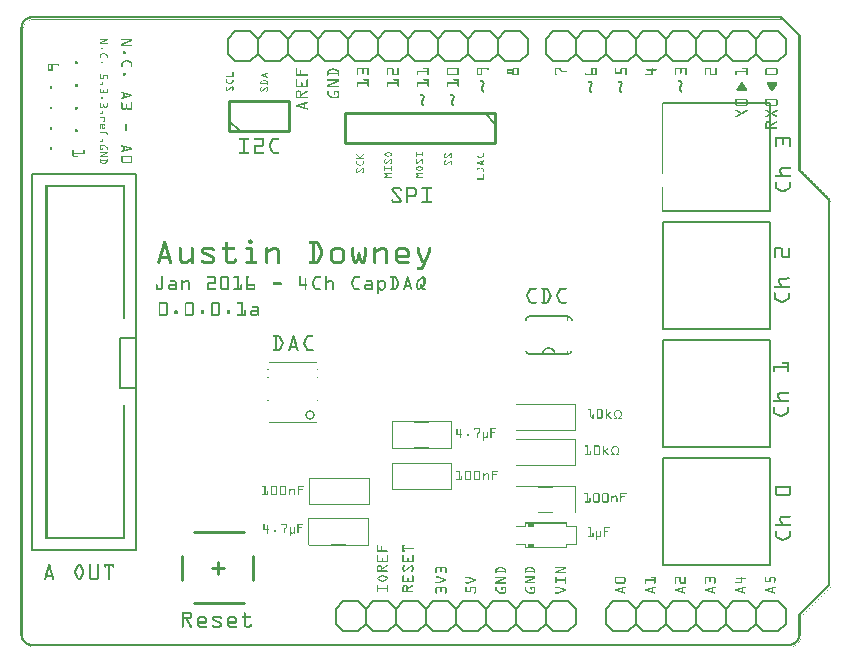
<source format=gto>
G04 MADE WITH FRITZING*
G04 WWW.FRITZING.ORG*
G04 DOUBLE SIDED*
G04 HOLES PLATED*
G04 CONTOUR ON CENTER OF CONTOUR VECTOR*
%ASAXBY*%
%FSLAX23Y23*%
%MOIN*%
%OFA0B0*%
%SFA1.0B1.0*%
%ADD10C,0.032858X0.0228584*%
%ADD11C,0.010000*%
%ADD12C,0.005000*%
%ADD13C,0.006000*%
%ADD14C,0.008000*%
%ADD15R,0.001000X0.001000*%
%LNSILK1*%
G90*
G70*
G54D10*
X968Y781D03*
G54D11*
X698Y1728D02*
X898Y1728D01*
D02*
X898Y1728D02*
X898Y1828D01*
D02*
X898Y1828D02*
X698Y1828D01*
D02*
X698Y1828D02*
X698Y1728D01*
G54D12*
D02*
X733Y1728D02*
X698Y1763D01*
G54D11*
D02*
X1585Y1788D02*
X1085Y1788D01*
D02*
X1085Y1788D02*
X1085Y1688D01*
D02*
X1085Y1688D02*
X1585Y1688D01*
D02*
X1585Y1688D02*
X1585Y1788D01*
G54D12*
D02*
X1550Y1788D02*
X1585Y1753D01*
G54D11*
D02*
X778Y311D02*
X778Y232D01*
D02*
X581Y390D02*
X748Y390D01*
D02*
X581Y154D02*
X748Y154D01*
D02*
X541Y311D02*
X541Y232D01*
D02*
X659Y291D02*
X659Y252D01*
D02*
X679Y272D02*
X640Y272D01*
G54D12*
D02*
X2501Y280D02*
X2501Y637D01*
D02*
X2501Y639D02*
X2144Y639D01*
D02*
X2143Y637D02*
X2143Y280D01*
D02*
X2144Y280D02*
X2501Y280D01*
D02*
X2501Y674D02*
X2501Y1031D01*
D02*
X2501Y1032D02*
X2144Y1032D01*
D02*
X2143Y1031D02*
X2143Y674D01*
D02*
X2144Y674D02*
X2501Y674D01*
D02*
X2501Y1462D02*
X2501Y1818D01*
D02*
X2501Y1820D02*
X2144Y1820D01*
D02*
X2144Y1461D02*
X2501Y1461D01*
G54D13*
D02*
X2278Y161D02*
X2328Y161D01*
D02*
X2328Y161D02*
X2353Y136D01*
D02*
X2353Y136D02*
X2353Y86D01*
D02*
X2353Y86D02*
X2328Y61D01*
D02*
X2353Y136D02*
X2378Y161D01*
D02*
X2378Y161D02*
X2428Y161D01*
D02*
X2428Y161D02*
X2453Y136D01*
D02*
X2453Y136D02*
X2453Y86D01*
D02*
X2453Y86D02*
X2428Y61D01*
D02*
X2428Y61D02*
X2378Y61D01*
D02*
X2378Y61D02*
X2353Y86D01*
D02*
X2153Y136D02*
X2178Y161D01*
D02*
X2178Y161D02*
X2228Y161D01*
D02*
X2228Y161D02*
X2253Y136D01*
D02*
X2253Y136D02*
X2253Y86D01*
D02*
X2253Y86D02*
X2228Y61D01*
D02*
X2228Y61D02*
X2178Y61D01*
D02*
X2178Y61D02*
X2153Y86D01*
D02*
X2278Y161D02*
X2253Y136D01*
D02*
X2253Y86D02*
X2278Y61D01*
D02*
X2328Y61D02*
X2278Y61D01*
D02*
X1978Y161D02*
X2028Y161D01*
D02*
X2028Y161D02*
X2053Y136D01*
D02*
X2053Y136D02*
X2053Y86D01*
D02*
X2053Y86D02*
X2028Y61D01*
D02*
X2053Y136D02*
X2078Y161D01*
D02*
X2078Y161D02*
X2128Y161D01*
D02*
X2128Y161D02*
X2153Y136D01*
D02*
X2153Y136D02*
X2153Y86D01*
D02*
X2153Y86D02*
X2128Y61D01*
D02*
X2128Y61D02*
X2078Y61D01*
D02*
X2078Y61D02*
X2053Y86D01*
D02*
X1953Y136D02*
X1953Y86D01*
D02*
X1978Y161D02*
X1953Y136D01*
D02*
X1953Y86D02*
X1978Y61D01*
D02*
X2028Y61D02*
X1978Y61D01*
D02*
X2478Y161D02*
X2528Y161D01*
D02*
X2528Y161D02*
X2553Y136D01*
D02*
X2553Y136D02*
X2553Y86D01*
D02*
X2553Y86D02*
X2528Y61D01*
D02*
X2478Y161D02*
X2453Y136D01*
D02*
X2453Y86D02*
X2478Y61D01*
D02*
X2528Y61D02*
X2478Y61D01*
D02*
X868Y1961D02*
X818Y1961D01*
D02*
X1068Y1961D02*
X1018Y1961D01*
D02*
X968Y1961D02*
X918Y1961D01*
D02*
X1168Y1961D02*
X1118Y1961D01*
D02*
X1368Y1961D02*
X1318Y1961D01*
D02*
X1268Y1961D02*
X1218Y1961D01*
D02*
X1468Y1961D02*
X1418Y1961D01*
D02*
X1668Y1961D02*
X1618Y1961D01*
D02*
X1568Y1961D02*
X1518Y1961D01*
D02*
X768Y1961D02*
X718Y1961D01*
D02*
X893Y1986D02*
X868Y1961D01*
D02*
X818Y1961D02*
X793Y1986D01*
D02*
X793Y1986D02*
X793Y2036D01*
D02*
X793Y2036D02*
X818Y2061D01*
D02*
X818Y2061D02*
X868Y2061D01*
D02*
X868Y2061D02*
X893Y2036D01*
D02*
X1018Y1961D02*
X993Y1986D01*
D02*
X993Y1986D02*
X993Y2036D01*
D02*
X993Y2036D02*
X1018Y2061D01*
D02*
X993Y1986D02*
X968Y1961D01*
D02*
X918Y1961D02*
X893Y1986D01*
D02*
X893Y1986D02*
X893Y2036D01*
D02*
X893Y2036D02*
X918Y2061D01*
D02*
X918Y2061D02*
X968Y2061D01*
D02*
X968Y2061D02*
X993Y2036D01*
D02*
X1193Y1986D02*
X1168Y1961D01*
D02*
X1118Y1961D02*
X1093Y1986D01*
D02*
X1093Y1986D02*
X1093Y2036D01*
D02*
X1093Y2036D02*
X1118Y2061D01*
D02*
X1118Y2061D02*
X1168Y2061D01*
D02*
X1168Y2061D02*
X1193Y2036D01*
D02*
X1068Y1961D02*
X1093Y1986D01*
D02*
X1093Y2036D02*
X1068Y2061D01*
D02*
X1018Y2061D02*
X1068Y2061D01*
D02*
X1318Y1961D02*
X1293Y1986D01*
D02*
X1293Y1986D02*
X1293Y2036D01*
D02*
X1293Y2036D02*
X1318Y2061D01*
D02*
X1293Y1986D02*
X1268Y1961D01*
D02*
X1218Y1961D02*
X1193Y1986D01*
D02*
X1193Y1986D02*
X1193Y2036D01*
D02*
X1193Y2036D02*
X1218Y2061D01*
D02*
X1218Y2061D02*
X1268Y2061D01*
D02*
X1268Y2061D02*
X1293Y2036D01*
D02*
X1493Y1986D02*
X1468Y1961D01*
D02*
X1418Y1961D02*
X1393Y1986D01*
D02*
X1393Y1986D02*
X1393Y2036D01*
D02*
X1393Y2036D02*
X1418Y2061D01*
D02*
X1418Y2061D02*
X1468Y2061D01*
D02*
X1468Y2061D02*
X1493Y2036D01*
D02*
X1368Y1961D02*
X1393Y1986D01*
D02*
X1393Y2036D02*
X1368Y2061D01*
D02*
X1318Y2061D02*
X1368Y2061D01*
D02*
X1618Y1961D02*
X1593Y1986D01*
D02*
X1593Y1986D02*
X1593Y2036D01*
D02*
X1593Y2036D02*
X1618Y2061D01*
D02*
X1593Y1986D02*
X1568Y1961D01*
D02*
X1518Y1961D02*
X1493Y1986D01*
D02*
X1493Y1986D02*
X1493Y2036D01*
D02*
X1493Y2036D02*
X1518Y2061D01*
D02*
X1518Y2061D02*
X1568Y2061D01*
D02*
X1568Y2061D02*
X1593Y2036D01*
D02*
X1693Y1986D02*
X1693Y2036D01*
D02*
X1668Y1961D02*
X1693Y1986D01*
D02*
X1693Y2036D02*
X1668Y2061D01*
D02*
X1618Y2061D02*
X1668Y2061D01*
D02*
X718Y1961D02*
X693Y1986D01*
D02*
X693Y1986D02*
X693Y2036D01*
D02*
X693Y2036D02*
X718Y2061D01*
D02*
X768Y1961D02*
X793Y1986D01*
D02*
X793Y2036D02*
X768Y2061D01*
D02*
X718Y2061D02*
X768Y2061D01*
D02*
X1928Y1961D02*
X1878Y1961D01*
D02*
X1878Y1961D02*
X1853Y1986D01*
D02*
X1853Y1986D02*
X1853Y2036D01*
D02*
X1853Y2036D02*
X1878Y2061D01*
D02*
X2053Y1986D02*
X2028Y1961D01*
D02*
X2028Y1961D02*
X1978Y1961D01*
D02*
X1978Y1961D02*
X1953Y1986D01*
D02*
X1953Y1986D02*
X1953Y2036D01*
D02*
X1953Y2036D02*
X1978Y2061D01*
D02*
X1978Y2061D02*
X2028Y2061D01*
D02*
X2028Y2061D02*
X2053Y2036D01*
D02*
X1928Y1961D02*
X1953Y1986D01*
D02*
X1953Y2036D02*
X1928Y2061D01*
D02*
X1878Y2061D02*
X1928Y2061D01*
D02*
X2228Y1961D02*
X2178Y1961D01*
D02*
X2178Y1961D02*
X2153Y1986D01*
D02*
X2153Y1986D02*
X2153Y2036D01*
D02*
X2153Y2036D02*
X2178Y2061D01*
D02*
X2153Y1986D02*
X2128Y1961D01*
D02*
X2128Y1961D02*
X2078Y1961D01*
D02*
X2078Y1961D02*
X2053Y1986D01*
D02*
X2053Y1986D02*
X2053Y2036D01*
D02*
X2053Y2036D02*
X2078Y2061D01*
D02*
X2078Y2061D02*
X2128Y2061D01*
D02*
X2128Y2061D02*
X2153Y2036D01*
D02*
X2353Y1986D02*
X2328Y1961D01*
D02*
X2328Y1961D02*
X2278Y1961D01*
D02*
X2278Y1961D02*
X2253Y1986D01*
D02*
X2253Y1986D02*
X2253Y2036D01*
D02*
X2253Y2036D02*
X2278Y2061D01*
D02*
X2278Y2061D02*
X2328Y2061D01*
D02*
X2328Y2061D02*
X2353Y2036D01*
D02*
X2228Y1961D02*
X2253Y1986D01*
D02*
X2253Y2036D02*
X2228Y2061D01*
D02*
X2178Y2061D02*
X2228Y2061D01*
D02*
X2528Y1961D02*
X2478Y1961D01*
D02*
X2478Y1961D02*
X2453Y1986D01*
D02*
X2453Y1986D02*
X2453Y2036D01*
D02*
X2453Y2036D02*
X2478Y2061D01*
D02*
X2453Y1986D02*
X2428Y1961D01*
D02*
X2428Y1961D02*
X2378Y1961D01*
D02*
X2378Y1961D02*
X2353Y1986D01*
D02*
X2353Y1986D02*
X2353Y2036D01*
D02*
X2353Y2036D02*
X2378Y2061D01*
D02*
X2378Y2061D02*
X2428Y2061D01*
D02*
X2428Y2061D02*
X2453Y2036D01*
D02*
X2553Y1986D02*
X2553Y2036D01*
D02*
X2528Y1961D02*
X2553Y1986D01*
D02*
X2553Y2036D02*
X2528Y2061D01*
D02*
X2478Y2061D02*
X2528Y2061D01*
D02*
X1828Y1961D02*
X1778Y1961D01*
D02*
X1778Y1961D02*
X1753Y1986D01*
D02*
X1753Y1986D02*
X1753Y2036D01*
D02*
X1753Y2036D02*
X1778Y2061D01*
D02*
X1828Y1961D02*
X1853Y1986D01*
D02*
X1853Y2036D02*
X1828Y2061D01*
D02*
X1778Y2061D02*
X1828Y2061D01*
D02*
X1678Y161D02*
X1728Y161D01*
D02*
X1728Y161D02*
X1753Y136D01*
D02*
X1753Y136D02*
X1753Y86D01*
D02*
X1753Y86D02*
X1728Y61D01*
D02*
X1553Y136D02*
X1578Y161D01*
D02*
X1578Y161D02*
X1628Y161D01*
D02*
X1628Y161D02*
X1653Y136D01*
D02*
X1653Y136D02*
X1653Y86D01*
D02*
X1653Y86D02*
X1628Y61D01*
D02*
X1628Y61D02*
X1578Y61D01*
D02*
X1578Y61D02*
X1553Y86D01*
D02*
X1678Y161D02*
X1653Y136D01*
D02*
X1653Y86D02*
X1678Y61D01*
D02*
X1728Y61D02*
X1678Y61D01*
D02*
X1378Y161D02*
X1428Y161D01*
D02*
X1428Y161D02*
X1453Y136D01*
D02*
X1453Y136D02*
X1453Y86D01*
D02*
X1453Y86D02*
X1428Y61D01*
D02*
X1453Y136D02*
X1478Y161D01*
D02*
X1478Y161D02*
X1528Y161D01*
D02*
X1528Y161D02*
X1553Y136D01*
D02*
X1553Y136D02*
X1553Y86D01*
D02*
X1553Y86D02*
X1528Y61D01*
D02*
X1528Y61D02*
X1478Y61D01*
D02*
X1478Y61D02*
X1453Y86D01*
D02*
X1253Y136D02*
X1278Y161D01*
D02*
X1278Y161D02*
X1328Y161D01*
D02*
X1328Y161D02*
X1353Y136D01*
D02*
X1353Y136D02*
X1353Y86D01*
D02*
X1353Y86D02*
X1328Y61D01*
D02*
X1328Y61D02*
X1278Y61D01*
D02*
X1278Y61D02*
X1253Y86D01*
D02*
X1378Y161D02*
X1353Y136D01*
D02*
X1353Y86D02*
X1378Y61D01*
D02*
X1428Y61D02*
X1378Y61D01*
D02*
X1078Y161D02*
X1128Y161D01*
D02*
X1128Y161D02*
X1153Y136D01*
D02*
X1153Y136D02*
X1153Y86D01*
D02*
X1153Y86D02*
X1128Y61D01*
D02*
X1153Y136D02*
X1178Y161D01*
D02*
X1178Y161D02*
X1228Y161D01*
D02*
X1228Y161D02*
X1253Y136D01*
D02*
X1253Y136D02*
X1253Y86D01*
D02*
X1253Y86D02*
X1228Y61D01*
D02*
X1228Y61D02*
X1178Y61D01*
D02*
X1178Y61D02*
X1153Y86D01*
D02*
X1053Y136D02*
X1053Y86D01*
D02*
X1078Y161D02*
X1053Y136D01*
D02*
X1053Y86D02*
X1078Y61D01*
D02*
X1128Y61D02*
X1078Y61D01*
D02*
X1778Y161D02*
X1828Y161D01*
D02*
X1828Y161D02*
X1853Y136D01*
D02*
X1853Y136D02*
X1853Y86D01*
D02*
X1853Y86D02*
X1828Y61D01*
D02*
X1778Y161D02*
X1753Y136D01*
D02*
X1753Y86D02*
X1778Y61D01*
D02*
X1828Y61D02*
X1778Y61D01*
G54D12*
D02*
X2501Y1068D02*
X2501Y1425D01*
D02*
X2501Y1426D02*
X2144Y1426D01*
D02*
X2143Y1425D02*
X2143Y1068D01*
D02*
X2144Y1068D02*
X2501Y1068D01*
G54D13*
D02*
X1826Y1110D02*
X1702Y1110D01*
D02*
X1702Y984D02*
X1744Y984D01*
D02*
X1744Y984D02*
X1784Y984D01*
D02*
X1784Y984D02*
X1826Y984D01*
G54D14*
X42Y332D02*
X42Y1584D01*
X388Y1584D01*
X388Y332D01*
X42Y332D01*
D02*
X333Y871D02*
X333Y1037D01*
X388Y1037D01*
X388Y871D01*
X333Y871D01*
D02*
G54D15*
X37Y2111D02*
X2539Y2111D01*
X32Y2110D02*
X2540Y2110D01*
X28Y2109D02*
X2541Y2109D01*
X26Y2108D02*
X2542Y2108D01*
X24Y2107D02*
X2543Y2107D01*
X22Y2106D02*
X2544Y2106D01*
X21Y2105D02*
X2545Y2105D01*
X19Y2104D02*
X2546Y2104D01*
X18Y2103D02*
X36Y2103D01*
X2536Y2103D02*
X2547Y2103D01*
X16Y2102D02*
X31Y2102D01*
X2538Y2102D02*
X2548Y2102D01*
X15Y2101D02*
X28Y2101D01*
X2539Y2101D02*
X2549Y2101D01*
X14Y2100D02*
X26Y2100D01*
X39Y2100D02*
X2550Y2100D01*
X13Y2099D02*
X24Y2099D01*
X35Y2099D02*
X38Y2099D01*
X2541Y2099D02*
X2551Y2099D01*
X12Y2098D02*
X23Y2098D01*
X32Y2098D02*
X34Y2098D01*
X2542Y2098D02*
X2552Y2098D01*
X12Y2097D02*
X21Y2097D01*
X30Y2097D02*
X32Y2097D01*
X2543Y2097D02*
X2553Y2097D01*
X11Y2096D02*
X20Y2096D01*
X29Y2096D02*
X30Y2096D01*
X2544Y2096D02*
X2554Y2096D01*
X10Y2095D02*
X19Y2095D01*
X27Y2095D02*
X28Y2095D01*
X2545Y2095D02*
X2555Y2095D01*
X9Y2094D02*
X18Y2094D01*
X25Y2094D02*
X26Y2094D01*
X2546Y2094D02*
X2556Y2094D01*
X9Y2093D02*
X17Y2093D01*
X24Y2093D02*
X25Y2093D01*
X2547Y2093D02*
X2557Y2093D01*
X8Y2092D02*
X16Y2092D01*
X23Y2092D02*
X23Y2092D01*
X2548Y2092D02*
X2558Y2092D01*
X7Y2091D02*
X15Y2091D01*
X22Y2091D02*
X22Y2091D01*
X2549Y2091D02*
X2559Y2091D01*
X7Y2090D02*
X15Y2090D01*
X21Y2090D02*
X21Y2090D01*
X2550Y2090D02*
X2560Y2090D01*
X6Y2089D02*
X14Y2089D01*
X20Y2089D02*
X20Y2089D01*
X2551Y2089D02*
X2561Y2089D01*
X6Y2088D02*
X13Y2088D01*
X19Y2088D02*
X19Y2088D01*
X2552Y2088D02*
X2562Y2088D01*
X5Y2087D02*
X13Y2087D01*
X18Y2087D02*
X18Y2087D01*
X2553Y2087D02*
X2563Y2087D01*
X5Y2086D02*
X12Y2086D01*
X18Y2086D02*
X18Y2086D01*
X2554Y2086D02*
X2564Y2086D01*
X5Y2085D02*
X12Y2085D01*
X17Y2085D02*
X17Y2085D01*
X2555Y2085D02*
X2565Y2085D01*
X4Y2084D02*
X11Y2084D01*
X16Y2084D02*
X16Y2084D01*
X2556Y2084D02*
X2566Y2084D01*
X4Y2083D02*
X11Y2083D01*
X16Y2083D02*
X16Y2083D01*
X2557Y2083D02*
X2567Y2083D01*
X4Y2082D02*
X11Y2082D01*
X15Y2082D02*
X15Y2082D01*
X2558Y2082D02*
X2568Y2082D01*
X3Y2081D02*
X10Y2081D01*
X14Y2081D02*
X15Y2081D01*
X2559Y2081D02*
X2569Y2081D01*
X3Y2080D02*
X10Y2080D01*
X14Y2080D02*
X14Y2080D01*
X2560Y2080D02*
X2570Y2080D01*
X3Y2079D02*
X10Y2079D01*
X14Y2079D02*
X14Y2079D01*
X2561Y2079D02*
X2571Y2079D01*
X3Y2078D02*
X10Y2078D01*
X13Y2078D02*
X13Y2078D01*
X2562Y2078D02*
X2572Y2078D01*
X3Y2077D02*
X9Y2077D01*
X13Y2077D02*
X13Y2077D01*
X2563Y2077D02*
X2573Y2077D01*
X2Y2076D02*
X9Y2076D01*
X12Y2076D02*
X12Y2076D01*
X2564Y2076D02*
X2574Y2076D01*
X2Y2075D02*
X9Y2075D01*
X12Y2075D02*
X12Y2075D01*
X2565Y2075D02*
X2575Y2075D01*
X2Y2074D02*
X9Y2074D01*
X12Y2074D02*
X12Y2074D01*
X2566Y2074D02*
X2576Y2074D01*
X2Y2073D02*
X9Y2073D01*
X12Y2073D02*
X12Y2073D01*
X2567Y2073D02*
X2577Y2073D01*
X2Y2072D02*
X9Y2072D01*
X11Y2072D02*
X11Y2072D01*
X2568Y2072D02*
X2578Y2072D01*
X2Y2071D02*
X9Y2071D01*
X11Y2071D02*
X11Y2071D01*
X2569Y2071D02*
X2579Y2071D01*
X2Y2070D02*
X9Y2070D01*
X11Y2070D02*
X11Y2070D01*
X2570Y2070D02*
X2580Y2070D01*
X2Y2069D02*
X9Y2069D01*
X11Y2069D02*
X11Y2069D01*
X2571Y2069D02*
X2581Y2069D01*
X2Y2068D02*
X9Y2068D01*
X11Y2068D02*
X11Y2068D01*
X2572Y2068D02*
X2582Y2068D01*
X2Y2067D02*
X9Y2067D01*
X11Y2067D02*
X11Y2067D01*
X2573Y2067D02*
X2583Y2067D01*
X2Y2066D02*
X9Y2066D01*
X11Y2066D02*
X11Y2066D01*
X2574Y2066D02*
X2584Y2066D01*
X2Y2065D02*
X9Y2065D01*
X11Y2065D02*
X11Y2065D01*
X2575Y2065D02*
X2585Y2065D01*
X2Y2064D02*
X9Y2064D01*
X11Y2064D02*
X11Y2064D01*
X2576Y2064D02*
X2586Y2064D01*
X2Y2063D02*
X9Y2063D01*
X11Y2063D02*
X11Y2063D01*
X2577Y2063D02*
X2587Y2063D01*
X2Y2062D02*
X9Y2062D01*
X11Y2062D02*
X11Y2062D01*
X2578Y2062D02*
X2588Y2062D01*
X2Y2061D02*
X9Y2061D01*
X11Y2061D02*
X11Y2061D01*
X2579Y2061D02*
X2589Y2061D01*
X2Y2060D02*
X9Y2060D01*
X11Y2060D02*
X11Y2060D01*
X2580Y2060D02*
X2590Y2060D01*
X2Y2059D02*
X9Y2059D01*
X11Y2059D02*
X11Y2059D01*
X2581Y2059D02*
X2591Y2059D01*
X2Y2058D02*
X9Y2058D01*
X11Y2058D02*
X11Y2058D01*
X2582Y2058D02*
X2592Y2058D01*
X2Y2057D02*
X9Y2057D01*
X11Y2057D02*
X11Y2057D01*
X2583Y2057D02*
X2593Y2057D01*
X2Y2056D02*
X9Y2056D01*
X11Y2056D02*
X11Y2056D01*
X2584Y2056D02*
X2594Y2056D01*
X2Y2055D02*
X9Y2055D01*
X11Y2055D02*
X11Y2055D01*
X2585Y2055D02*
X2595Y2055D01*
X2Y2054D02*
X9Y2054D01*
X11Y2054D02*
X11Y2054D01*
X2586Y2054D02*
X2596Y2054D01*
X2Y2053D02*
X9Y2053D01*
X11Y2053D02*
X11Y2053D01*
X2587Y2053D02*
X2597Y2053D01*
X2Y2052D02*
X9Y2052D01*
X11Y2052D02*
X11Y2052D01*
X2588Y2052D02*
X2599Y2052D01*
X2Y2051D02*
X9Y2051D01*
X11Y2051D02*
X11Y2051D01*
X2589Y2051D02*
X2600Y2051D01*
X2Y2050D02*
X9Y2050D01*
X11Y2050D02*
X11Y2050D01*
X2590Y2050D02*
X2601Y2050D01*
X2Y2049D02*
X9Y2049D01*
X11Y2049D02*
X11Y2049D01*
X2591Y2049D02*
X2601Y2049D01*
X2Y2048D02*
X9Y2048D01*
X11Y2048D02*
X11Y2048D01*
X2592Y2048D02*
X2602Y2048D01*
X2Y2047D02*
X9Y2047D01*
X11Y2047D02*
X11Y2047D01*
X2593Y2047D02*
X2602Y2047D01*
X2Y2046D02*
X9Y2046D01*
X11Y2046D02*
X11Y2046D01*
X2594Y2046D02*
X2602Y2046D01*
X2Y2045D02*
X9Y2045D01*
X11Y2045D02*
X11Y2045D01*
X2594Y2045D02*
X2602Y2045D01*
X2Y2044D02*
X9Y2044D01*
X11Y2044D02*
X11Y2044D01*
X2595Y2044D02*
X2602Y2044D01*
X2Y2043D02*
X9Y2043D01*
X11Y2043D02*
X11Y2043D01*
X2595Y2043D02*
X2602Y2043D01*
X2Y2042D02*
X9Y2042D01*
X11Y2042D02*
X11Y2042D01*
X2595Y2042D02*
X2602Y2042D01*
X2Y2041D02*
X9Y2041D01*
X11Y2041D02*
X11Y2041D01*
X2595Y2041D02*
X2603Y2041D01*
X2Y2040D02*
X9Y2040D01*
X11Y2040D02*
X11Y2040D01*
X2595Y2040D02*
X2603Y2040D01*
X2Y2039D02*
X9Y2039D01*
X11Y2039D02*
X11Y2039D01*
X2595Y2039D02*
X2603Y2039D01*
X2Y2038D02*
X9Y2038D01*
X11Y2038D02*
X11Y2038D01*
X2595Y2038D02*
X2603Y2038D01*
X2Y2037D02*
X9Y2037D01*
X11Y2037D02*
X11Y2037D01*
X2595Y2037D02*
X2603Y2037D01*
X2Y2036D02*
X9Y2036D01*
X11Y2036D02*
X11Y2036D01*
X2595Y2036D02*
X2603Y2036D01*
X2Y2035D02*
X9Y2035D01*
X11Y2035D02*
X11Y2035D01*
X268Y2035D02*
X292Y2035D01*
X338Y2035D02*
X375Y2035D01*
X2595Y2035D02*
X2603Y2035D01*
X2Y2034D02*
X9Y2034D01*
X11Y2034D02*
X11Y2034D01*
X267Y2034D02*
X292Y2034D01*
X338Y2034D02*
X375Y2034D01*
X2595Y2034D02*
X2603Y2034D01*
X2Y2033D02*
X9Y2033D01*
X11Y2033D02*
X11Y2033D01*
X268Y2033D02*
X292Y2033D01*
X338Y2033D02*
X375Y2033D01*
X2595Y2033D02*
X2603Y2033D01*
X2Y2032D02*
X9Y2032D01*
X11Y2032D02*
X11Y2032D01*
X286Y2032D02*
X292Y2032D01*
X338Y2032D02*
X375Y2032D01*
X2595Y2032D02*
X2603Y2032D01*
X2Y2031D02*
X9Y2031D01*
X11Y2031D02*
X11Y2031D01*
X284Y2031D02*
X292Y2031D01*
X366Y2031D02*
X375Y2031D01*
X2595Y2031D02*
X2603Y2031D01*
X2Y2030D02*
X9Y2030D01*
X11Y2030D02*
X11Y2030D01*
X282Y2030D02*
X289Y2030D01*
X365Y2030D02*
X375Y2030D01*
X2595Y2030D02*
X2603Y2030D01*
X2Y2029D02*
X9Y2029D01*
X11Y2029D02*
X11Y2029D01*
X280Y2029D02*
X287Y2029D01*
X362Y2029D02*
X374Y2029D01*
X2595Y2029D02*
X2603Y2029D01*
X2Y2028D02*
X9Y2028D01*
X11Y2028D02*
X11Y2028D01*
X278Y2028D02*
X285Y2028D01*
X360Y2028D02*
X371Y2028D01*
X2595Y2028D02*
X2603Y2028D01*
X2Y2027D02*
X9Y2027D01*
X11Y2027D02*
X11Y2027D01*
X275Y2027D02*
X283Y2027D01*
X358Y2027D02*
X369Y2027D01*
X2595Y2027D02*
X2603Y2027D01*
X2Y2026D02*
X9Y2026D01*
X11Y2026D02*
X11Y2026D01*
X273Y2026D02*
X280Y2026D01*
X356Y2026D02*
X367Y2026D01*
X2595Y2026D02*
X2603Y2026D01*
X2Y2025D02*
X9Y2025D01*
X11Y2025D02*
X11Y2025D01*
X271Y2025D02*
X278Y2025D01*
X353Y2025D02*
X365Y2025D01*
X2595Y2025D02*
X2603Y2025D01*
X2Y2024D02*
X9Y2024D01*
X11Y2024D02*
X11Y2024D01*
X268Y2024D02*
X276Y2024D01*
X351Y2024D02*
X362Y2024D01*
X2595Y2024D02*
X2603Y2024D01*
X2Y2023D02*
X9Y2023D01*
X11Y2023D02*
X11Y2023D01*
X267Y2023D02*
X273Y2023D01*
X349Y2023D02*
X360Y2023D01*
X2595Y2023D02*
X2603Y2023D01*
X2Y2022D02*
X9Y2022D01*
X11Y2022D02*
X11Y2022D01*
X267Y2022D02*
X291Y2022D01*
X346Y2022D02*
X358Y2022D01*
X2595Y2022D02*
X2603Y2022D01*
X2Y2021D02*
X9Y2021D01*
X11Y2021D02*
X11Y2021D01*
X267Y2021D02*
X292Y2021D01*
X344Y2021D02*
X355Y2021D01*
X2595Y2021D02*
X2603Y2021D01*
X2Y2020D02*
X9Y2020D01*
X11Y2020D02*
X11Y2020D01*
X267Y2020D02*
X292Y2020D01*
X342Y2020D02*
X353Y2020D01*
X2595Y2020D02*
X2603Y2020D01*
X2Y2019D02*
X9Y2019D01*
X11Y2019D02*
X11Y2019D01*
X340Y2019D02*
X351Y2019D01*
X2595Y2019D02*
X2603Y2019D01*
X2Y2018D02*
X9Y2018D01*
X11Y2018D02*
X11Y2018D01*
X338Y2018D02*
X349Y2018D01*
X2595Y2018D02*
X2603Y2018D01*
X2Y2017D02*
X9Y2017D01*
X11Y2017D02*
X11Y2017D01*
X338Y2017D02*
X347Y2017D01*
X2595Y2017D02*
X2603Y2017D01*
X2Y2016D02*
X9Y2016D01*
X11Y2016D02*
X11Y2016D01*
X338Y2016D02*
X374Y2016D01*
X2595Y2016D02*
X2603Y2016D01*
X2Y2015D02*
X9Y2015D01*
X11Y2015D02*
X11Y2015D01*
X338Y2015D02*
X375Y2015D01*
X2595Y2015D02*
X2603Y2015D01*
X2Y2014D02*
X9Y2014D01*
X11Y2014D02*
X11Y2014D01*
X338Y2014D02*
X375Y2014D01*
X2595Y2014D02*
X2603Y2014D01*
X2Y2013D02*
X9Y2013D01*
X11Y2013D02*
X11Y2013D01*
X338Y2013D02*
X374Y2013D01*
X2595Y2013D02*
X2603Y2013D01*
X2Y2012D02*
X9Y2012D01*
X11Y2012D02*
X11Y2012D01*
X338Y2012D02*
X373Y2012D01*
X2595Y2012D02*
X2603Y2012D01*
X2Y2011D02*
X9Y2011D01*
X11Y2011D02*
X11Y2011D01*
X2595Y2011D02*
X2603Y2011D01*
X2Y2010D02*
X9Y2010D01*
X11Y2010D02*
X11Y2010D01*
X2595Y2010D02*
X2603Y2010D01*
X2Y2009D02*
X9Y2009D01*
X11Y2009D02*
X11Y2009D01*
X2595Y2009D02*
X2603Y2009D01*
X2Y2008D02*
X9Y2008D01*
X11Y2008D02*
X11Y2008D01*
X2595Y2008D02*
X2603Y2008D01*
X2Y2007D02*
X9Y2007D01*
X11Y2007D02*
X11Y2007D01*
X2595Y2007D02*
X2603Y2007D01*
X2Y2006D02*
X9Y2006D01*
X11Y2006D02*
X11Y2006D01*
X272Y2006D02*
X276Y2006D01*
X2595Y2006D02*
X2603Y2006D01*
X2Y2005D02*
X9Y2005D01*
X11Y2005D02*
X11Y2005D01*
X271Y2005D02*
X277Y2005D01*
X2595Y2005D02*
X2603Y2005D01*
X2Y2004D02*
X9Y2004D01*
X11Y2004D02*
X11Y2004D01*
X271Y2004D02*
X277Y2004D01*
X2595Y2004D02*
X2603Y2004D01*
X2Y2003D02*
X9Y2003D01*
X11Y2003D02*
X11Y2003D01*
X271Y2003D02*
X277Y2003D01*
X2595Y2003D02*
X2603Y2003D01*
X2Y2002D02*
X9Y2002D01*
X11Y2002D02*
X11Y2002D01*
X271Y2002D02*
X276Y2002D01*
X2595Y2002D02*
X2603Y2002D01*
X2Y2001D02*
X9Y2001D01*
X11Y2001D02*
X11Y2001D01*
X272Y2001D02*
X276Y2001D01*
X2595Y2001D02*
X2603Y2001D01*
X2Y2000D02*
X9Y2000D01*
X11Y2000D02*
X11Y2000D01*
X2595Y2000D02*
X2603Y2000D01*
X2Y1999D02*
X9Y1999D01*
X11Y1999D02*
X11Y1999D01*
X2595Y1999D02*
X2603Y1999D01*
X2Y1998D02*
X9Y1998D01*
X11Y1998D02*
X11Y1998D01*
X2595Y1998D02*
X2603Y1998D01*
X2Y1997D02*
X9Y1997D01*
X11Y1997D02*
X11Y1997D01*
X2595Y1997D02*
X2603Y1997D01*
X2Y1996D02*
X9Y1996D01*
X11Y1996D02*
X11Y1996D01*
X2595Y1996D02*
X2603Y1996D01*
X2Y1995D02*
X9Y1995D01*
X11Y1995D02*
X11Y1995D01*
X2595Y1995D02*
X2603Y1995D01*
X2Y1994D02*
X9Y1994D01*
X11Y1994D02*
X11Y1994D01*
X2595Y1994D02*
X2603Y1994D01*
X2Y1993D02*
X9Y1993D01*
X11Y1993D02*
X11Y1993D01*
X345Y1993D02*
X351Y1993D01*
X2595Y1993D02*
X2603Y1993D01*
X2Y1992D02*
X9Y1992D01*
X11Y1992D02*
X11Y1992D01*
X344Y1992D02*
X352Y1992D01*
X2595Y1992D02*
X2603Y1992D01*
X2Y1991D02*
X9Y1991D01*
X11Y1991D02*
X11Y1991D01*
X344Y1991D02*
X352Y1991D01*
X2595Y1991D02*
X2603Y1991D01*
X2Y1990D02*
X9Y1990D01*
X11Y1990D02*
X11Y1990D01*
X344Y1990D02*
X352Y1990D01*
X2595Y1990D02*
X2603Y1990D01*
X2Y1989D02*
X9Y1989D01*
X11Y1989D02*
X11Y1989D01*
X344Y1989D02*
X352Y1989D01*
X2595Y1989D02*
X2603Y1989D01*
X2Y1988D02*
X9Y1988D01*
X11Y1988D02*
X11Y1988D01*
X278Y1988D02*
X281Y1988D01*
X344Y1988D02*
X352Y1988D01*
X2595Y1988D02*
X2603Y1988D01*
X2Y1987D02*
X9Y1987D01*
X11Y1987D02*
X11Y1987D01*
X276Y1987D02*
X283Y1987D01*
X344Y1987D02*
X352Y1987D01*
X2595Y1987D02*
X2603Y1987D01*
X2Y1986D02*
X9Y1986D01*
X11Y1986D02*
X11Y1986D01*
X274Y1986D02*
X285Y1986D01*
X344Y1986D02*
X352Y1986D01*
X2595Y1986D02*
X2603Y1986D01*
X2Y1985D02*
X9Y1985D01*
X11Y1985D02*
X11Y1985D01*
X272Y1985D02*
X287Y1985D01*
X344Y1985D02*
X352Y1985D01*
X2595Y1985D02*
X2603Y1985D01*
X2Y1984D02*
X9Y1984D01*
X11Y1984D02*
X11Y1984D01*
X270Y1984D02*
X276Y1984D01*
X283Y1984D02*
X289Y1984D01*
X345Y1984D02*
X351Y1984D01*
X2595Y1984D02*
X2603Y1984D01*
X2Y1983D02*
X9Y1983D01*
X11Y1983D02*
X11Y1983D01*
X269Y1983D02*
X274Y1983D01*
X285Y1983D02*
X291Y1983D01*
X2595Y1983D02*
X2603Y1983D01*
X2Y1982D02*
X9Y1982D01*
X11Y1982D02*
X11Y1982D01*
X268Y1982D02*
X272Y1982D01*
X287Y1982D02*
X291Y1982D01*
X2595Y1982D02*
X2603Y1982D01*
X2Y1981D02*
X9Y1981D01*
X11Y1981D02*
X11Y1981D01*
X267Y1981D02*
X270Y1981D01*
X289Y1981D02*
X292Y1981D01*
X2595Y1981D02*
X2603Y1981D01*
X2Y1980D02*
X9Y1980D01*
X11Y1980D02*
X11Y1980D01*
X267Y1980D02*
X270Y1980D01*
X289Y1980D02*
X292Y1980D01*
X2595Y1980D02*
X2603Y1980D01*
X2Y1979D02*
X9Y1979D01*
X11Y1979D02*
X11Y1979D01*
X267Y1979D02*
X270Y1979D01*
X290Y1979D02*
X292Y1979D01*
X2595Y1979D02*
X2603Y1979D01*
X2Y1978D02*
X9Y1978D01*
X11Y1978D02*
X11Y1978D01*
X267Y1978D02*
X270Y1978D01*
X290Y1978D02*
X292Y1978D01*
X2595Y1978D02*
X2603Y1978D01*
X2Y1977D02*
X9Y1977D01*
X11Y1977D02*
X11Y1977D01*
X267Y1977D02*
X270Y1977D01*
X290Y1977D02*
X292Y1977D01*
X2595Y1977D02*
X2603Y1977D01*
X2Y1976D02*
X9Y1976D01*
X11Y1976D02*
X11Y1976D01*
X267Y1976D02*
X270Y1976D01*
X290Y1976D02*
X292Y1976D01*
X2595Y1976D02*
X2603Y1976D01*
X2Y1975D02*
X9Y1975D01*
X11Y1975D02*
X11Y1975D01*
X267Y1975D02*
X270Y1975D01*
X290Y1975D02*
X292Y1975D01*
X2595Y1975D02*
X2603Y1975D01*
X2Y1974D02*
X9Y1974D01*
X11Y1974D02*
X11Y1974D01*
X267Y1974D02*
X270Y1974D01*
X290Y1974D02*
X292Y1974D01*
X2595Y1974D02*
X2603Y1974D01*
X2Y1973D02*
X9Y1973D01*
X11Y1973D02*
X11Y1973D01*
X267Y1973D02*
X269Y1973D01*
X290Y1973D02*
X292Y1973D01*
X2595Y1973D02*
X2603Y1973D01*
X2Y1972D02*
X9Y1972D01*
X11Y1972D02*
X11Y1972D01*
X268Y1972D02*
X268Y1972D01*
X291Y1972D02*
X291Y1972D01*
X2595Y1972D02*
X2603Y1972D01*
X2Y1971D02*
X9Y1971D01*
X11Y1971D02*
X11Y1971D01*
X2595Y1971D02*
X2603Y1971D01*
X2Y1970D02*
X9Y1970D01*
X11Y1970D02*
X11Y1970D01*
X2595Y1970D02*
X2603Y1970D01*
X2Y1969D02*
X9Y1969D01*
X11Y1969D02*
X11Y1969D01*
X2595Y1969D02*
X2603Y1969D01*
X2Y1968D02*
X9Y1968D01*
X11Y1968D02*
X11Y1968D01*
X2595Y1968D02*
X2603Y1968D01*
X2Y1967D02*
X9Y1967D01*
X11Y1967D02*
X11Y1967D01*
X2595Y1967D02*
X2603Y1967D01*
X2Y1966D02*
X9Y1966D01*
X11Y1966D02*
X11Y1966D01*
X2595Y1966D02*
X2603Y1966D01*
X2Y1965D02*
X9Y1965D01*
X11Y1965D02*
X11Y1965D01*
X356Y1965D02*
X356Y1965D01*
X2595Y1965D02*
X2603Y1965D01*
X2Y1964D02*
X9Y1964D01*
X11Y1964D02*
X11Y1964D01*
X352Y1964D02*
X360Y1964D01*
X2595Y1964D02*
X2603Y1964D01*
X2Y1963D02*
X9Y1963D01*
X11Y1963D02*
X11Y1963D01*
X350Y1963D02*
X363Y1963D01*
X2595Y1963D02*
X2603Y1963D01*
X2Y1962D02*
X9Y1962D01*
X11Y1962D02*
X11Y1962D01*
X348Y1962D02*
X365Y1962D01*
X2595Y1962D02*
X2603Y1962D01*
X2Y1961D02*
X9Y1961D01*
X11Y1961D02*
X11Y1961D01*
X346Y1961D02*
X367Y1961D01*
X2595Y1961D02*
X2603Y1961D01*
X2Y1960D02*
X9Y1960D01*
X11Y1960D02*
X11Y1960D01*
X184Y1960D02*
X191Y1960D01*
X344Y1960D02*
X354Y1960D01*
X358Y1960D02*
X369Y1960D01*
X2595Y1960D02*
X2603Y1960D01*
X2Y1959D02*
X9Y1959D01*
X11Y1959D02*
X11Y1959D01*
X183Y1959D02*
X192Y1959D01*
X272Y1959D02*
X276Y1959D01*
X342Y1959D02*
X352Y1959D01*
X361Y1959D02*
X371Y1959D01*
X2595Y1959D02*
X2603Y1959D01*
X2Y1958D02*
X9Y1958D01*
X11Y1958D02*
X11Y1958D01*
X183Y1958D02*
X192Y1958D01*
X271Y1958D02*
X277Y1958D01*
X340Y1958D02*
X350Y1958D01*
X363Y1958D02*
X372Y1958D01*
X2595Y1958D02*
X2603Y1958D01*
X2Y1957D02*
X9Y1957D01*
X11Y1957D02*
X11Y1957D01*
X183Y1957D02*
X192Y1957D01*
X271Y1957D02*
X277Y1957D01*
X340Y1957D02*
X348Y1957D01*
X365Y1957D02*
X373Y1957D01*
X2595Y1957D02*
X2603Y1957D01*
X2Y1956D02*
X9Y1956D01*
X11Y1956D02*
X11Y1956D01*
X183Y1956D02*
X192Y1956D01*
X271Y1956D02*
X277Y1956D01*
X339Y1956D02*
X346Y1956D01*
X366Y1956D02*
X374Y1956D01*
X2595Y1956D02*
X2603Y1956D01*
X2Y1955D02*
X9Y1955D01*
X11Y1955D02*
X11Y1955D01*
X183Y1955D02*
X192Y1955D01*
X271Y1955D02*
X277Y1955D01*
X338Y1955D02*
X344Y1955D01*
X368Y1955D02*
X374Y1955D01*
X2595Y1955D02*
X2603Y1955D01*
X2Y1954D02*
X9Y1954D01*
X11Y1954D02*
X11Y1954D01*
X183Y1954D02*
X192Y1954D01*
X272Y1954D02*
X276Y1954D01*
X338Y1954D02*
X342Y1954D01*
X370Y1954D02*
X375Y1954D01*
X2595Y1954D02*
X2603Y1954D01*
X2Y1953D02*
X9Y1953D01*
X11Y1953D02*
X11Y1953D01*
X183Y1953D02*
X192Y1953D01*
X338Y1953D02*
X342Y1953D01*
X371Y1953D02*
X375Y1953D01*
X2595Y1953D02*
X2603Y1953D01*
X2Y1952D02*
X9Y1952D01*
X11Y1952D02*
X11Y1952D01*
X95Y1952D02*
X129Y1952D01*
X183Y1952D02*
X192Y1952D01*
X338Y1952D02*
X342Y1952D01*
X371Y1952D02*
X375Y1952D01*
X2595Y1952D02*
X2603Y1952D01*
X2Y1951D02*
X9Y1951D01*
X11Y1951D02*
X11Y1951D01*
X95Y1951D02*
X130Y1951D01*
X184Y1951D02*
X191Y1951D01*
X338Y1951D02*
X342Y1951D01*
X371Y1951D02*
X375Y1951D01*
X2595Y1951D02*
X2603Y1951D01*
X2Y1950D02*
X9Y1950D01*
X11Y1950D02*
X11Y1950D01*
X94Y1950D02*
X130Y1950D01*
X338Y1950D02*
X342Y1950D01*
X371Y1950D02*
X375Y1950D01*
X2595Y1950D02*
X2603Y1950D01*
X2Y1949D02*
X9Y1949D01*
X11Y1949D02*
X11Y1949D01*
X94Y1949D02*
X130Y1949D01*
X338Y1949D02*
X342Y1949D01*
X371Y1949D02*
X375Y1949D01*
X2595Y1949D02*
X2603Y1949D01*
X2Y1948D02*
X9Y1948D01*
X11Y1948D02*
X11Y1948D01*
X94Y1948D02*
X130Y1948D01*
X338Y1948D02*
X342Y1948D01*
X371Y1948D02*
X375Y1948D01*
X2595Y1948D02*
X2603Y1948D01*
X2Y1947D02*
X9Y1947D01*
X11Y1947D02*
X11Y1947D01*
X94Y1947D02*
X98Y1947D01*
X106Y1947D02*
X110Y1947D01*
X127Y1947D02*
X130Y1947D01*
X338Y1947D02*
X342Y1947D01*
X371Y1947D02*
X375Y1947D01*
X2595Y1947D02*
X2603Y1947D01*
X2Y1946D02*
X9Y1946D01*
X11Y1946D02*
X11Y1946D01*
X94Y1946D02*
X98Y1946D01*
X106Y1946D02*
X110Y1946D01*
X128Y1946D02*
X129Y1946D01*
X338Y1946D02*
X342Y1946D01*
X371Y1946D02*
X375Y1946D01*
X2595Y1946D02*
X2603Y1946D01*
X2Y1945D02*
X9Y1945D01*
X11Y1945D02*
X11Y1945D01*
X94Y1945D02*
X98Y1945D01*
X106Y1945D02*
X110Y1945D01*
X338Y1945D02*
X342Y1945D01*
X371Y1945D02*
X375Y1945D01*
X2595Y1945D02*
X2603Y1945D01*
X2Y1944D02*
X9Y1944D01*
X11Y1944D02*
X11Y1944D01*
X94Y1944D02*
X98Y1944D01*
X106Y1944D02*
X110Y1944D01*
X338Y1944D02*
X342Y1944D01*
X371Y1944D02*
X375Y1944D01*
X2595Y1944D02*
X2603Y1944D01*
X2Y1943D02*
X9Y1943D01*
X11Y1943D02*
X11Y1943D01*
X94Y1943D02*
X98Y1943D01*
X106Y1943D02*
X110Y1943D01*
X338Y1943D02*
X342Y1943D01*
X371Y1943D02*
X375Y1943D01*
X2595Y1943D02*
X2603Y1943D01*
X2Y1942D02*
X9Y1942D01*
X11Y1942D02*
X11Y1942D01*
X94Y1942D02*
X98Y1942D01*
X106Y1942D02*
X110Y1942D01*
X338Y1942D02*
X341Y1942D01*
X371Y1942D02*
X374Y1942D01*
X2595Y1942D02*
X2603Y1942D01*
X2Y1941D02*
X9Y1941D01*
X11Y1941D02*
X11Y1941D01*
X94Y1941D02*
X98Y1941D01*
X106Y1941D02*
X110Y1941D01*
X339Y1941D02*
X340Y1941D01*
X372Y1941D02*
X373Y1941D01*
X2595Y1941D02*
X2603Y1941D01*
X2Y1940D02*
X9Y1940D01*
X11Y1940D02*
X11Y1940D01*
X94Y1940D02*
X98Y1940D01*
X106Y1940D02*
X110Y1940D01*
X2595Y1940D02*
X2603Y1940D01*
X2Y1939D02*
X9Y1939D01*
X11Y1939D02*
X11Y1939D01*
X94Y1939D02*
X98Y1939D01*
X106Y1939D02*
X110Y1939D01*
X1526Y1939D02*
X1561Y1939D01*
X1646Y1939D02*
X1658Y1939D01*
X1784Y1939D02*
X1799Y1939D01*
X1908Y1939D02*
X1921Y1939D01*
X2006Y1939D02*
X2018Y1939D01*
X2189Y1939D02*
X2198Y1939D01*
X2209Y1939D02*
X2218Y1939D01*
X2289Y1939D02*
X2301Y1939D01*
X2321Y1939D02*
X2321Y1939D01*
X2411Y1939D02*
X2423Y1939D01*
X2491Y1939D02*
X2521Y1939D01*
X2595Y1939D02*
X2603Y1939D01*
X2Y1938D02*
X9Y1938D01*
X11Y1938D02*
X11Y1938D01*
X94Y1938D02*
X98Y1938D01*
X106Y1938D02*
X110Y1938D01*
X922Y1938D02*
X922Y1938D01*
X1126Y1938D02*
X1142Y1938D01*
X1146Y1938D02*
X1161Y1938D01*
X1226Y1938D02*
X1243Y1938D01*
X1260Y1938D02*
X1263Y1938D01*
X1347Y1938D02*
X1363Y1938D01*
X1426Y1938D02*
X1461Y1938D01*
X1524Y1938D02*
X1563Y1938D01*
X1644Y1938D02*
X1661Y1938D01*
X1784Y1938D02*
X1801Y1938D01*
X1906Y1938D02*
X1923Y1938D01*
X1984Y1938D02*
X1987Y1938D01*
X2004Y1938D02*
X2021Y1938D01*
X2186Y1938D02*
X2202Y1938D01*
X2205Y1938D02*
X2221Y1938D01*
X2286Y1938D02*
X2303Y1938D01*
X2320Y1938D02*
X2323Y1938D01*
X2409Y1938D02*
X2425Y1938D01*
X2488Y1938D02*
X2523Y1938D01*
X2595Y1938D02*
X2603Y1938D01*
X2Y1937D02*
X9Y1937D01*
X11Y1937D02*
X11Y1937D01*
X94Y1937D02*
X98Y1937D01*
X106Y1937D02*
X110Y1937D01*
X921Y1937D02*
X924Y1937D01*
X1041Y1937D02*
X1048Y1937D01*
X1125Y1937D02*
X1162Y1937D01*
X1225Y1937D02*
X1245Y1937D01*
X1259Y1937D02*
X1263Y1937D01*
X1346Y1937D02*
X1363Y1937D01*
X1425Y1937D02*
X1462Y1937D01*
X1524Y1937D02*
X1563Y1937D01*
X1643Y1937D02*
X1662Y1937D01*
X1784Y1937D02*
X1802Y1937D01*
X1906Y1937D02*
X1923Y1937D01*
X1984Y1937D02*
X1988Y1937D01*
X2003Y1937D02*
X2022Y1937D01*
X2107Y1937D02*
X2109Y1937D01*
X2185Y1937D02*
X2222Y1937D01*
X2285Y1937D02*
X2304Y1937D01*
X2319Y1937D02*
X2323Y1937D01*
X2408Y1937D02*
X2426Y1937D01*
X2487Y1937D02*
X2524Y1937D01*
X2595Y1937D02*
X2603Y1937D01*
X2Y1936D02*
X9Y1936D01*
X11Y1936D02*
X11Y1936D01*
X94Y1936D02*
X98Y1936D01*
X106Y1936D02*
X110Y1936D01*
X920Y1936D02*
X924Y1936D01*
X1038Y1936D02*
X1051Y1936D01*
X1125Y1936D02*
X1163Y1936D01*
X1225Y1936D02*
X1245Y1936D01*
X1259Y1936D02*
X1264Y1936D01*
X1346Y1936D02*
X1364Y1936D01*
X1424Y1936D02*
X1463Y1936D01*
X1524Y1936D02*
X1563Y1936D01*
X1642Y1936D02*
X1663Y1936D01*
X1784Y1936D02*
X1802Y1936D01*
X1906Y1936D02*
X1923Y1936D01*
X1984Y1936D02*
X1988Y1936D01*
X2002Y1936D02*
X2023Y1936D01*
X2106Y1936D02*
X2110Y1936D01*
X2184Y1936D02*
X2223Y1936D01*
X2284Y1936D02*
X2305Y1936D01*
X2319Y1936D02*
X2323Y1936D01*
X2408Y1936D02*
X2426Y1936D01*
X2487Y1936D02*
X2525Y1936D01*
X2595Y1936D02*
X2603Y1936D01*
X2Y1935D02*
X9Y1935D01*
X11Y1935D02*
X11Y1935D01*
X94Y1935D02*
X98Y1935D01*
X106Y1935D02*
X110Y1935D01*
X920Y1935D02*
X924Y1935D01*
X1036Y1935D02*
X1053Y1935D01*
X1124Y1935D02*
X1163Y1935D01*
X1224Y1935D02*
X1246Y1935D01*
X1259Y1935D02*
X1264Y1935D01*
X1346Y1935D02*
X1364Y1935D01*
X1424Y1935D02*
X1463Y1935D01*
X1524Y1935D02*
X1563Y1935D01*
X1642Y1935D02*
X1663Y1935D01*
X1784Y1935D02*
X1803Y1935D01*
X1906Y1935D02*
X1923Y1935D01*
X1984Y1935D02*
X1988Y1935D01*
X2002Y1935D02*
X2023Y1935D01*
X2090Y1935D02*
X2121Y1935D01*
X2184Y1935D02*
X2223Y1935D01*
X2284Y1935D02*
X2305Y1935D01*
X2319Y1935D02*
X2323Y1935D01*
X2409Y1935D02*
X2426Y1935D01*
X2486Y1935D02*
X2525Y1935D01*
X2595Y1935D02*
X2603Y1935D01*
X2Y1934D02*
X9Y1934D01*
X11Y1934D02*
X11Y1934D01*
X94Y1934D02*
X99Y1934D01*
X106Y1934D02*
X110Y1934D01*
X920Y1934D02*
X924Y1934D01*
X1034Y1934D02*
X1055Y1934D01*
X1124Y1934D02*
X1164Y1934D01*
X1224Y1934D02*
X1246Y1934D01*
X1259Y1934D02*
X1264Y1934D01*
X1347Y1934D02*
X1364Y1934D01*
X1424Y1934D02*
X1463Y1934D01*
X1524Y1934D02*
X1563Y1934D01*
X1641Y1934D02*
X1663Y1934D01*
X1784Y1934D02*
X1804Y1934D01*
X1906Y1934D02*
X1923Y1934D01*
X1984Y1934D02*
X1988Y1934D01*
X2001Y1934D02*
X2023Y1934D01*
X2089Y1934D02*
X2123Y1934D01*
X2184Y1934D02*
X2223Y1934D01*
X2284Y1934D02*
X2305Y1934D01*
X2319Y1934D02*
X2323Y1934D01*
X2410Y1934D02*
X2426Y1934D01*
X2486Y1934D02*
X2526Y1934D01*
X2595Y1934D02*
X2603Y1934D01*
X2Y1933D02*
X9Y1933D01*
X11Y1933D02*
X11Y1933D01*
X94Y1933D02*
X110Y1933D01*
X920Y1933D02*
X924Y1933D01*
X1032Y1933D02*
X1057Y1933D01*
X1124Y1933D02*
X1128Y1933D01*
X1141Y1933D02*
X1147Y1933D01*
X1159Y1933D02*
X1164Y1933D01*
X1224Y1933D02*
X1228Y1933D01*
X1242Y1933D02*
X1246Y1933D01*
X1259Y1933D02*
X1264Y1933D01*
X1359Y1933D02*
X1364Y1933D01*
X1424Y1933D02*
X1428Y1933D01*
X1459Y1933D02*
X1463Y1933D01*
X1524Y1933D02*
X1528Y1933D01*
X1537Y1933D02*
X1541Y1933D01*
X1559Y1933D02*
X1563Y1933D01*
X1625Y1933D02*
X1646Y1933D01*
X1659Y1933D02*
X1663Y1933D01*
X1784Y1933D02*
X1788Y1933D01*
X1799Y1933D02*
X1805Y1933D01*
X1906Y1933D02*
X1910Y1933D01*
X1919Y1933D02*
X1923Y1933D01*
X1984Y1933D02*
X1988Y1933D01*
X2001Y1933D02*
X2006Y1933D01*
X2019Y1933D02*
X2023Y1933D01*
X2088Y1933D02*
X2123Y1933D01*
X2184Y1933D02*
X2188Y1933D01*
X2200Y1933D02*
X2206Y1933D01*
X2219Y1933D02*
X2223Y1933D01*
X2284Y1933D02*
X2288Y1933D01*
X2301Y1933D02*
X2305Y1933D01*
X2319Y1933D02*
X2323Y1933D01*
X2421Y1933D02*
X2426Y1933D01*
X2486Y1933D02*
X2490Y1933D01*
X2521Y1933D02*
X2526Y1933D01*
X2595Y1933D02*
X2603Y1933D01*
X2Y1932D02*
X9Y1932D01*
X11Y1932D02*
X11Y1932D01*
X94Y1932D02*
X110Y1932D01*
X920Y1932D02*
X924Y1932D01*
X934Y1932D02*
X937Y1932D01*
X1030Y1932D02*
X1041Y1932D01*
X1048Y1932D02*
X1059Y1932D01*
X1124Y1932D02*
X1128Y1932D01*
X1141Y1932D02*
X1146Y1932D01*
X1159Y1932D02*
X1164Y1932D01*
X1224Y1932D02*
X1228Y1932D01*
X1242Y1932D02*
X1246Y1932D01*
X1259Y1932D02*
X1264Y1932D01*
X1359Y1932D02*
X1364Y1932D01*
X1424Y1932D02*
X1428Y1932D01*
X1459Y1932D02*
X1463Y1932D01*
X1524Y1932D02*
X1528Y1932D01*
X1537Y1932D02*
X1541Y1932D01*
X1560Y1932D02*
X1563Y1932D01*
X1624Y1932D02*
X1646Y1932D01*
X1659Y1932D02*
X1663Y1932D01*
X1784Y1932D02*
X1788Y1932D01*
X1800Y1932D02*
X1806Y1932D01*
X1906Y1932D02*
X1910Y1932D01*
X1919Y1932D02*
X1923Y1932D01*
X1984Y1932D02*
X1988Y1932D01*
X2001Y1932D02*
X2006Y1932D01*
X2019Y1932D02*
X2023Y1932D01*
X2088Y1932D02*
X2123Y1932D01*
X2184Y1932D02*
X2188Y1932D01*
X2201Y1932D02*
X2206Y1932D01*
X2219Y1932D02*
X2223Y1932D01*
X2284Y1932D02*
X2288Y1932D01*
X2301Y1932D02*
X2305Y1932D01*
X2319Y1932D02*
X2323Y1932D01*
X2421Y1932D02*
X2426Y1932D01*
X2486Y1932D02*
X2490Y1932D01*
X2521Y1932D02*
X2526Y1932D01*
X2595Y1932D02*
X2603Y1932D01*
X2Y1931D02*
X9Y1931D01*
X11Y1931D02*
X11Y1931D01*
X95Y1931D02*
X110Y1931D01*
X920Y1931D02*
X924Y1931D01*
X934Y1931D02*
X938Y1931D01*
X1029Y1931D02*
X1039Y1931D01*
X1050Y1931D02*
X1061Y1931D01*
X1124Y1931D02*
X1128Y1931D01*
X1142Y1931D02*
X1146Y1931D01*
X1159Y1931D02*
X1164Y1931D01*
X1224Y1931D02*
X1228Y1931D01*
X1242Y1931D02*
X1246Y1931D01*
X1259Y1931D02*
X1264Y1931D01*
X1359Y1931D02*
X1364Y1931D01*
X1424Y1931D02*
X1428Y1931D01*
X1459Y1931D02*
X1463Y1931D01*
X1524Y1931D02*
X1528Y1931D01*
X1537Y1931D02*
X1541Y1931D01*
X1624Y1931D02*
X1646Y1931D01*
X1659Y1931D02*
X1663Y1931D01*
X1784Y1931D02*
X1788Y1931D01*
X1801Y1931D02*
X1807Y1931D01*
X1906Y1931D02*
X1910Y1931D01*
X1919Y1931D02*
X1923Y1931D01*
X1984Y1931D02*
X1988Y1931D01*
X2001Y1931D02*
X2006Y1931D01*
X2019Y1931D02*
X2023Y1931D01*
X2089Y1931D02*
X2123Y1931D01*
X2184Y1931D02*
X2188Y1931D01*
X2201Y1931D02*
X2206Y1931D01*
X2219Y1931D02*
X2223Y1931D01*
X2284Y1931D02*
X2288Y1931D01*
X2301Y1931D02*
X2305Y1931D01*
X2319Y1931D02*
X2323Y1931D01*
X2421Y1931D02*
X2426Y1931D01*
X2486Y1931D02*
X2490Y1931D01*
X2521Y1931D02*
X2526Y1931D01*
X2595Y1931D02*
X2603Y1931D01*
X2Y1930D02*
X9Y1930D01*
X11Y1930D02*
X11Y1930D01*
X95Y1930D02*
X110Y1930D01*
X920Y1930D02*
X924Y1930D01*
X933Y1930D02*
X938Y1930D01*
X1027Y1930D02*
X1037Y1930D01*
X1052Y1930D02*
X1062Y1930D01*
X1124Y1930D02*
X1128Y1930D01*
X1142Y1930D02*
X1146Y1930D01*
X1159Y1930D02*
X1164Y1930D01*
X1224Y1930D02*
X1228Y1930D01*
X1242Y1930D02*
X1246Y1930D01*
X1259Y1930D02*
X1264Y1930D01*
X1359Y1930D02*
X1364Y1930D01*
X1424Y1930D02*
X1428Y1930D01*
X1459Y1930D02*
X1463Y1930D01*
X1524Y1930D02*
X1528Y1930D01*
X1537Y1930D02*
X1541Y1930D01*
X1624Y1930D02*
X1646Y1930D01*
X1659Y1930D02*
X1663Y1930D01*
X1784Y1930D02*
X1788Y1930D01*
X1802Y1930D02*
X1808Y1930D01*
X1906Y1930D02*
X1910Y1930D01*
X1919Y1930D02*
X1923Y1930D01*
X1984Y1930D02*
X1988Y1930D01*
X2001Y1930D02*
X2006Y1930D01*
X2019Y1930D02*
X2023Y1930D01*
X2090Y1930D02*
X2121Y1930D01*
X2184Y1930D02*
X2188Y1930D01*
X2201Y1930D02*
X2206Y1930D01*
X2219Y1930D02*
X2223Y1930D01*
X2284Y1930D02*
X2288Y1930D01*
X2301Y1930D02*
X2305Y1930D01*
X2319Y1930D02*
X2323Y1930D01*
X2421Y1930D02*
X2426Y1930D01*
X2486Y1930D02*
X2490Y1930D01*
X2521Y1930D02*
X2526Y1930D01*
X2595Y1930D02*
X2603Y1930D01*
X2Y1929D02*
X9Y1929D01*
X11Y1929D02*
X11Y1929D01*
X920Y1929D02*
X924Y1929D01*
X933Y1929D02*
X938Y1929D01*
X1026Y1929D02*
X1035Y1929D01*
X1054Y1929D02*
X1063Y1929D01*
X1124Y1929D02*
X1128Y1929D01*
X1142Y1929D02*
X1146Y1929D01*
X1159Y1929D02*
X1164Y1929D01*
X1224Y1929D02*
X1228Y1929D01*
X1242Y1929D02*
X1246Y1929D01*
X1259Y1929D02*
X1264Y1929D01*
X1359Y1929D02*
X1364Y1929D01*
X1424Y1929D02*
X1428Y1929D01*
X1459Y1929D02*
X1463Y1929D01*
X1524Y1929D02*
X1528Y1929D01*
X1537Y1929D02*
X1541Y1929D01*
X1624Y1929D02*
X1646Y1929D01*
X1659Y1929D02*
X1663Y1929D01*
X1784Y1929D02*
X1788Y1929D01*
X1802Y1929D02*
X1808Y1929D01*
X1906Y1929D02*
X1910Y1929D01*
X1919Y1929D02*
X1923Y1929D01*
X1984Y1929D02*
X1988Y1929D01*
X2001Y1929D02*
X2006Y1929D01*
X2019Y1929D02*
X2023Y1929D01*
X2106Y1929D02*
X2110Y1929D01*
X2184Y1929D02*
X2188Y1929D01*
X2201Y1929D02*
X2206Y1929D01*
X2219Y1929D02*
X2223Y1929D01*
X2284Y1929D02*
X2288Y1929D01*
X2301Y1929D02*
X2305Y1929D01*
X2319Y1929D02*
X2323Y1929D01*
X2421Y1929D02*
X2426Y1929D01*
X2486Y1929D02*
X2490Y1929D01*
X2521Y1929D02*
X2526Y1929D01*
X2595Y1929D02*
X2603Y1929D01*
X2Y1928D02*
X9Y1928D01*
X11Y1928D02*
X11Y1928D01*
X920Y1928D02*
X924Y1928D01*
X933Y1928D02*
X938Y1928D01*
X1026Y1928D02*
X1033Y1928D01*
X1056Y1928D02*
X1063Y1928D01*
X1124Y1928D02*
X1128Y1928D01*
X1142Y1928D02*
X1146Y1928D01*
X1159Y1928D02*
X1164Y1928D01*
X1224Y1928D02*
X1228Y1928D01*
X1242Y1928D02*
X1246Y1928D01*
X1259Y1928D02*
X1264Y1928D01*
X1324Y1928D02*
X1364Y1928D01*
X1424Y1928D02*
X1428Y1928D01*
X1459Y1928D02*
X1463Y1928D01*
X1524Y1928D02*
X1528Y1928D01*
X1537Y1928D02*
X1541Y1928D01*
X1624Y1928D02*
X1628Y1928D01*
X1641Y1928D02*
X1646Y1928D01*
X1659Y1928D02*
X1663Y1928D01*
X1784Y1928D02*
X1788Y1928D01*
X1803Y1928D02*
X1822Y1928D01*
X1906Y1928D02*
X1910Y1928D01*
X1919Y1928D02*
X1923Y1928D01*
X1984Y1928D02*
X1988Y1928D01*
X2001Y1928D02*
X2006Y1928D01*
X2019Y1928D02*
X2023Y1928D01*
X2106Y1928D02*
X2110Y1928D01*
X2184Y1928D02*
X2188Y1928D01*
X2201Y1928D02*
X2206Y1928D01*
X2219Y1928D02*
X2223Y1928D01*
X2284Y1928D02*
X2288Y1928D01*
X2301Y1928D02*
X2305Y1928D01*
X2319Y1928D02*
X2323Y1928D01*
X2386Y1928D02*
X2426Y1928D01*
X2486Y1928D02*
X2490Y1928D01*
X2521Y1928D02*
X2526Y1928D01*
X2595Y1928D02*
X2603Y1928D01*
X2Y1927D02*
X9Y1927D01*
X11Y1927D02*
X11Y1927D01*
X920Y1927D02*
X924Y1927D01*
X933Y1927D02*
X938Y1927D01*
X1025Y1927D02*
X1031Y1927D01*
X1058Y1927D02*
X1064Y1927D01*
X1124Y1927D02*
X1128Y1927D01*
X1142Y1927D02*
X1146Y1927D01*
X1159Y1927D02*
X1164Y1927D01*
X1224Y1927D02*
X1228Y1927D01*
X1242Y1927D02*
X1246Y1927D01*
X1259Y1927D02*
X1264Y1927D01*
X1324Y1927D02*
X1364Y1927D01*
X1424Y1927D02*
X1428Y1927D01*
X1459Y1927D02*
X1463Y1927D01*
X1524Y1927D02*
X1528Y1927D01*
X1537Y1927D02*
X1541Y1927D01*
X1624Y1927D02*
X1628Y1927D01*
X1641Y1927D02*
X1646Y1927D01*
X1659Y1927D02*
X1663Y1927D01*
X1784Y1927D02*
X1788Y1927D01*
X1804Y1927D02*
X1823Y1927D01*
X1906Y1927D02*
X1910Y1927D01*
X1919Y1927D02*
X1923Y1927D01*
X1984Y1927D02*
X1988Y1927D01*
X2001Y1927D02*
X2006Y1927D01*
X2019Y1927D02*
X2023Y1927D01*
X2106Y1927D02*
X2110Y1927D01*
X2184Y1927D02*
X2188Y1927D01*
X2201Y1927D02*
X2206Y1927D01*
X2219Y1927D02*
X2223Y1927D01*
X2284Y1927D02*
X2288Y1927D01*
X2301Y1927D02*
X2305Y1927D01*
X2319Y1927D02*
X2323Y1927D01*
X2386Y1927D02*
X2426Y1927D01*
X2486Y1927D02*
X2490Y1927D01*
X2521Y1927D02*
X2526Y1927D01*
X2595Y1927D02*
X2603Y1927D01*
X2Y1926D02*
X9Y1926D01*
X11Y1926D02*
X11Y1926D01*
X920Y1926D02*
X924Y1926D01*
X933Y1926D02*
X938Y1926D01*
X1025Y1926D02*
X1030Y1926D01*
X1059Y1926D02*
X1064Y1926D01*
X1124Y1926D02*
X1128Y1926D01*
X1142Y1926D02*
X1146Y1926D01*
X1159Y1926D02*
X1164Y1926D01*
X1224Y1926D02*
X1228Y1926D01*
X1242Y1926D02*
X1246Y1926D01*
X1259Y1926D02*
X1264Y1926D01*
X1324Y1926D02*
X1364Y1926D01*
X1424Y1926D02*
X1428Y1926D01*
X1459Y1926D02*
X1463Y1926D01*
X1524Y1926D02*
X1528Y1926D01*
X1537Y1926D02*
X1541Y1926D01*
X1624Y1926D02*
X1628Y1926D01*
X1641Y1926D02*
X1646Y1926D01*
X1659Y1926D02*
X1663Y1926D01*
X1784Y1926D02*
X1788Y1926D01*
X1805Y1926D02*
X1823Y1926D01*
X1906Y1926D02*
X1910Y1926D01*
X1919Y1926D02*
X1923Y1926D01*
X1984Y1926D02*
X1988Y1926D01*
X2001Y1926D02*
X2006Y1926D01*
X2019Y1926D02*
X2023Y1926D01*
X2106Y1926D02*
X2110Y1926D01*
X2184Y1926D02*
X2188Y1926D01*
X2201Y1926D02*
X2206Y1926D01*
X2219Y1926D02*
X2223Y1926D01*
X2284Y1926D02*
X2288Y1926D01*
X2301Y1926D02*
X2305Y1926D01*
X2319Y1926D02*
X2323Y1926D01*
X2386Y1926D02*
X2426Y1926D01*
X2486Y1926D02*
X2490Y1926D01*
X2521Y1926D02*
X2526Y1926D01*
X2595Y1926D02*
X2603Y1926D01*
X2Y1925D02*
X9Y1925D01*
X11Y1925D02*
X11Y1925D01*
X920Y1925D02*
X924Y1925D01*
X933Y1925D02*
X938Y1925D01*
X1025Y1925D02*
X1029Y1925D01*
X1060Y1925D02*
X1064Y1925D01*
X1124Y1925D02*
X1128Y1925D01*
X1142Y1925D02*
X1146Y1925D01*
X1159Y1925D02*
X1164Y1925D01*
X1224Y1925D02*
X1228Y1925D01*
X1242Y1925D02*
X1246Y1925D01*
X1259Y1925D02*
X1264Y1925D01*
X1324Y1925D02*
X1364Y1925D01*
X1424Y1925D02*
X1428Y1925D01*
X1459Y1925D02*
X1463Y1925D01*
X1524Y1925D02*
X1528Y1925D01*
X1537Y1925D02*
X1541Y1925D01*
X1624Y1925D02*
X1628Y1925D01*
X1641Y1925D02*
X1646Y1925D01*
X1659Y1925D02*
X1663Y1925D01*
X1784Y1925D02*
X1788Y1925D01*
X1806Y1925D02*
X1823Y1925D01*
X1906Y1925D02*
X1910Y1925D01*
X1919Y1925D02*
X1923Y1925D01*
X1984Y1925D02*
X1988Y1925D01*
X2001Y1925D02*
X2006Y1925D01*
X2019Y1925D02*
X2023Y1925D01*
X2106Y1925D02*
X2110Y1925D01*
X2184Y1925D02*
X2188Y1925D01*
X2201Y1925D02*
X2206Y1925D01*
X2219Y1925D02*
X2223Y1925D01*
X2284Y1925D02*
X2288Y1925D01*
X2301Y1925D02*
X2305Y1925D01*
X2319Y1925D02*
X2323Y1925D01*
X2386Y1925D02*
X2426Y1925D01*
X2486Y1925D02*
X2490Y1925D01*
X2521Y1925D02*
X2526Y1925D01*
X2595Y1925D02*
X2603Y1925D01*
X2Y1924D02*
X9Y1924D01*
X11Y1924D02*
X11Y1924D01*
X710Y1924D02*
X711Y1924D01*
X920Y1924D02*
X924Y1924D01*
X933Y1924D02*
X938Y1924D01*
X1025Y1924D02*
X1029Y1924D01*
X1060Y1924D02*
X1064Y1924D01*
X1124Y1924D02*
X1128Y1924D01*
X1142Y1924D02*
X1146Y1924D01*
X1159Y1924D02*
X1164Y1924D01*
X1224Y1924D02*
X1228Y1924D01*
X1242Y1924D02*
X1246Y1924D01*
X1259Y1924D02*
X1264Y1924D01*
X1324Y1924D02*
X1364Y1924D01*
X1424Y1924D02*
X1428Y1924D01*
X1459Y1924D02*
X1463Y1924D01*
X1524Y1924D02*
X1528Y1924D01*
X1537Y1924D02*
X1541Y1924D01*
X1624Y1924D02*
X1628Y1924D01*
X1641Y1924D02*
X1646Y1924D01*
X1659Y1924D02*
X1663Y1924D01*
X1784Y1924D02*
X1788Y1924D01*
X1807Y1924D02*
X1822Y1924D01*
X1906Y1924D02*
X1910Y1924D01*
X1919Y1924D02*
X1923Y1924D01*
X1984Y1924D02*
X1988Y1924D01*
X2001Y1924D02*
X2006Y1924D01*
X2019Y1924D02*
X2023Y1924D01*
X2106Y1924D02*
X2110Y1924D01*
X2184Y1924D02*
X2188Y1924D01*
X2201Y1924D02*
X2206Y1924D01*
X2219Y1924D02*
X2223Y1924D01*
X2284Y1924D02*
X2288Y1924D01*
X2301Y1924D02*
X2305Y1924D01*
X2319Y1924D02*
X2323Y1924D01*
X2386Y1924D02*
X2426Y1924D01*
X2486Y1924D02*
X2490Y1924D01*
X2521Y1924D02*
X2526Y1924D01*
X2595Y1924D02*
X2603Y1924D01*
X2Y1923D02*
X9Y1923D01*
X11Y1923D02*
X11Y1923D01*
X709Y1923D02*
X712Y1923D01*
X920Y1923D02*
X924Y1923D01*
X933Y1923D02*
X938Y1923D01*
X1025Y1923D02*
X1029Y1923D01*
X1060Y1923D02*
X1064Y1923D01*
X1124Y1923D02*
X1128Y1923D01*
X1142Y1923D02*
X1146Y1923D01*
X1159Y1923D02*
X1164Y1923D01*
X1224Y1923D02*
X1228Y1923D01*
X1242Y1923D02*
X1246Y1923D01*
X1259Y1923D02*
X1264Y1923D01*
X1324Y1923D02*
X1328Y1923D01*
X1359Y1923D02*
X1364Y1923D01*
X1424Y1923D02*
X1428Y1923D01*
X1459Y1923D02*
X1463Y1923D01*
X1524Y1923D02*
X1528Y1923D01*
X1537Y1923D02*
X1541Y1923D01*
X1624Y1923D02*
X1646Y1923D01*
X1659Y1923D02*
X1663Y1923D01*
X1784Y1923D02*
X1788Y1923D01*
X1906Y1923D02*
X1910Y1923D01*
X1919Y1923D02*
X1923Y1923D01*
X1984Y1923D02*
X2006Y1923D01*
X2019Y1923D02*
X2023Y1923D01*
X2106Y1923D02*
X2110Y1923D01*
X2184Y1923D02*
X2188Y1923D01*
X2201Y1923D02*
X2206Y1923D01*
X2219Y1923D02*
X2223Y1923D01*
X2284Y1923D02*
X2288Y1923D01*
X2301Y1923D02*
X2305Y1923D01*
X2319Y1923D02*
X2323Y1923D01*
X2386Y1923D02*
X2390Y1923D01*
X2421Y1923D02*
X2426Y1923D01*
X2486Y1923D02*
X2490Y1923D01*
X2521Y1923D02*
X2526Y1923D01*
X2595Y1923D02*
X2603Y1923D01*
X2Y1922D02*
X9Y1922D01*
X11Y1922D02*
X11Y1922D01*
X345Y1922D02*
X351Y1922D01*
X709Y1922D02*
X712Y1922D01*
X825Y1922D02*
X826Y1922D01*
X920Y1922D02*
X924Y1922D01*
X933Y1922D02*
X938Y1922D01*
X1025Y1922D02*
X1064Y1922D01*
X1124Y1922D02*
X1128Y1922D01*
X1142Y1922D02*
X1146Y1922D01*
X1159Y1922D02*
X1164Y1922D01*
X1224Y1922D02*
X1228Y1922D01*
X1242Y1922D02*
X1246Y1922D01*
X1259Y1922D02*
X1264Y1922D01*
X1324Y1922D02*
X1328Y1922D01*
X1359Y1922D02*
X1364Y1922D01*
X1424Y1922D02*
X1428Y1922D01*
X1459Y1922D02*
X1463Y1922D01*
X1524Y1922D02*
X1528Y1922D01*
X1537Y1922D02*
X1541Y1922D01*
X1624Y1922D02*
X1646Y1922D01*
X1659Y1922D02*
X1663Y1922D01*
X1784Y1922D02*
X1788Y1922D01*
X1906Y1922D02*
X1910Y1922D01*
X1919Y1922D02*
X1923Y1922D01*
X1984Y1922D02*
X2006Y1922D01*
X2019Y1922D02*
X2023Y1922D01*
X2106Y1922D02*
X2110Y1922D01*
X2184Y1922D02*
X2188Y1922D01*
X2201Y1922D02*
X2206Y1922D01*
X2219Y1922D02*
X2223Y1922D01*
X2284Y1922D02*
X2288Y1922D01*
X2301Y1922D02*
X2305Y1922D01*
X2319Y1922D02*
X2323Y1922D01*
X2386Y1922D02*
X2390Y1922D01*
X2421Y1922D02*
X2426Y1922D01*
X2486Y1922D02*
X2490Y1922D01*
X2521Y1922D02*
X2526Y1922D01*
X2595Y1922D02*
X2603Y1922D01*
X2Y1921D02*
X9Y1921D01*
X11Y1921D02*
X11Y1921D01*
X344Y1921D02*
X352Y1921D01*
X709Y1921D02*
X712Y1921D01*
X821Y1921D02*
X827Y1921D01*
X920Y1921D02*
X924Y1921D01*
X933Y1921D02*
X938Y1921D01*
X1025Y1921D02*
X1064Y1921D01*
X1124Y1921D02*
X1128Y1921D01*
X1142Y1921D02*
X1146Y1921D01*
X1159Y1921D02*
X1164Y1921D01*
X1224Y1921D02*
X1228Y1921D01*
X1242Y1921D02*
X1246Y1921D01*
X1259Y1921D02*
X1264Y1921D01*
X1324Y1921D02*
X1328Y1921D01*
X1359Y1921D02*
X1364Y1921D01*
X1424Y1921D02*
X1428Y1921D01*
X1459Y1921D02*
X1463Y1921D01*
X1524Y1921D02*
X1528Y1921D01*
X1537Y1921D02*
X1541Y1921D01*
X1624Y1921D02*
X1646Y1921D01*
X1659Y1921D02*
X1663Y1921D01*
X1784Y1921D02*
X1788Y1921D01*
X1906Y1921D02*
X1910Y1921D01*
X1919Y1921D02*
X1923Y1921D01*
X1984Y1921D02*
X2006Y1921D01*
X2019Y1921D02*
X2023Y1921D01*
X2106Y1921D02*
X2110Y1921D01*
X2184Y1921D02*
X2188Y1921D01*
X2201Y1921D02*
X2206Y1921D01*
X2219Y1921D02*
X2223Y1921D01*
X2284Y1921D02*
X2288Y1921D01*
X2301Y1921D02*
X2305Y1921D01*
X2319Y1921D02*
X2323Y1921D01*
X2386Y1921D02*
X2390Y1921D01*
X2421Y1921D02*
X2426Y1921D01*
X2486Y1921D02*
X2490Y1921D01*
X2521Y1921D02*
X2526Y1921D01*
X2595Y1921D02*
X2603Y1921D01*
X2Y1920D02*
X9Y1920D01*
X11Y1920D02*
X11Y1920D01*
X344Y1920D02*
X352Y1920D01*
X709Y1920D02*
X712Y1920D01*
X818Y1920D02*
X826Y1920D01*
X920Y1920D02*
X924Y1920D01*
X933Y1920D02*
X938Y1920D01*
X1025Y1920D02*
X1064Y1920D01*
X1124Y1920D02*
X1128Y1920D01*
X1142Y1920D02*
X1146Y1920D01*
X1159Y1920D02*
X1164Y1920D01*
X1224Y1920D02*
X1228Y1920D01*
X1242Y1920D02*
X1246Y1920D01*
X1259Y1920D02*
X1264Y1920D01*
X1324Y1920D02*
X1328Y1920D01*
X1359Y1920D02*
X1364Y1920D01*
X1424Y1920D02*
X1428Y1920D01*
X1459Y1920D02*
X1463Y1920D01*
X1524Y1920D02*
X1528Y1920D01*
X1537Y1920D02*
X1541Y1920D01*
X1624Y1920D02*
X1646Y1920D01*
X1659Y1920D02*
X1663Y1920D01*
X1784Y1920D02*
X1788Y1920D01*
X1884Y1920D02*
X1887Y1920D01*
X1906Y1920D02*
X1910Y1920D01*
X1919Y1920D02*
X1923Y1920D01*
X1984Y1920D02*
X2006Y1920D01*
X2018Y1920D02*
X2023Y1920D01*
X2106Y1920D02*
X2110Y1920D01*
X2184Y1920D02*
X2188Y1920D01*
X2201Y1920D02*
X2205Y1920D01*
X2219Y1920D02*
X2223Y1920D01*
X2284Y1920D02*
X2288Y1920D01*
X2301Y1920D02*
X2305Y1920D01*
X2319Y1920D02*
X2323Y1920D01*
X2386Y1920D02*
X2390Y1920D01*
X2421Y1920D02*
X2426Y1920D01*
X2486Y1920D02*
X2490Y1920D01*
X2521Y1920D02*
X2526Y1920D01*
X2595Y1920D02*
X2603Y1920D01*
X2Y1919D02*
X9Y1919D01*
X11Y1919D02*
X11Y1919D01*
X344Y1919D02*
X352Y1919D01*
X709Y1919D02*
X712Y1919D01*
X814Y1919D02*
X825Y1919D01*
X920Y1919D02*
X924Y1919D01*
X933Y1919D02*
X938Y1919D01*
X1025Y1919D02*
X1064Y1919D01*
X1124Y1919D02*
X1128Y1919D01*
X1142Y1919D02*
X1145Y1919D01*
X1159Y1919D02*
X1164Y1919D01*
X1224Y1919D02*
X1228Y1919D01*
X1242Y1919D02*
X1246Y1919D01*
X1259Y1919D02*
X1264Y1919D01*
X1324Y1919D02*
X1328Y1919D01*
X1359Y1919D02*
X1364Y1919D01*
X1424Y1919D02*
X1428Y1919D01*
X1459Y1919D02*
X1463Y1919D01*
X1524Y1919D02*
X1528Y1919D01*
X1537Y1919D02*
X1541Y1919D01*
X1625Y1919D02*
X1646Y1919D01*
X1659Y1919D02*
X1663Y1919D01*
X1784Y1919D02*
X1788Y1919D01*
X1884Y1919D02*
X1888Y1919D01*
X1906Y1919D02*
X1910Y1919D01*
X1919Y1919D02*
X1923Y1919D01*
X1984Y1919D02*
X2006Y1919D01*
X2018Y1919D02*
X2023Y1919D01*
X2085Y1919D02*
X2110Y1919D01*
X2184Y1919D02*
X2188Y1919D01*
X2202Y1919D02*
X2205Y1919D01*
X2219Y1919D02*
X2223Y1919D01*
X2284Y1919D02*
X2288Y1919D01*
X2301Y1919D02*
X2305Y1919D01*
X2319Y1919D02*
X2323Y1919D01*
X2386Y1919D02*
X2390Y1919D01*
X2421Y1919D02*
X2426Y1919D01*
X2486Y1919D02*
X2490Y1919D01*
X2521Y1919D02*
X2526Y1919D01*
X2595Y1919D02*
X2603Y1919D01*
X2Y1918D02*
X9Y1918D01*
X11Y1918D02*
X11Y1918D01*
X344Y1918D02*
X352Y1918D01*
X709Y1918D02*
X712Y1918D01*
X811Y1918D02*
X822Y1918D01*
X920Y1918D02*
X924Y1918D01*
X933Y1918D02*
X938Y1918D01*
X1025Y1918D02*
X1064Y1918D01*
X1124Y1918D02*
X1128Y1918D01*
X1159Y1918D02*
X1164Y1918D01*
X1224Y1918D02*
X1228Y1918D01*
X1242Y1918D02*
X1264Y1918D01*
X1324Y1918D02*
X1328Y1918D01*
X1359Y1918D02*
X1364Y1918D01*
X1424Y1918D02*
X1463Y1918D01*
X1524Y1918D02*
X1541Y1918D01*
X1641Y1918D02*
X1663Y1918D01*
X1784Y1918D02*
X1789Y1918D01*
X1884Y1918D02*
X1923Y1918D01*
X2018Y1918D02*
X2022Y1918D01*
X2084Y1918D02*
X2110Y1918D01*
X2184Y1918D02*
X2188Y1918D01*
X2219Y1918D02*
X2223Y1918D01*
X2284Y1918D02*
X2288Y1918D01*
X2301Y1918D02*
X2323Y1918D01*
X2386Y1918D02*
X2390Y1918D01*
X2421Y1918D02*
X2426Y1918D01*
X2486Y1918D02*
X2526Y1918D01*
X2595Y1918D02*
X2603Y1918D01*
X2Y1917D02*
X9Y1917D01*
X11Y1917D02*
X11Y1917D01*
X269Y1917D02*
X270Y1917D01*
X344Y1917D02*
X352Y1917D01*
X709Y1917D02*
X712Y1917D01*
X808Y1917D02*
X821Y1917D01*
X920Y1917D02*
X959Y1917D01*
X1025Y1917D02*
X1029Y1917D01*
X1060Y1917D02*
X1064Y1917D01*
X1124Y1917D02*
X1128Y1917D01*
X1159Y1917D02*
X1164Y1917D01*
X1224Y1917D02*
X1228Y1917D01*
X1242Y1917D02*
X1264Y1917D01*
X1324Y1917D02*
X1328Y1917D01*
X1359Y1917D02*
X1364Y1917D01*
X1424Y1917D02*
X1463Y1917D01*
X1524Y1917D02*
X1541Y1917D01*
X1642Y1917D02*
X1663Y1917D01*
X1784Y1917D02*
X1790Y1917D01*
X1884Y1917D02*
X1923Y1917D01*
X2017Y1917D02*
X2022Y1917D01*
X2084Y1917D02*
X2110Y1917D01*
X2184Y1917D02*
X2188Y1917D01*
X2219Y1917D02*
X2223Y1917D01*
X2284Y1917D02*
X2288Y1917D01*
X2302Y1917D02*
X2323Y1917D01*
X2386Y1917D02*
X2390Y1917D01*
X2421Y1917D02*
X2426Y1917D01*
X2486Y1917D02*
X2525Y1917D01*
X2595Y1917D02*
X2603Y1917D01*
X2Y1916D02*
X9Y1916D01*
X11Y1916D02*
X11Y1916D01*
X269Y1916D02*
X271Y1916D01*
X344Y1916D02*
X352Y1916D01*
X709Y1916D02*
X712Y1916D01*
X804Y1916D02*
X815Y1916D01*
X819Y1916D02*
X821Y1916D01*
X920Y1916D02*
X959Y1916D01*
X1025Y1916D02*
X1029Y1916D01*
X1060Y1916D02*
X1064Y1916D01*
X1124Y1916D02*
X1128Y1916D01*
X1159Y1916D02*
X1164Y1916D01*
X1224Y1916D02*
X1228Y1916D01*
X1242Y1916D02*
X1264Y1916D01*
X1324Y1916D02*
X1328Y1916D01*
X1359Y1916D02*
X1364Y1916D01*
X1424Y1916D02*
X1463Y1916D01*
X1524Y1916D02*
X1541Y1916D01*
X1642Y1916D02*
X1663Y1916D01*
X1784Y1916D02*
X1790Y1916D01*
X1884Y1916D02*
X1923Y1916D01*
X2017Y1916D02*
X2022Y1916D01*
X2084Y1916D02*
X2110Y1916D01*
X2184Y1916D02*
X2188Y1916D01*
X2219Y1916D02*
X2223Y1916D01*
X2284Y1916D02*
X2288Y1916D01*
X2302Y1916D02*
X2323Y1916D01*
X2386Y1916D02*
X2390Y1916D01*
X2421Y1916D02*
X2426Y1916D01*
X2487Y1916D02*
X2525Y1916D01*
X2595Y1916D02*
X2603Y1916D01*
X2Y1915D02*
X9Y1915D01*
X11Y1915D02*
X11Y1915D01*
X268Y1915D02*
X271Y1915D01*
X344Y1915D02*
X352Y1915D01*
X709Y1915D02*
X712Y1915D01*
X802Y1915D02*
X812Y1915D01*
X819Y1915D02*
X821Y1915D01*
X920Y1915D02*
X960Y1915D01*
X1025Y1915D02*
X1029Y1915D01*
X1060Y1915D02*
X1064Y1915D01*
X1124Y1915D02*
X1128Y1915D01*
X1159Y1915D02*
X1163Y1915D01*
X1224Y1915D02*
X1228Y1915D01*
X1243Y1915D02*
X1264Y1915D01*
X1324Y1915D02*
X1328Y1915D01*
X1359Y1915D02*
X1363Y1915D01*
X1425Y1915D02*
X1462Y1915D01*
X1524Y1915D02*
X1541Y1915D01*
X1643Y1915D02*
X1662Y1915D01*
X1784Y1915D02*
X1790Y1915D01*
X1884Y1915D02*
X1923Y1915D01*
X2017Y1915D02*
X2021Y1915D01*
X2085Y1915D02*
X2110Y1915D01*
X2184Y1915D02*
X2188Y1915D01*
X2219Y1915D02*
X2223Y1915D01*
X2284Y1915D02*
X2288Y1915D01*
X2303Y1915D02*
X2323Y1915D01*
X2386Y1915D02*
X2390Y1915D01*
X2422Y1915D02*
X2425Y1915D01*
X2487Y1915D02*
X2524Y1915D01*
X2595Y1915D02*
X2603Y1915D01*
X2Y1914D02*
X9Y1914D01*
X11Y1914D02*
X11Y1914D01*
X268Y1914D02*
X270Y1914D01*
X279Y1914D02*
X292Y1914D01*
X344Y1914D02*
X352Y1914D01*
X709Y1914D02*
X712Y1914D01*
X802Y1914D02*
X810Y1914D01*
X819Y1914D02*
X821Y1914D01*
X920Y1914D02*
X960Y1914D01*
X1025Y1914D02*
X1029Y1914D01*
X1060Y1914D02*
X1064Y1914D01*
X1125Y1914D02*
X1128Y1914D01*
X1160Y1914D02*
X1163Y1914D01*
X1225Y1914D02*
X1228Y1914D01*
X1244Y1914D02*
X1264Y1914D01*
X1325Y1914D02*
X1328Y1914D01*
X1360Y1914D02*
X1363Y1914D01*
X1426Y1914D02*
X1461Y1914D01*
X1525Y1914D02*
X1541Y1914D01*
X1644Y1914D02*
X1661Y1914D01*
X1784Y1914D02*
X1789Y1914D01*
X1884Y1914D02*
X1923Y1914D01*
X2018Y1914D02*
X2020Y1914D01*
X2184Y1914D02*
X2187Y1914D01*
X2220Y1914D02*
X2222Y1914D01*
X2284Y1914D02*
X2287Y1914D01*
X2304Y1914D02*
X2323Y1914D01*
X2387Y1914D02*
X2390Y1914D01*
X2422Y1914D02*
X2425Y1914D01*
X2489Y1914D02*
X2523Y1914D01*
X2595Y1914D02*
X2603Y1914D01*
X2Y1913D02*
X9Y1913D01*
X11Y1913D02*
X11Y1913D01*
X267Y1913D02*
X270Y1913D01*
X278Y1913D02*
X292Y1913D01*
X345Y1913D02*
X351Y1913D01*
X709Y1913D02*
X712Y1913D01*
X803Y1913D02*
X813Y1913D01*
X819Y1913D02*
X821Y1913D01*
X920Y1913D02*
X959Y1913D01*
X1025Y1913D02*
X1028Y1913D01*
X1061Y1913D02*
X1064Y1913D01*
X2595Y1913D02*
X2603Y1913D01*
X2Y1912D02*
X9Y1912D01*
X11Y1912D02*
X11Y1912D01*
X267Y1912D02*
X270Y1912D01*
X278Y1912D02*
X292Y1912D01*
X709Y1912D02*
X712Y1912D01*
X805Y1912D02*
X816Y1912D01*
X819Y1912D02*
X821Y1912D01*
X2595Y1912D02*
X2603Y1912D01*
X2Y1911D02*
X9Y1911D01*
X11Y1911D02*
X11Y1911D01*
X267Y1911D02*
X270Y1911D01*
X278Y1911D02*
X292Y1911D01*
X688Y1911D02*
X712Y1911D01*
X809Y1911D02*
X821Y1911D01*
X2595Y1911D02*
X2603Y1911D01*
X2Y1910D02*
X9Y1910D01*
X11Y1910D02*
X11Y1910D01*
X267Y1910D02*
X270Y1910D01*
X278Y1910D02*
X281Y1910D01*
X290Y1910D02*
X292Y1910D01*
X687Y1910D02*
X712Y1910D01*
X812Y1910D02*
X823Y1910D01*
X2595Y1910D02*
X2603Y1910D01*
X2Y1909D02*
X9Y1909D01*
X11Y1909D02*
X11Y1909D01*
X267Y1909D02*
X270Y1909D01*
X278Y1909D02*
X281Y1909D01*
X290Y1909D02*
X292Y1909D01*
X687Y1909D02*
X712Y1909D01*
X815Y1909D02*
X826Y1909D01*
X2595Y1909D02*
X2603Y1909D01*
X2Y1908D02*
X9Y1908D01*
X11Y1908D02*
X11Y1908D01*
X267Y1908D02*
X270Y1908D01*
X278Y1908D02*
X281Y1908D01*
X290Y1908D02*
X292Y1908D01*
X819Y1908D02*
X827Y1908D01*
X2595Y1908D02*
X2603Y1908D01*
X2Y1907D02*
X9Y1907D01*
X11Y1907D02*
X11Y1907D01*
X267Y1907D02*
X270Y1907D01*
X278Y1907D02*
X281Y1907D01*
X290Y1907D02*
X292Y1907D01*
X822Y1907D02*
X827Y1907D01*
X2595Y1907D02*
X2603Y1907D01*
X2Y1906D02*
X9Y1906D01*
X11Y1906D02*
X11Y1906D01*
X267Y1906D02*
X270Y1906D01*
X278Y1906D02*
X281Y1906D01*
X290Y1906D02*
X292Y1906D01*
X2595Y1906D02*
X2603Y1906D01*
X2Y1905D02*
X9Y1905D01*
X11Y1905D02*
X11Y1905D01*
X267Y1905D02*
X270Y1905D01*
X278Y1905D02*
X281Y1905D01*
X290Y1905D02*
X292Y1905D01*
X2595Y1905D02*
X2603Y1905D01*
X2Y1904D02*
X9Y1904D01*
X11Y1904D02*
X11Y1904D01*
X267Y1904D02*
X281Y1904D01*
X290Y1904D02*
X292Y1904D01*
X2595Y1904D02*
X2603Y1904D01*
X2Y1903D02*
X9Y1903D01*
X11Y1903D02*
X11Y1903D01*
X268Y1903D02*
X280Y1903D01*
X290Y1903D02*
X292Y1903D01*
X2595Y1903D02*
X2603Y1903D01*
X2Y1902D02*
X9Y1902D01*
X11Y1902D02*
X11Y1902D01*
X268Y1902D02*
X280Y1902D01*
X290Y1902D02*
X292Y1902D01*
X2595Y1902D02*
X2603Y1902D01*
X2Y1901D02*
X9Y1901D01*
X11Y1901D02*
X11Y1901D01*
X1147Y1901D02*
X1162Y1901D01*
X1247Y1901D02*
X1262Y1901D01*
X1347Y1901D02*
X1362Y1901D01*
X1447Y1901D02*
X1462Y1901D01*
X2595Y1901D02*
X2603Y1901D01*
X2Y1900D02*
X9Y1900D01*
X11Y1900D02*
X11Y1900D01*
X687Y1900D02*
X689Y1900D01*
X710Y1900D02*
X711Y1900D01*
X921Y1900D02*
X923Y1900D01*
X957Y1900D02*
X959Y1900D01*
X1026Y1900D02*
X1064Y1900D01*
X1146Y1900D02*
X1163Y1900D01*
X1246Y1900D02*
X1263Y1900D01*
X1346Y1900D02*
X1363Y1900D01*
X1446Y1900D02*
X1463Y1900D01*
X2595Y1900D02*
X2603Y1900D01*
X2Y1899D02*
X9Y1899D01*
X11Y1899D02*
X11Y1899D01*
X687Y1899D02*
X689Y1899D01*
X709Y1899D02*
X712Y1899D01*
X920Y1899D02*
X924Y1899D01*
X956Y1899D02*
X960Y1899D01*
X1025Y1899D02*
X1064Y1899D01*
X1146Y1899D02*
X1164Y1899D01*
X1246Y1899D02*
X1264Y1899D01*
X1346Y1899D02*
X1364Y1899D01*
X1446Y1899D02*
X1463Y1899D01*
X2595Y1899D02*
X2603Y1899D01*
X2Y1898D02*
X9Y1898D01*
X11Y1898D02*
X11Y1898D01*
X687Y1898D02*
X689Y1898D01*
X709Y1898D02*
X712Y1898D01*
X812Y1898D02*
X817Y1898D01*
X920Y1898D02*
X924Y1898D01*
X956Y1898D02*
X960Y1898D01*
X1025Y1898D02*
X1064Y1898D01*
X1146Y1898D02*
X1164Y1898D01*
X1246Y1898D02*
X1264Y1898D01*
X1346Y1898D02*
X1364Y1898D01*
X1446Y1898D02*
X1463Y1898D01*
X1536Y1898D02*
X1539Y1898D01*
X2196Y1898D02*
X2199Y1898D01*
X2595Y1898D02*
X2603Y1898D01*
X2Y1897D02*
X9Y1897D01*
X11Y1897D02*
X11Y1897D01*
X687Y1897D02*
X689Y1897D01*
X709Y1897D02*
X712Y1897D01*
X810Y1897D02*
X819Y1897D01*
X920Y1897D02*
X924Y1897D01*
X956Y1897D02*
X960Y1897D01*
X1025Y1897D02*
X1064Y1897D01*
X1147Y1897D02*
X1164Y1897D01*
X1247Y1897D02*
X1264Y1897D01*
X1347Y1897D02*
X1364Y1897D01*
X1447Y1897D02*
X1463Y1897D01*
X1536Y1897D02*
X1542Y1897D01*
X2196Y1897D02*
X2202Y1897D01*
X2595Y1897D02*
X2603Y1897D01*
X2Y1896D02*
X9Y1896D01*
X11Y1896D02*
X11Y1896D01*
X687Y1896D02*
X689Y1896D01*
X709Y1896D02*
X712Y1896D01*
X808Y1896D02*
X821Y1896D01*
X920Y1896D02*
X924Y1896D01*
X956Y1896D02*
X960Y1896D01*
X1026Y1896D02*
X1064Y1896D01*
X1159Y1896D02*
X1164Y1896D01*
X1259Y1896D02*
X1264Y1896D01*
X1359Y1896D02*
X1364Y1896D01*
X1459Y1896D02*
X1463Y1896D01*
X1536Y1896D02*
X1544Y1896D01*
X1896Y1896D02*
X1901Y1896D01*
X1996Y1896D02*
X2001Y1896D01*
X2196Y1896D02*
X2204Y1896D01*
X2595Y1896D02*
X2603Y1896D01*
X2Y1895D02*
X9Y1895D01*
X11Y1895D02*
X11Y1895D01*
X687Y1895D02*
X689Y1895D01*
X709Y1895D02*
X712Y1895D01*
X806Y1895D02*
X812Y1895D01*
X817Y1895D02*
X823Y1895D01*
X920Y1895D02*
X924Y1895D01*
X956Y1895D02*
X960Y1895D01*
X1055Y1895D02*
X1064Y1895D01*
X1159Y1895D02*
X1164Y1895D01*
X1259Y1895D02*
X1264Y1895D01*
X1359Y1895D02*
X1364Y1895D01*
X1459Y1895D02*
X1463Y1895D01*
X1536Y1895D02*
X1545Y1895D01*
X1896Y1895D02*
X1903Y1895D01*
X1996Y1895D02*
X2003Y1895D01*
X2196Y1895D02*
X2205Y1895D01*
X2595Y1895D02*
X2603Y1895D01*
X2Y1894D02*
X9Y1894D01*
X11Y1894D02*
X11Y1894D01*
X687Y1894D02*
X689Y1894D01*
X709Y1894D02*
X712Y1894D01*
X804Y1894D02*
X810Y1894D01*
X819Y1894D02*
X825Y1894D01*
X920Y1894D02*
X924Y1894D01*
X956Y1894D02*
X960Y1894D01*
X1053Y1894D02*
X1064Y1894D01*
X1159Y1894D02*
X1164Y1894D01*
X1259Y1894D02*
X1264Y1894D01*
X1359Y1894D02*
X1364Y1894D01*
X1459Y1894D02*
X1463Y1894D01*
X1536Y1894D02*
X1546Y1894D01*
X1896Y1894D02*
X1904Y1894D01*
X1996Y1894D02*
X2004Y1894D01*
X2196Y1894D02*
X2206Y1894D01*
X2595Y1894D02*
X2603Y1894D01*
X2Y1893D02*
X9Y1893D01*
X11Y1893D02*
X11Y1893D01*
X687Y1893D02*
X690Y1893D01*
X709Y1893D02*
X712Y1893D01*
X803Y1893D02*
X808Y1893D01*
X821Y1893D02*
X826Y1893D01*
X920Y1893D02*
X924Y1893D01*
X956Y1893D02*
X960Y1893D01*
X1051Y1893D02*
X1063Y1893D01*
X1159Y1893D02*
X1164Y1893D01*
X1259Y1893D02*
X1264Y1893D01*
X1359Y1893D02*
X1364Y1893D01*
X1459Y1893D02*
X1463Y1893D01*
X1536Y1893D02*
X1547Y1893D01*
X1896Y1893D02*
X1906Y1893D01*
X1996Y1893D02*
X2006Y1893D01*
X2196Y1893D02*
X2207Y1893D01*
X2595Y1893D02*
X2603Y1893D01*
X2Y1892D02*
X9Y1892D01*
X11Y1892D02*
X11Y1892D01*
X687Y1892D02*
X690Y1892D01*
X709Y1892D02*
X712Y1892D01*
X803Y1892D02*
X806Y1892D01*
X823Y1892D02*
X826Y1892D01*
X920Y1892D02*
X924Y1892D01*
X956Y1892D02*
X960Y1892D01*
X1049Y1892D02*
X1061Y1892D01*
X1159Y1892D02*
X1164Y1892D01*
X1259Y1892D02*
X1264Y1892D01*
X1359Y1892D02*
X1364Y1892D01*
X1459Y1892D02*
X1463Y1892D01*
X1536Y1892D02*
X1547Y1892D01*
X1896Y1892D02*
X1906Y1892D01*
X1996Y1892D02*
X2006Y1892D01*
X2196Y1892D02*
X2207Y1892D01*
X2595Y1892D02*
X2603Y1892D01*
X2Y1891D02*
X9Y1891D01*
X11Y1891D02*
X11Y1891D01*
X688Y1891D02*
X692Y1891D01*
X707Y1891D02*
X711Y1891D01*
X802Y1891D02*
X805Y1891D01*
X824Y1891D02*
X827Y1891D01*
X920Y1891D02*
X924Y1891D01*
X956Y1891D02*
X960Y1891D01*
X1047Y1891D02*
X1059Y1891D01*
X1124Y1891D02*
X1164Y1891D01*
X1224Y1891D02*
X1264Y1891D01*
X1324Y1891D02*
X1364Y1891D01*
X1424Y1891D02*
X1463Y1891D01*
X1541Y1891D02*
X1548Y1891D01*
X1896Y1891D02*
X1907Y1891D01*
X1996Y1891D02*
X2007Y1891D01*
X2200Y1891D02*
X2208Y1891D01*
X2595Y1891D02*
X2603Y1891D01*
X2Y1890D02*
X9Y1890D01*
X11Y1890D02*
X11Y1890D01*
X276Y1890D02*
X277Y1890D01*
X688Y1890D02*
X694Y1890D01*
X705Y1890D02*
X711Y1890D01*
X802Y1890D02*
X804Y1890D01*
X824Y1890D02*
X827Y1890D01*
X920Y1890D02*
X924Y1890D01*
X939Y1890D02*
X941Y1890D01*
X956Y1890D02*
X960Y1890D01*
X1044Y1890D02*
X1056Y1890D01*
X1124Y1890D02*
X1164Y1890D01*
X1224Y1890D02*
X1264Y1890D01*
X1324Y1890D02*
X1364Y1890D01*
X1424Y1890D02*
X1463Y1890D01*
X1542Y1890D02*
X1548Y1890D01*
X1896Y1890D02*
X1908Y1890D01*
X1996Y1890D02*
X2008Y1890D01*
X2202Y1890D02*
X2208Y1890D01*
X2405Y1890D02*
X2409Y1890D01*
X2492Y1890D02*
X2523Y1890D01*
X2595Y1890D02*
X2603Y1890D01*
X2Y1889D02*
X9Y1889D01*
X11Y1889D02*
X11Y1889D01*
X276Y1889D02*
X278Y1889D01*
X689Y1889D02*
X696Y1889D01*
X703Y1889D02*
X709Y1889D01*
X802Y1889D02*
X805Y1889D01*
X824Y1889D02*
X827Y1889D01*
X920Y1889D02*
X924Y1889D01*
X938Y1889D02*
X942Y1889D01*
X956Y1889D02*
X960Y1889D01*
X1042Y1889D02*
X1054Y1889D01*
X1124Y1889D02*
X1164Y1889D01*
X1224Y1889D02*
X1264Y1889D01*
X1324Y1889D02*
X1364Y1889D01*
X1424Y1889D02*
X1463Y1889D01*
X1543Y1889D02*
X1549Y1889D01*
X1901Y1889D02*
X1908Y1889D01*
X2001Y1889D02*
X2008Y1889D01*
X2202Y1889D02*
X2208Y1889D01*
X2404Y1889D02*
X2410Y1889D01*
X2491Y1889D02*
X2524Y1889D01*
X2595Y1889D02*
X2603Y1889D01*
X2Y1888D02*
X9Y1888D01*
X11Y1888D02*
X11Y1888D01*
X276Y1888D02*
X278Y1888D01*
X691Y1888D02*
X698Y1888D01*
X701Y1888D02*
X708Y1888D01*
X802Y1888D02*
X827Y1888D01*
X920Y1888D02*
X924Y1888D01*
X938Y1888D02*
X942Y1888D01*
X956Y1888D02*
X960Y1888D01*
X1040Y1888D02*
X1052Y1888D01*
X1124Y1888D02*
X1164Y1888D01*
X1224Y1888D02*
X1264Y1888D01*
X1324Y1888D02*
X1364Y1888D01*
X1424Y1888D02*
X1463Y1888D01*
X1543Y1888D02*
X1549Y1888D01*
X1902Y1888D02*
X1908Y1888D01*
X2002Y1888D02*
X2008Y1888D01*
X2203Y1888D02*
X2209Y1888D01*
X2403Y1888D02*
X2411Y1888D01*
X2490Y1888D02*
X2525Y1888D01*
X2595Y1888D02*
X2603Y1888D01*
X2Y1887D02*
X9Y1887D01*
X11Y1887D02*
X11Y1887D01*
X276Y1887D02*
X278Y1887D01*
X693Y1887D02*
X706Y1887D01*
X802Y1887D02*
X827Y1887D01*
X920Y1887D02*
X924Y1887D01*
X938Y1887D02*
X942Y1887D01*
X956Y1887D02*
X960Y1887D01*
X1037Y1887D02*
X1050Y1887D01*
X1124Y1887D02*
X1164Y1887D01*
X1224Y1887D02*
X1264Y1887D01*
X1324Y1887D02*
X1364Y1887D01*
X1424Y1887D02*
X1463Y1887D01*
X1543Y1887D02*
X1549Y1887D01*
X1903Y1887D02*
X1909Y1887D01*
X2003Y1887D02*
X2009Y1887D01*
X2203Y1887D02*
X2209Y1887D01*
X2402Y1887D02*
X2411Y1887D01*
X2490Y1887D02*
X2525Y1887D01*
X2595Y1887D02*
X2603Y1887D01*
X2Y1886D02*
X9Y1886D01*
X11Y1886D02*
X11Y1886D01*
X276Y1886D02*
X278Y1886D01*
X695Y1886D02*
X704Y1886D01*
X802Y1886D02*
X827Y1886D01*
X920Y1886D02*
X924Y1886D01*
X938Y1886D02*
X942Y1886D01*
X956Y1886D02*
X960Y1886D01*
X1035Y1886D02*
X1047Y1886D01*
X1124Y1886D02*
X1164Y1886D01*
X1224Y1886D02*
X1264Y1886D01*
X1324Y1886D02*
X1364Y1886D01*
X1424Y1886D02*
X1463Y1886D01*
X1543Y1886D02*
X1549Y1886D01*
X1903Y1886D02*
X1909Y1886D01*
X2003Y1886D02*
X2009Y1886D01*
X2203Y1886D02*
X2209Y1886D01*
X2402Y1886D02*
X2412Y1886D01*
X2490Y1886D02*
X2525Y1886D01*
X2595Y1886D02*
X2603Y1886D01*
X2Y1885D02*
X9Y1885D01*
X11Y1885D02*
X11Y1885D01*
X185Y1885D02*
X190Y1885D01*
X276Y1885D02*
X278Y1885D01*
X697Y1885D02*
X701Y1885D01*
X802Y1885D02*
X804Y1885D01*
X824Y1885D02*
X827Y1885D01*
X920Y1885D02*
X924Y1885D01*
X938Y1885D02*
X942Y1885D01*
X956Y1885D02*
X960Y1885D01*
X1033Y1885D02*
X1045Y1885D01*
X1124Y1885D02*
X1128Y1885D01*
X1159Y1885D02*
X1164Y1885D01*
X1224Y1885D02*
X1228Y1885D01*
X1259Y1885D02*
X1264Y1885D01*
X1324Y1885D02*
X1328Y1885D01*
X1359Y1885D02*
X1364Y1885D01*
X1424Y1885D02*
X1428Y1885D01*
X1459Y1885D02*
X1463Y1885D01*
X1543Y1885D02*
X1549Y1885D01*
X1903Y1885D02*
X1909Y1885D01*
X2003Y1885D02*
X2009Y1885D01*
X2202Y1885D02*
X2208Y1885D01*
X2401Y1885D02*
X2413Y1885D01*
X2490Y1885D02*
X2525Y1885D01*
X2595Y1885D02*
X2603Y1885D01*
X2Y1884D02*
X9Y1884D01*
X11Y1884D02*
X11Y1884D01*
X184Y1884D02*
X192Y1884D01*
X269Y1884D02*
X278Y1884D01*
X802Y1884D02*
X804Y1884D01*
X824Y1884D02*
X827Y1884D01*
X920Y1884D02*
X924Y1884D01*
X938Y1884D02*
X942Y1884D01*
X956Y1884D02*
X960Y1884D01*
X1031Y1884D02*
X1043Y1884D01*
X1124Y1884D02*
X1128Y1884D01*
X1159Y1884D02*
X1164Y1884D01*
X1224Y1884D02*
X1228Y1884D01*
X1259Y1884D02*
X1264Y1884D01*
X1324Y1884D02*
X1328Y1884D01*
X1359Y1884D02*
X1364Y1884D01*
X1424Y1884D02*
X1428Y1884D01*
X1459Y1884D02*
X1463Y1884D01*
X1542Y1884D02*
X1549Y1884D01*
X1903Y1884D02*
X1909Y1884D01*
X2003Y1884D02*
X2009Y1884D01*
X2202Y1884D02*
X2208Y1884D01*
X2400Y1884D02*
X2413Y1884D01*
X2490Y1884D02*
X2525Y1884D01*
X2595Y1884D02*
X2603Y1884D01*
X2Y1883D02*
X9Y1883D01*
X11Y1883D02*
X11Y1883D01*
X183Y1883D02*
X192Y1883D01*
X267Y1883D02*
X278Y1883D01*
X803Y1883D02*
X804Y1883D01*
X825Y1883D02*
X826Y1883D01*
X920Y1883D02*
X924Y1883D01*
X938Y1883D02*
X942Y1883D01*
X956Y1883D02*
X960Y1883D01*
X1028Y1883D02*
X1040Y1883D01*
X1124Y1883D02*
X1128Y1883D01*
X1159Y1883D02*
X1164Y1883D01*
X1224Y1883D02*
X1228Y1883D01*
X1259Y1883D02*
X1264Y1883D01*
X1324Y1883D02*
X1328Y1883D01*
X1359Y1883D02*
X1364Y1883D01*
X1424Y1883D02*
X1428Y1883D01*
X1459Y1883D02*
X1463Y1883D01*
X1542Y1883D02*
X1548Y1883D01*
X1902Y1883D02*
X1908Y1883D01*
X2002Y1883D02*
X2008Y1883D01*
X2202Y1883D02*
X2208Y1883D01*
X2400Y1883D02*
X2414Y1883D01*
X2491Y1883D02*
X2524Y1883D01*
X2595Y1883D02*
X2603Y1883D01*
X2Y1882D02*
X9Y1882D01*
X11Y1882D02*
X11Y1882D01*
X183Y1882D02*
X192Y1882D01*
X267Y1882D02*
X278Y1882D01*
X920Y1882D02*
X924Y1882D01*
X938Y1882D02*
X942Y1882D01*
X956Y1882D02*
X960Y1882D01*
X1026Y1882D02*
X1038Y1882D01*
X1124Y1882D02*
X1128Y1882D01*
X1159Y1882D02*
X1164Y1882D01*
X1224Y1882D02*
X1228Y1882D01*
X1259Y1882D02*
X1264Y1882D01*
X1324Y1882D02*
X1328Y1882D01*
X1359Y1882D02*
X1364Y1882D01*
X1424Y1882D02*
X1428Y1882D01*
X1459Y1882D02*
X1463Y1882D01*
X1542Y1882D02*
X1548Y1882D01*
X1902Y1882D02*
X1908Y1882D01*
X2002Y1882D02*
X2008Y1882D01*
X2201Y1882D02*
X2208Y1882D01*
X2399Y1882D02*
X2415Y1882D01*
X2491Y1882D02*
X2524Y1882D01*
X2595Y1882D02*
X2603Y1882D01*
X2Y1881D02*
X9Y1881D01*
X11Y1881D02*
X11Y1881D01*
X183Y1881D02*
X192Y1881D01*
X268Y1881D02*
X277Y1881D01*
X920Y1881D02*
X924Y1881D01*
X938Y1881D02*
X942Y1881D01*
X956Y1881D02*
X960Y1881D01*
X1025Y1881D02*
X1036Y1881D01*
X1124Y1881D02*
X1128Y1881D01*
X1159Y1881D02*
X1164Y1881D01*
X1224Y1881D02*
X1228Y1881D01*
X1259Y1881D02*
X1264Y1881D01*
X1324Y1881D02*
X1328Y1881D01*
X1359Y1881D02*
X1364Y1881D01*
X1424Y1881D02*
X1428Y1881D01*
X1459Y1881D02*
X1463Y1881D01*
X1541Y1881D02*
X1548Y1881D01*
X1902Y1881D02*
X1908Y1881D01*
X2002Y1881D02*
X2008Y1881D01*
X2201Y1881D02*
X2207Y1881D01*
X2398Y1881D02*
X2415Y1881D01*
X2492Y1881D02*
X2523Y1881D01*
X2595Y1881D02*
X2603Y1881D01*
X2Y1880D02*
X9Y1880D01*
X11Y1880D02*
X11Y1880D01*
X183Y1880D02*
X192Y1880D01*
X920Y1880D02*
X925Y1880D01*
X937Y1880D02*
X943Y1880D01*
X955Y1880D02*
X960Y1880D01*
X1025Y1880D02*
X1034Y1880D01*
X1124Y1880D02*
X1128Y1880D01*
X1159Y1880D02*
X1164Y1880D01*
X1224Y1880D02*
X1228Y1880D01*
X1259Y1880D02*
X1264Y1880D01*
X1324Y1880D02*
X1328Y1880D01*
X1359Y1880D02*
X1364Y1880D01*
X1424Y1880D02*
X1428Y1880D01*
X1459Y1880D02*
X1463Y1880D01*
X1541Y1880D02*
X1547Y1880D01*
X1901Y1880D02*
X1908Y1880D01*
X2001Y1880D02*
X2008Y1880D01*
X2201Y1880D02*
X2207Y1880D01*
X2398Y1880D02*
X2416Y1880D01*
X2493Y1880D02*
X2522Y1880D01*
X2595Y1880D02*
X2603Y1880D01*
X2Y1879D02*
X9Y1879D01*
X11Y1879D02*
X11Y1879D01*
X183Y1879D02*
X192Y1879D01*
X920Y1879D02*
X960Y1879D01*
X1025Y1879D02*
X1063Y1879D01*
X1124Y1879D02*
X1128Y1879D01*
X1159Y1879D02*
X1164Y1879D01*
X1224Y1879D02*
X1228Y1879D01*
X1259Y1879D02*
X1264Y1879D01*
X1324Y1879D02*
X1328Y1879D01*
X1359Y1879D02*
X1364Y1879D01*
X1424Y1879D02*
X1428Y1879D01*
X1459Y1879D02*
X1463Y1879D01*
X1540Y1879D02*
X1547Y1879D01*
X1901Y1879D02*
X1907Y1879D01*
X2001Y1879D02*
X2007Y1879D01*
X2200Y1879D02*
X2207Y1879D01*
X2397Y1879D02*
X2417Y1879D01*
X2493Y1879D02*
X2522Y1879D01*
X2595Y1879D02*
X2603Y1879D01*
X2Y1878D02*
X9Y1878D01*
X11Y1878D02*
X11Y1878D01*
X183Y1878D02*
X192Y1878D01*
X920Y1878D02*
X960Y1878D01*
X1025Y1878D02*
X1064Y1878D01*
X1124Y1878D02*
X1128Y1878D01*
X1159Y1878D02*
X1164Y1878D01*
X1224Y1878D02*
X1228Y1878D01*
X1259Y1878D02*
X1264Y1878D01*
X1324Y1878D02*
X1328Y1878D01*
X1359Y1878D02*
X1364Y1878D01*
X1424Y1878D02*
X1428Y1878D01*
X1459Y1878D02*
X1463Y1878D01*
X1540Y1878D02*
X1546Y1878D01*
X1900Y1878D02*
X1907Y1878D01*
X2000Y1878D02*
X2007Y1878D01*
X2200Y1878D02*
X2206Y1878D01*
X2396Y1878D02*
X2417Y1878D01*
X2494Y1878D02*
X2521Y1878D01*
X2595Y1878D02*
X2603Y1878D01*
X2Y1877D02*
X9Y1877D01*
X11Y1877D02*
X11Y1877D01*
X101Y1877D02*
X107Y1877D01*
X183Y1877D02*
X192Y1877D01*
X690Y1877D02*
X691Y1877D01*
X708Y1877D02*
X709Y1877D01*
X920Y1877D02*
X960Y1877D01*
X1025Y1877D02*
X1064Y1877D01*
X1124Y1877D02*
X1128Y1877D01*
X1160Y1877D02*
X1163Y1877D01*
X1224Y1877D02*
X1228Y1877D01*
X1260Y1877D02*
X1263Y1877D01*
X1324Y1877D02*
X1328Y1877D01*
X1360Y1877D02*
X1363Y1877D01*
X1424Y1877D02*
X1428Y1877D01*
X1460Y1877D02*
X1463Y1877D01*
X1539Y1877D02*
X1546Y1877D01*
X1900Y1877D02*
X1907Y1877D01*
X2000Y1877D02*
X2007Y1877D01*
X2199Y1877D02*
X2206Y1877D01*
X2396Y1877D02*
X2418Y1877D01*
X2495Y1877D02*
X2520Y1877D01*
X2595Y1877D02*
X2603Y1877D01*
X2Y1876D02*
X9Y1876D01*
X11Y1876D02*
X11Y1876D01*
X101Y1876D02*
X108Y1876D01*
X184Y1876D02*
X191Y1876D01*
X689Y1876D02*
X692Y1876D01*
X706Y1876D02*
X711Y1876D01*
X920Y1876D02*
X960Y1876D01*
X1025Y1876D02*
X1064Y1876D01*
X1125Y1876D02*
X1127Y1876D01*
X1161Y1876D02*
X1162Y1876D01*
X1225Y1876D02*
X1227Y1876D01*
X1261Y1876D02*
X1262Y1876D01*
X1325Y1876D02*
X1327Y1876D01*
X1360Y1876D02*
X1362Y1876D01*
X1425Y1876D02*
X1427Y1876D01*
X1460Y1876D02*
X1462Y1876D01*
X1539Y1876D02*
X1546Y1876D01*
X1900Y1876D02*
X1906Y1876D01*
X2000Y1876D02*
X2006Y1876D01*
X2199Y1876D02*
X2205Y1876D01*
X2395Y1876D02*
X2419Y1876D01*
X2495Y1876D02*
X2520Y1876D01*
X2595Y1876D02*
X2603Y1876D01*
X2Y1875D02*
X9Y1875D01*
X11Y1875D02*
X11Y1875D01*
X100Y1875D02*
X108Y1875D01*
X185Y1875D02*
X190Y1875D01*
X688Y1875D02*
X692Y1875D01*
X705Y1875D02*
X711Y1875D01*
X806Y1875D02*
X806Y1875D01*
X823Y1875D02*
X823Y1875D01*
X920Y1875D02*
X960Y1875D01*
X1025Y1875D02*
X1063Y1875D01*
X1539Y1875D02*
X1545Y1875D01*
X1899Y1875D02*
X1906Y1875D01*
X1999Y1875D02*
X2006Y1875D01*
X2198Y1875D02*
X2205Y1875D01*
X2394Y1875D02*
X2419Y1875D01*
X2496Y1875D02*
X2519Y1875D01*
X2595Y1875D02*
X2603Y1875D01*
X2Y1874D02*
X9Y1874D01*
X11Y1874D02*
X11Y1874D01*
X100Y1874D02*
X108Y1874D01*
X687Y1874D02*
X691Y1874D01*
X704Y1874D02*
X712Y1874D01*
X804Y1874D02*
X807Y1874D01*
X821Y1874D02*
X825Y1874D01*
X1538Y1874D02*
X1545Y1874D01*
X1899Y1874D02*
X1905Y1874D01*
X1999Y1874D02*
X2005Y1874D01*
X2198Y1874D02*
X2205Y1874D01*
X2394Y1874D02*
X2420Y1874D01*
X2497Y1874D02*
X2518Y1874D01*
X2595Y1874D02*
X2603Y1874D01*
X2Y1873D02*
X9Y1873D01*
X11Y1873D02*
X11Y1873D01*
X100Y1873D02*
X108Y1873D01*
X687Y1873D02*
X690Y1873D01*
X702Y1873D02*
X707Y1873D01*
X709Y1873D02*
X712Y1873D01*
X803Y1873D02*
X807Y1873D01*
X820Y1873D02*
X826Y1873D01*
X1538Y1873D02*
X1544Y1873D01*
X1898Y1873D02*
X1905Y1873D01*
X1998Y1873D02*
X2005Y1873D01*
X2197Y1873D02*
X2204Y1873D01*
X2393Y1873D02*
X2421Y1873D01*
X2497Y1873D02*
X2518Y1873D01*
X2595Y1873D02*
X2603Y1873D01*
X2Y1872D02*
X9Y1872D01*
X11Y1872D02*
X11Y1872D01*
X100Y1872D02*
X108Y1872D01*
X687Y1872D02*
X689Y1872D01*
X701Y1872D02*
X705Y1872D01*
X709Y1872D02*
X712Y1872D01*
X802Y1872D02*
X806Y1872D01*
X819Y1872D02*
X827Y1872D01*
X1537Y1872D02*
X1544Y1872D01*
X1898Y1872D02*
X1904Y1872D01*
X1998Y1872D02*
X2004Y1872D01*
X2197Y1872D02*
X2204Y1872D01*
X2392Y1872D02*
X2421Y1872D01*
X2498Y1872D02*
X2517Y1872D01*
X2595Y1872D02*
X2603Y1872D01*
X2Y1871D02*
X9Y1871D01*
X11Y1871D02*
X11Y1871D01*
X100Y1871D02*
X108Y1871D01*
X687Y1871D02*
X689Y1871D01*
X700Y1871D02*
X704Y1871D01*
X709Y1871D02*
X712Y1871D01*
X802Y1871D02*
X805Y1871D01*
X817Y1871D02*
X822Y1871D01*
X824Y1871D02*
X827Y1871D01*
X1537Y1871D02*
X1543Y1871D01*
X1897Y1871D02*
X1904Y1871D01*
X1997Y1871D02*
X2004Y1871D01*
X2197Y1871D02*
X2203Y1871D01*
X2392Y1871D02*
X2422Y1871D01*
X2499Y1871D02*
X2516Y1871D01*
X2595Y1871D02*
X2603Y1871D01*
X2Y1870D02*
X9Y1870D01*
X11Y1870D02*
X11Y1870D01*
X101Y1870D02*
X108Y1870D01*
X268Y1870D02*
X268Y1870D01*
X291Y1870D02*
X291Y1870D01*
X687Y1870D02*
X689Y1870D01*
X698Y1870D02*
X703Y1870D01*
X709Y1870D02*
X712Y1870D01*
X802Y1870D02*
X804Y1870D01*
X816Y1870D02*
X821Y1870D01*
X824Y1870D02*
X827Y1870D01*
X1537Y1870D02*
X1543Y1870D01*
X1897Y1870D02*
X1903Y1870D01*
X1997Y1870D02*
X2003Y1870D01*
X2197Y1870D02*
X2203Y1870D01*
X2391Y1870D02*
X2423Y1870D01*
X2499Y1870D02*
X2516Y1870D01*
X2595Y1870D02*
X2603Y1870D01*
X2Y1869D02*
X9Y1869D01*
X11Y1869D02*
X11Y1869D01*
X101Y1869D02*
X108Y1869D01*
X267Y1869D02*
X269Y1869D01*
X290Y1869D02*
X292Y1869D01*
X687Y1869D02*
X689Y1869D01*
X697Y1869D02*
X702Y1869D01*
X709Y1869D02*
X712Y1869D01*
X802Y1869D02*
X804Y1869D01*
X815Y1869D02*
X819Y1869D01*
X824Y1869D02*
X827Y1869D01*
X1537Y1869D02*
X1543Y1869D01*
X1897Y1869D02*
X1903Y1869D01*
X1997Y1869D02*
X2003Y1869D01*
X2196Y1869D02*
X2202Y1869D01*
X2390Y1869D02*
X2423Y1869D01*
X2500Y1869D02*
X2515Y1869D01*
X2595Y1869D02*
X2603Y1869D01*
X2Y1868D02*
X9Y1868D01*
X11Y1868D02*
X11Y1868D01*
X267Y1868D02*
X270Y1868D01*
X290Y1868D02*
X292Y1868D01*
X687Y1868D02*
X689Y1868D01*
X696Y1868D02*
X700Y1868D01*
X709Y1868D02*
X712Y1868D01*
X802Y1868D02*
X804Y1868D01*
X814Y1868D02*
X818Y1868D01*
X824Y1868D02*
X827Y1868D01*
X1537Y1868D02*
X1543Y1868D01*
X1897Y1868D02*
X1903Y1868D01*
X1997Y1868D02*
X2003Y1868D01*
X2196Y1868D02*
X2202Y1868D01*
X2390Y1868D02*
X2424Y1868D01*
X2501Y1868D02*
X2514Y1868D01*
X2595Y1868D02*
X2603Y1868D01*
X2Y1867D02*
X9Y1867D01*
X11Y1867D02*
X11Y1867D01*
X267Y1867D02*
X270Y1867D01*
X290Y1867D02*
X292Y1867D01*
X687Y1867D02*
X689Y1867D01*
X695Y1867D02*
X699Y1867D01*
X709Y1867D02*
X712Y1867D01*
X802Y1867D02*
X804Y1867D01*
X812Y1867D02*
X817Y1867D01*
X824Y1867D02*
X827Y1867D01*
X1537Y1867D02*
X1543Y1867D01*
X1897Y1867D02*
X1903Y1867D01*
X1997Y1867D02*
X2002Y1867D01*
X2197Y1867D02*
X2203Y1867D01*
X2389Y1867D02*
X2424Y1867D01*
X2501Y1867D02*
X2514Y1867D01*
X2595Y1867D02*
X2603Y1867D01*
X2Y1866D02*
X9Y1866D01*
X11Y1866D02*
X11Y1866D01*
X267Y1866D02*
X270Y1866D01*
X279Y1866D02*
X280Y1866D01*
X290Y1866D02*
X292Y1866D01*
X687Y1866D02*
X689Y1866D01*
X693Y1866D02*
X698Y1866D01*
X709Y1866D02*
X712Y1866D01*
X802Y1866D02*
X804Y1866D01*
X811Y1866D02*
X815Y1866D01*
X824Y1866D02*
X827Y1866D01*
X1537Y1866D02*
X1543Y1866D01*
X1897Y1866D02*
X1903Y1866D01*
X1997Y1866D02*
X2003Y1866D01*
X2197Y1866D02*
X2203Y1866D01*
X2389Y1866D02*
X2425Y1866D01*
X2502Y1866D02*
X2513Y1866D01*
X2595Y1866D02*
X2603Y1866D01*
X2Y1865D02*
X9Y1865D01*
X11Y1865D02*
X11Y1865D01*
X267Y1865D02*
X270Y1865D01*
X278Y1865D02*
X281Y1865D01*
X290Y1865D02*
X292Y1865D01*
X687Y1865D02*
X689Y1865D01*
X692Y1865D02*
X696Y1865D01*
X709Y1865D02*
X712Y1865D01*
X802Y1865D02*
X804Y1865D01*
X810Y1865D02*
X814Y1865D01*
X824Y1865D02*
X827Y1865D01*
X1537Y1865D02*
X1544Y1865D01*
X1897Y1865D02*
X1903Y1865D01*
X1997Y1865D02*
X2003Y1865D01*
X2197Y1865D02*
X2204Y1865D01*
X2389Y1865D02*
X2424Y1865D01*
X2503Y1865D02*
X2512Y1865D01*
X2595Y1865D02*
X2603Y1865D01*
X2Y1864D02*
X9Y1864D01*
X11Y1864D02*
X11Y1864D01*
X267Y1864D02*
X270Y1864D01*
X278Y1864D02*
X281Y1864D01*
X290Y1864D02*
X292Y1864D01*
X687Y1864D02*
X695Y1864D01*
X708Y1864D02*
X711Y1864D01*
X802Y1864D02*
X804Y1864D01*
X808Y1864D02*
X813Y1864D01*
X824Y1864D02*
X827Y1864D01*
X1538Y1864D02*
X1545Y1864D01*
X1897Y1864D02*
X1903Y1864D01*
X1997Y1864D02*
X2003Y1864D01*
X2197Y1864D02*
X2205Y1864D01*
X2389Y1864D02*
X2424Y1864D01*
X2503Y1864D02*
X2512Y1864D01*
X2595Y1864D02*
X2603Y1864D01*
X2Y1863D02*
X9Y1863D01*
X11Y1863D02*
X11Y1863D01*
X267Y1863D02*
X270Y1863D01*
X278Y1863D02*
X281Y1863D01*
X290Y1863D02*
X292Y1863D01*
X688Y1863D02*
X694Y1863D01*
X707Y1863D02*
X711Y1863D01*
X802Y1863D02*
X804Y1863D01*
X807Y1863D02*
X812Y1863D01*
X824Y1863D02*
X827Y1863D01*
X927Y1863D02*
X931Y1863D01*
X958Y1863D02*
X958Y1863D01*
X1538Y1863D02*
X1548Y1863D01*
X1897Y1863D02*
X1904Y1863D01*
X1997Y1863D02*
X2004Y1863D01*
X2198Y1863D02*
X2208Y1863D01*
X2390Y1863D02*
X2424Y1863D01*
X2504Y1863D02*
X2511Y1863D01*
X2595Y1863D02*
X2603Y1863D01*
X2Y1862D02*
X9Y1862D01*
X11Y1862D02*
X11Y1862D01*
X267Y1862D02*
X270Y1862D01*
X278Y1862D02*
X281Y1862D01*
X290Y1862D02*
X292Y1862D01*
X688Y1862D02*
X693Y1862D01*
X707Y1862D02*
X710Y1862D01*
X802Y1862D02*
X810Y1862D01*
X823Y1862D02*
X826Y1862D01*
X924Y1862D02*
X934Y1862D01*
X956Y1862D02*
X959Y1862D01*
X1025Y1862D02*
X1028Y1862D01*
X1047Y1862D02*
X1060Y1862D01*
X1539Y1862D02*
X1548Y1862D01*
X1898Y1862D02*
X1906Y1862D01*
X1998Y1862D02*
X2006Y1862D01*
X2199Y1862D02*
X2208Y1862D01*
X2391Y1862D02*
X2423Y1862D01*
X2505Y1862D02*
X2510Y1862D01*
X2595Y1862D02*
X2603Y1862D01*
X2Y1861D02*
X9Y1861D01*
X11Y1861D02*
X11Y1861D01*
X267Y1861D02*
X270Y1861D01*
X278Y1861D02*
X281Y1861D01*
X290Y1861D02*
X292Y1861D01*
X690Y1861D02*
X690Y1861D01*
X708Y1861D02*
X708Y1861D01*
X802Y1861D02*
X809Y1861D01*
X822Y1861D02*
X826Y1861D01*
X923Y1861D02*
X935Y1861D01*
X954Y1861D02*
X960Y1861D01*
X1025Y1861D02*
X1029Y1861D01*
X1047Y1861D02*
X1062Y1861D01*
X1540Y1861D02*
X1548Y1861D01*
X1898Y1861D02*
X1908Y1861D01*
X1998Y1861D02*
X2008Y1861D01*
X2199Y1861D02*
X2208Y1861D01*
X2595Y1861D02*
X2603Y1861D01*
X2Y1860D02*
X9Y1860D01*
X11Y1860D02*
X11Y1860D01*
X267Y1860D02*
X270Y1860D01*
X278Y1860D02*
X281Y1860D01*
X290Y1860D02*
X292Y1860D01*
X803Y1860D02*
X808Y1860D01*
X822Y1860D02*
X825Y1860D01*
X922Y1860D02*
X936Y1860D01*
X952Y1860D02*
X960Y1860D01*
X1025Y1860D02*
X1029Y1860D01*
X1047Y1860D02*
X1063Y1860D01*
X1541Y1860D02*
X1548Y1860D01*
X1899Y1860D02*
X1908Y1860D01*
X1999Y1860D02*
X2008Y1860D01*
X2200Y1860D02*
X2208Y1860D01*
X2595Y1860D02*
X2603Y1860D01*
X2Y1859D02*
X9Y1859D01*
X11Y1859D02*
X11Y1859D01*
X267Y1859D02*
X270Y1859D01*
X278Y1859D02*
X281Y1859D01*
X290Y1859D02*
X292Y1859D01*
X805Y1859D02*
X806Y1859D01*
X822Y1859D02*
X823Y1859D01*
X921Y1859D02*
X937Y1859D01*
X950Y1859D02*
X959Y1859D01*
X1025Y1859D02*
X1029Y1859D01*
X1047Y1859D02*
X1063Y1859D01*
X1542Y1859D02*
X1548Y1859D01*
X1900Y1859D02*
X1908Y1859D01*
X2000Y1859D02*
X2008Y1859D01*
X2201Y1859D02*
X2208Y1859D01*
X2595Y1859D02*
X2603Y1859D01*
X2Y1858D02*
X9Y1858D01*
X11Y1858D02*
X11Y1858D01*
X267Y1858D02*
X270Y1858D01*
X278Y1858D02*
X281Y1858D01*
X290Y1858D02*
X292Y1858D01*
X338Y1858D02*
X342Y1858D01*
X921Y1858D02*
X937Y1858D01*
X949Y1858D02*
X958Y1858D01*
X1025Y1858D02*
X1029Y1858D01*
X1047Y1858D02*
X1064Y1858D01*
X1543Y1858D02*
X1548Y1858D01*
X1901Y1858D02*
X1908Y1858D01*
X2001Y1858D02*
X2008Y1858D01*
X2203Y1858D02*
X2208Y1858D01*
X2595Y1858D02*
X2603Y1858D01*
X2Y1857D02*
X9Y1857D01*
X11Y1857D02*
X11Y1857D01*
X267Y1857D02*
X292Y1857D01*
X338Y1857D02*
X346Y1857D01*
X920Y1857D02*
X925Y1857D01*
X933Y1857D02*
X938Y1857D01*
X947Y1857D02*
X957Y1857D01*
X1025Y1857D02*
X1029Y1857D01*
X1047Y1857D02*
X1051Y1857D01*
X1059Y1857D02*
X1064Y1857D01*
X1545Y1857D02*
X1548Y1857D01*
X1902Y1857D02*
X1908Y1857D01*
X2002Y1857D02*
X2008Y1857D01*
X2205Y1857D02*
X2208Y1857D01*
X2595Y1857D02*
X2603Y1857D01*
X2Y1856D02*
X9Y1856D01*
X11Y1856D02*
X11Y1856D01*
X267Y1856D02*
X292Y1856D01*
X338Y1856D02*
X349Y1856D01*
X920Y1856D02*
X925Y1856D01*
X933Y1856D02*
X938Y1856D01*
X945Y1856D02*
X955Y1856D01*
X1025Y1856D02*
X1029Y1856D01*
X1047Y1856D02*
X1051Y1856D01*
X1060Y1856D02*
X1064Y1856D01*
X1904Y1856D02*
X1908Y1856D01*
X2004Y1856D02*
X2008Y1856D01*
X2595Y1856D02*
X2603Y1856D01*
X2Y1855D02*
X9Y1855D01*
X11Y1855D02*
X11Y1855D01*
X268Y1855D02*
X291Y1855D01*
X338Y1855D02*
X353Y1855D01*
X920Y1855D02*
X924Y1855D01*
X933Y1855D02*
X938Y1855D01*
X944Y1855D02*
X953Y1855D01*
X1025Y1855D02*
X1029Y1855D01*
X1047Y1855D02*
X1051Y1855D01*
X1060Y1855D02*
X1064Y1855D01*
X1907Y1855D02*
X1908Y1855D01*
X2007Y1855D02*
X2008Y1855D01*
X2595Y1855D02*
X2603Y1855D01*
X2Y1854D02*
X9Y1854D01*
X11Y1854D02*
X11Y1854D01*
X270Y1854D02*
X277Y1854D01*
X282Y1854D02*
X290Y1854D01*
X340Y1854D02*
X356Y1854D01*
X920Y1854D02*
X924Y1854D01*
X933Y1854D02*
X938Y1854D01*
X942Y1854D02*
X951Y1854D01*
X1025Y1854D02*
X1029Y1854D01*
X1047Y1854D02*
X1051Y1854D01*
X1060Y1854D02*
X1064Y1854D01*
X2595Y1854D02*
X2603Y1854D01*
X2Y1853D02*
X9Y1853D01*
X11Y1853D02*
X11Y1853D01*
X343Y1853D02*
X360Y1853D01*
X920Y1853D02*
X924Y1853D01*
X933Y1853D02*
X938Y1853D01*
X940Y1853D02*
X950Y1853D01*
X1025Y1853D02*
X1029Y1853D01*
X1047Y1853D02*
X1051Y1853D01*
X1060Y1853D02*
X1064Y1853D01*
X2595Y1853D02*
X2603Y1853D01*
X2Y1852D02*
X9Y1852D01*
X11Y1852D02*
X11Y1852D01*
X346Y1852D02*
X363Y1852D01*
X920Y1852D02*
X924Y1852D01*
X933Y1852D02*
X948Y1852D01*
X1025Y1852D02*
X1029Y1852D01*
X1047Y1852D02*
X1051Y1852D01*
X1060Y1852D02*
X1064Y1852D01*
X1336Y1852D02*
X1340Y1852D01*
X1436Y1852D02*
X1440Y1852D01*
X2595Y1852D02*
X2603Y1852D01*
X2Y1851D02*
X9Y1851D01*
X11Y1851D02*
X11Y1851D01*
X346Y1851D02*
X366Y1851D01*
X920Y1851D02*
X924Y1851D01*
X933Y1851D02*
X946Y1851D01*
X1025Y1851D02*
X1030Y1851D01*
X1047Y1851D02*
X1051Y1851D01*
X1060Y1851D02*
X1064Y1851D01*
X1336Y1851D02*
X1343Y1851D01*
X1436Y1851D02*
X1443Y1851D01*
X2595Y1851D02*
X2603Y1851D01*
X2Y1850D02*
X9Y1850D01*
X11Y1850D02*
X11Y1850D01*
X346Y1850D02*
X350Y1850D01*
X353Y1850D02*
X370Y1850D01*
X920Y1850D02*
X924Y1850D01*
X933Y1850D02*
X945Y1850D01*
X1025Y1850D02*
X1031Y1850D01*
X1049Y1850D02*
X1049Y1850D01*
X1060Y1850D02*
X1064Y1850D01*
X1336Y1850D02*
X1344Y1850D01*
X1436Y1850D02*
X1444Y1850D01*
X2595Y1850D02*
X2603Y1850D01*
X2Y1849D02*
X9Y1849D01*
X11Y1849D02*
X11Y1849D01*
X346Y1849D02*
X350Y1849D01*
X357Y1849D02*
X373Y1849D01*
X920Y1849D02*
X924Y1849D01*
X933Y1849D02*
X943Y1849D01*
X1026Y1849D02*
X1032Y1849D01*
X1060Y1849D02*
X1064Y1849D01*
X1336Y1849D02*
X1346Y1849D01*
X1436Y1849D02*
X1445Y1849D01*
X2595Y1849D02*
X2603Y1849D01*
X2Y1848D02*
X9Y1848D01*
X11Y1848D02*
X11Y1848D01*
X346Y1848D02*
X350Y1848D01*
X360Y1848D02*
X374Y1848D01*
X920Y1848D02*
X924Y1848D01*
X933Y1848D02*
X941Y1848D01*
X1026Y1848D02*
X1033Y1848D01*
X1060Y1848D02*
X1064Y1848D01*
X1336Y1848D02*
X1346Y1848D01*
X1436Y1848D02*
X1446Y1848D01*
X2595Y1848D02*
X2603Y1848D01*
X2Y1847D02*
X9Y1847D01*
X11Y1847D02*
X11Y1847D01*
X346Y1847D02*
X350Y1847D01*
X363Y1847D02*
X375Y1847D01*
X920Y1847D02*
X924Y1847D01*
X933Y1847D02*
X939Y1847D01*
X1027Y1847D02*
X1034Y1847D01*
X1060Y1847D02*
X1064Y1847D01*
X1336Y1847D02*
X1347Y1847D01*
X1436Y1847D02*
X1447Y1847D01*
X2595Y1847D02*
X2603Y1847D01*
X2Y1846D02*
X9Y1846D01*
X11Y1846D02*
X11Y1846D01*
X346Y1846D02*
X350Y1846D01*
X362Y1846D02*
X375Y1846D01*
X920Y1846D02*
X924Y1846D01*
X933Y1846D02*
X938Y1846D01*
X1028Y1846D02*
X1036Y1846D01*
X1060Y1846D02*
X1064Y1846D01*
X1336Y1846D02*
X1348Y1846D01*
X1436Y1846D02*
X1448Y1846D01*
X2595Y1846D02*
X2603Y1846D01*
X2Y1845D02*
X9Y1845D01*
X11Y1845D02*
X11Y1845D01*
X346Y1845D02*
X350Y1845D01*
X359Y1845D02*
X374Y1845D01*
X920Y1845D02*
X924Y1845D01*
X933Y1845D02*
X938Y1845D01*
X1029Y1845D02*
X1037Y1845D01*
X1060Y1845D02*
X1064Y1845D01*
X1341Y1845D02*
X1348Y1845D01*
X1441Y1845D02*
X1448Y1845D01*
X2595Y1845D02*
X2603Y1845D01*
X2Y1844D02*
X9Y1844D01*
X11Y1844D02*
X11Y1844D01*
X346Y1844D02*
X350Y1844D01*
X355Y1844D02*
X372Y1844D01*
X920Y1844D02*
X924Y1844D01*
X933Y1844D02*
X938Y1844D01*
X1031Y1844D02*
X1038Y1844D01*
X1060Y1844D02*
X1064Y1844D01*
X1342Y1844D02*
X1348Y1844D01*
X1442Y1844D02*
X1448Y1844D01*
X2595Y1844D02*
X2603Y1844D01*
X2Y1843D02*
X9Y1843D01*
X11Y1843D02*
X11Y1843D01*
X346Y1843D02*
X350Y1843D01*
X352Y1843D02*
X368Y1843D01*
X920Y1843D02*
X924Y1843D01*
X933Y1843D02*
X938Y1843D01*
X1032Y1843D02*
X1040Y1843D01*
X1059Y1843D02*
X1064Y1843D01*
X1343Y1843D02*
X1349Y1843D01*
X1443Y1843D02*
X1449Y1843D01*
X2595Y1843D02*
X2603Y1843D01*
X2Y1842D02*
X9Y1842D01*
X11Y1842D02*
X11Y1842D01*
X346Y1842D02*
X365Y1842D01*
X920Y1842D02*
X959Y1842D01*
X1033Y1842D02*
X1064Y1842D01*
X1343Y1842D02*
X1349Y1842D01*
X1443Y1842D02*
X1449Y1842D01*
X2595Y1842D02*
X2603Y1842D01*
X2Y1841D02*
X9Y1841D01*
X11Y1841D02*
X11Y1841D01*
X272Y1841D02*
X276Y1841D01*
X345Y1841D02*
X362Y1841D01*
X920Y1841D02*
X959Y1841D01*
X1035Y1841D02*
X1063Y1841D01*
X1343Y1841D02*
X1349Y1841D01*
X1443Y1841D02*
X1449Y1841D01*
X2595Y1841D02*
X2603Y1841D01*
X2Y1840D02*
X9Y1840D01*
X11Y1840D02*
X11Y1840D01*
X271Y1840D02*
X276Y1840D01*
X342Y1840D02*
X358Y1840D01*
X920Y1840D02*
X960Y1840D01*
X1036Y1840D02*
X1063Y1840D01*
X1343Y1840D02*
X1349Y1840D01*
X1443Y1840D02*
X1449Y1840D01*
X2595Y1840D02*
X2603Y1840D01*
X2Y1839D02*
X9Y1839D01*
X11Y1839D02*
X11Y1839D01*
X271Y1839D02*
X277Y1839D01*
X339Y1839D02*
X355Y1839D01*
X920Y1839D02*
X960Y1839D01*
X1037Y1839D02*
X1062Y1839D01*
X1343Y1839D02*
X1349Y1839D01*
X1443Y1839D02*
X1449Y1839D01*
X2595Y1839D02*
X2603Y1839D01*
X2Y1838D02*
X9Y1838D01*
X11Y1838D02*
X11Y1838D01*
X271Y1838D02*
X277Y1838D01*
X338Y1838D02*
X351Y1838D01*
X920Y1838D02*
X959Y1838D01*
X1039Y1838D02*
X1060Y1838D01*
X1342Y1838D02*
X1349Y1838D01*
X1442Y1838D02*
X1448Y1838D01*
X2595Y1838D02*
X2603Y1838D01*
X2Y1837D02*
X9Y1837D01*
X11Y1837D02*
X11Y1837D01*
X271Y1837D02*
X277Y1837D01*
X338Y1837D02*
X348Y1837D01*
X1342Y1837D02*
X1348Y1837D01*
X1442Y1837D02*
X1448Y1837D01*
X2595Y1837D02*
X2603Y1837D01*
X2Y1836D02*
X9Y1836D01*
X11Y1836D02*
X11Y1836D01*
X272Y1836D02*
X276Y1836D01*
X338Y1836D02*
X344Y1836D01*
X1342Y1836D02*
X1348Y1836D01*
X1442Y1836D02*
X1448Y1836D01*
X2389Y1836D02*
X2423Y1836D01*
X2489Y1836D02*
X2523Y1836D01*
X2595Y1836D02*
X2603Y1836D01*
X2Y1835D02*
X9Y1835D01*
X11Y1835D02*
X11Y1835D01*
X339Y1835D02*
X341Y1835D01*
X1341Y1835D02*
X1348Y1835D01*
X1441Y1835D02*
X1448Y1835D01*
X2387Y1835D02*
X2424Y1835D01*
X2487Y1835D02*
X2524Y1835D01*
X2595Y1835D02*
X2603Y1835D01*
X2Y1834D02*
X9Y1834D01*
X11Y1834D02*
X11Y1834D01*
X1341Y1834D02*
X1347Y1834D01*
X1441Y1834D02*
X1447Y1834D01*
X2387Y1834D02*
X2425Y1834D01*
X2487Y1834D02*
X2525Y1834D01*
X2595Y1834D02*
X2603Y1834D01*
X2Y1833D02*
X9Y1833D01*
X11Y1833D02*
X11Y1833D01*
X1340Y1833D02*
X1347Y1833D01*
X1440Y1833D02*
X1447Y1833D01*
X2386Y1833D02*
X2425Y1833D01*
X2486Y1833D02*
X2525Y1833D01*
X2595Y1833D02*
X2603Y1833D01*
X2Y1832D02*
X9Y1832D01*
X11Y1832D02*
X11Y1832D01*
X1340Y1832D02*
X1346Y1832D01*
X1440Y1832D02*
X1446Y1832D01*
X2386Y1832D02*
X2426Y1832D01*
X2486Y1832D02*
X2526Y1832D01*
X2595Y1832D02*
X2603Y1832D01*
X2Y1831D02*
X9Y1831D01*
X11Y1831D02*
X11Y1831D01*
X1339Y1831D02*
X1346Y1831D01*
X1439Y1831D02*
X1446Y1831D01*
X2386Y1831D02*
X2390Y1831D01*
X2421Y1831D02*
X2426Y1831D01*
X2486Y1831D02*
X2490Y1831D01*
X2521Y1831D02*
X2526Y1831D01*
X2595Y1831D02*
X2603Y1831D01*
X2Y1830D02*
X9Y1830D01*
X11Y1830D02*
X11Y1830D01*
X1339Y1830D02*
X1346Y1830D01*
X1439Y1830D02*
X1446Y1830D01*
X2386Y1830D02*
X2390Y1830D01*
X2421Y1830D02*
X2426Y1830D01*
X2486Y1830D02*
X2490Y1830D01*
X2521Y1830D02*
X2526Y1830D01*
X2595Y1830D02*
X2603Y1830D01*
X2Y1829D02*
X9Y1829D01*
X11Y1829D02*
X11Y1829D01*
X1338Y1829D02*
X1345Y1829D01*
X1438Y1829D02*
X1445Y1829D01*
X2386Y1829D02*
X2390Y1829D01*
X2421Y1829D02*
X2426Y1829D01*
X2486Y1829D02*
X2490Y1829D01*
X2521Y1829D02*
X2526Y1829D01*
X2595Y1829D02*
X2603Y1829D01*
X2Y1828D02*
X9Y1828D01*
X11Y1828D02*
X11Y1828D01*
X1338Y1828D02*
X1345Y1828D01*
X1438Y1828D02*
X1445Y1828D01*
X2386Y1828D02*
X2390Y1828D01*
X2421Y1828D02*
X2426Y1828D01*
X2486Y1828D02*
X2490Y1828D01*
X2521Y1828D02*
X2526Y1828D01*
X2595Y1828D02*
X2603Y1828D01*
X2Y1827D02*
X9Y1827D01*
X11Y1827D02*
X11Y1827D01*
X1338Y1827D02*
X1344Y1827D01*
X1438Y1827D02*
X1444Y1827D01*
X2386Y1827D02*
X2390Y1827D01*
X2421Y1827D02*
X2426Y1827D01*
X2486Y1827D02*
X2490Y1827D01*
X2521Y1827D02*
X2526Y1827D01*
X2595Y1827D02*
X2603Y1827D01*
X2Y1826D02*
X9Y1826D01*
X11Y1826D02*
X11Y1826D01*
X1337Y1826D02*
X1344Y1826D01*
X1437Y1826D02*
X1444Y1826D01*
X2386Y1826D02*
X2390Y1826D01*
X2421Y1826D02*
X2426Y1826D01*
X2486Y1826D02*
X2490Y1826D01*
X2521Y1826D02*
X2526Y1826D01*
X2595Y1826D02*
X2603Y1826D01*
X2Y1825D02*
X9Y1825D01*
X11Y1825D02*
X11Y1825D01*
X956Y1825D02*
X959Y1825D01*
X1337Y1825D02*
X1343Y1825D01*
X1437Y1825D02*
X1443Y1825D01*
X2386Y1825D02*
X2390Y1825D01*
X2421Y1825D02*
X2426Y1825D01*
X2486Y1825D02*
X2490Y1825D01*
X2521Y1825D02*
X2526Y1825D01*
X2595Y1825D02*
X2603Y1825D01*
X2Y1824D02*
X9Y1824D01*
X11Y1824D02*
X11Y1824D01*
X952Y1824D02*
X960Y1824D01*
X1337Y1824D02*
X1343Y1824D01*
X1437Y1824D02*
X1443Y1824D01*
X2386Y1824D02*
X2390Y1824D01*
X2421Y1824D02*
X2426Y1824D01*
X2486Y1824D02*
X2490Y1824D01*
X2521Y1824D02*
X2526Y1824D01*
X2595Y1824D02*
X2603Y1824D01*
X2Y1823D02*
X9Y1823D01*
X11Y1823D02*
X11Y1823D01*
X339Y1823D02*
X340Y1823D01*
X372Y1823D02*
X373Y1823D01*
X949Y1823D02*
X960Y1823D01*
X1337Y1823D02*
X1343Y1823D01*
X1437Y1823D02*
X1443Y1823D01*
X2386Y1823D02*
X2390Y1823D01*
X2421Y1823D02*
X2426Y1823D01*
X2486Y1823D02*
X2490Y1823D01*
X2521Y1823D02*
X2526Y1823D01*
X2595Y1823D02*
X2603Y1823D01*
X2Y1822D02*
X9Y1822D01*
X11Y1822D02*
X11Y1822D01*
X267Y1822D02*
X269Y1822D01*
X290Y1822D02*
X292Y1822D01*
X338Y1822D02*
X341Y1822D01*
X371Y1822D02*
X374Y1822D01*
X946Y1822D02*
X960Y1822D01*
X1337Y1822D02*
X1343Y1822D01*
X1437Y1822D02*
X1443Y1822D01*
X2386Y1822D02*
X2390Y1822D01*
X2421Y1822D02*
X2426Y1822D01*
X2486Y1822D02*
X2490Y1822D01*
X2521Y1822D02*
X2526Y1822D01*
X2595Y1822D02*
X2603Y1822D01*
X2Y1821D02*
X9Y1821D01*
X11Y1821D02*
X11Y1821D01*
X267Y1821D02*
X270Y1821D01*
X290Y1821D02*
X292Y1821D01*
X338Y1821D02*
X342Y1821D01*
X371Y1821D02*
X375Y1821D01*
X942Y1821D02*
X959Y1821D01*
X1337Y1821D02*
X1343Y1821D01*
X1437Y1821D02*
X1443Y1821D01*
X2386Y1821D02*
X2390Y1821D01*
X2421Y1821D02*
X2426Y1821D01*
X2486Y1821D02*
X2490Y1821D01*
X2521Y1821D02*
X2526Y1821D01*
X2595Y1821D02*
X2603Y1821D01*
X2Y1820D02*
X9Y1820D01*
X11Y1820D02*
X11Y1820D01*
X267Y1820D02*
X270Y1820D01*
X290Y1820D02*
X292Y1820D01*
X338Y1820D02*
X342Y1820D01*
X371Y1820D02*
X375Y1820D01*
X939Y1820D02*
X956Y1820D01*
X1337Y1820D02*
X1343Y1820D01*
X1437Y1820D02*
X1443Y1820D01*
X2140Y1820D02*
X2143Y1820D01*
X2386Y1820D02*
X2390Y1820D01*
X2421Y1820D02*
X2426Y1820D01*
X2486Y1820D02*
X2490Y1820D01*
X2521Y1820D02*
X2526Y1820D01*
X2595Y1820D02*
X2603Y1820D01*
X2Y1819D02*
X9Y1819D01*
X11Y1819D02*
X11Y1819D01*
X267Y1819D02*
X270Y1819D01*
X279Y1819D02*
X280Y1819D01*
X290Y1819D02*
X292Y1819D01*
X338Y1819D02*
X342Y1819D01*
X371Y1819D02*
X375Y1819D01*
X935Y1819D02*
X953Y1819D01*
X1337Y1819D02*
X1344Y1819D01*
X1437Y1819D02*
X1444Y1819D01*
X2140Y1819D02*
X2144Y1819D01*
X2386Y1819D02*
X2390Y1819D01*
X2421Y1819D02*
X2426Y1819D01*
X2486Y1819D02*
X2490Y1819D01*
X2521Y1819D02*
X2526Y1819D01*
X2595Y1819D02*
X2603Y1819D01*
X2Y1818D02*
X9Y1818D01*
X11Y1818D02*
X11Y1818D01*
X267Y1818D02*
X270Y1818D01*
X278Y1818D02*
X281Y1818D01*
X290Y1818D02*
X292Y1818D01*
X338Y1818D02*
X342Y1818D01*
X355Y1818D02*
X357Y1818D01*
X371Y1818D02*
X375Y1818D01*
X932Y1818D02*
X951Y1818D01*
X1338Y1818D02*
X1346Y1818D01*
X1438Y1818D02*
X1446Y1818D01*
X2140Y1818D02*
X2144Y1818D01*
X2386Y1818D02*
X2390Y1818D01*
X2421Y1818D02*
X2426Y1818D01*
X2486Y1818D02*
X2490Y1818D01*
X2521Y1818D02*
X2526Y1818D01*
X2595Y1818D02*
X2603Y1818D01*
X2Y1817D02*
X9Y1817D01*
X11Y1817D02*
X11Y1817D01*
X267Y1817D02*
X270Y1817D01*
X278Y1817D02*
X281Y1817D01*
X290Y1817D02*
X292Y1817D01*
X338Y1817D02*
X342Y1817D01*
X355Y1817D02*
X358Y1817D01*
X371Y1817D02*
X375Y1817D01*
X928Y1817D02*
X951Y1817D01*
X1338Y1817D02*
X1348Y1817D01*
X1438Y1817D02*
X1448Y1817D01*
X2140Y1817D02*
X2144Y1817D01*
X2386Y1817D02*
X2390Y1817D01*
X2421Y1817D02*
X2426Y1817D01*
X2486Y1817D02*
X2490Y1817D01*
X2521Y1817D02*
X2526Y1817D01*
X2595Y1817D02*
X2603Y1817D01*
X2Y1816D02*
X9Y1816D01*
X11Y1816D02*
X11Y1816D01*
X267Y1816D02*
X270Y1816D01*
X278Y1816D02*
X281Y1816D01*
X290Y1816D02*
X292Y1816D01*
X338Y1816D02*
X342Y1816D01*
X354Y1816D02*
X358Y1816D01*
X371Y1816D02*
X375Y1816D01*
X925Y1816D02*
X943Y1816D01*
X947Y1816D02*
X951Y1816D01*
X1339Y1816D02*
X1348Y1816D01*
X1439Y1816D02*
X1448Y1816D01*
X2140Y1816D02*
X2144Y1816D01*
X2386Y1816D02*
X2426Y1816D01*
X2486Y1816D02*
X2526Y1816D01*
X2595Y1816D02*
X2603Y1816D01*
X2Y1815D02*
X9Y1815D01*
X11Y1815D02*
X11Y1815D01*
X267Y1815D02*
X270Y1815D01*
X278Y1815D02*
X281Y1815D01*
X290Y1815D02*
X292Y1815D01*
X338Y1815D02*
X342Y1815D01*
X354Y1815D02*
X358Y1815D01*
X371Y1815D02*
X375Y1815D01*
X922Y1815D02*
X939Y1815D01*
X947Y1815D02*
X951Y1815D01*
X1340Y1815D02*
X1348Y1815D01*
X1440Y1815D02*
X1448Y1815D01*
X2140Y1815D02*
X2144Y1815D01*
X2386Y1815D02*
X2425Y1815D01*
X2486Y1815D02*
X2525Y1815D01*
X2595Y1815D02*
X2603Y1815D01*
X2Y1814D02*
X9Y1814D01*
X11Y1814D02*
X11Y1814D01*
X267Y1814D02*
X270Y1814D01*
X278Y1814D02*
X281Y1814D01*
X290Y1814D02*
X292Y1814D01*
X338Y1814D02*
X342Y1814D01*
X354Y1814D02*
X358Y1814D01*
X371Y1814D02*
X375Y1814D01*
X921Y1814D02*
X936Y1814D01*
X947Y1814D02*
X951Y1814D01*
X1341Y1814D02*
X1348Y1814D01*
X1441Y1814D02*
X1448Y1814D01*
X2140Y1814D02*
X2144Y1814D01*
X2387Y1814D02*
X2425Y1814D01*
X2487Y1814D02*
X2525Y1814D01*
X2595Y1814D02*
X2603Y1814D01*
X2Y1813D02*
X9Y1813D01*
X11Y1813D02*
X11Y1813D01*
X267Y1813D02*
X270Y1813D01*
X278Y1813D02*
X281Y1813D01*
X290Y1813D02*
X292Y1813D01*
X338Y1813D02*
X342Y1813D01*
X354Y1813D02*
X358Y1813D01*
X371Y1813D02*
X375Y1813D01*
X920Y1813D02*
X933Y1813D01*
X947Y1813D02*
X951Y1813D01*
X1342Y1813D02*
X1348Y1813D01*
X1442Y1813D02*
X1448Y1813D01*
X2140Y1813D02*
X2144Y1813D01*
X2387Y1813D02*
X2424Y1813D01*
X2487Y1813D02*
X2524Y1813D01*
X2595Y1813D02*
X2603Y1813D01*
X2Y1812D02*
X9Y1812D01*
X11Y1812D02*
X11Y1812D01*
X267Y1812D02*
X270Y1812D01*
X278Y1812D02*
X281Y1812D01*
X290Y1812D02*
X292Y1812D01*
X338Y1812D02*
X342Y1812D01*
X354Y1812D02*
X358Y1812D01*
X371Y1812D02*
X375Y1812D01*
X920Y1812D02*
X933Y1812D01*
X947Y1812D02*
X951Y1812D01*
X1344Y1812D02*
X1348Y1812D01*
X1444Y1812D02*
X1448Y1812D01*
X2140Y1812D02*
X2144Y1812D01*
X2388Y1812D02*
X2423Y1812D01*
X2488Y1812D02*
X2523Y1812D01*
X2595Y1812D02*
X2603Y1812D01*
X2Y1811D02*
X9Y1811D01*
X11Y1811D02*
X11Y1811D01*
X267Y1811D02*
X270Y1811D01*
X278Y1811D02*
X281Y1811D01*
X290Y1811D02*
X292Y1811D01*
X338Y1811D02*
X342Y1811D01*
X354Y1811D02*
X358Y1811D01*
X371Y1811D02*
X375Y1811D01*
X921Y1811D02*
X937Y1811D01*
X947Y1811D02*
X951Y1811D01*
X1346Y1811D02*
X1348Y1811D01*
X1446Y1811D02*
X1448Y1811D01*
X2140Y1811D02*
X2144Y1811D01*
X2391Y1811D02*
X2420Y1811D01*
X2491Y1811D02*
X2520Y1811D01*
X2595Y1811D02*
X2603Y1811D01*
X2Y1810D02*
X9Y1810D01*
X11Y1810D02*
X11Y1810D01*
X267Y1810D02*
X270Y1810D01*
X277Y1810D02*
X282Y1810D01*
X289Y1810D02*
X292Y1810D01*
X338Y1810D02*
X342Y1810D01*
X354Y1810D02*
X358Y1810D01*
X371Y1810D02*
X375Y1810D01*
X922Y1810D02*
X940Y1810D01*
X947Y1810D02*
X951Y1810D01*
X2140Y1810D02*
X2144Y1810D01*
X2595Y1810D02*
X2603Y1810D01*
X2Y1809D02*
X9Y1809D01*
X11Y1809D02*
X11Y1809D01*
X101Y1809D02*
X107Y1809D01*
X184Y1809D02*
X191Y1809D01*
X267Y1809D02*
X292Y1809D01*
X338Y1809D02*
X342Y1809D01*
X354Y1809D02*
X358Y1809D01*
X371Y1809D02*
X375Y1809D01*
X926Y1809D02*
X944Y1809D01*
X947Y1809D02*
X951Y1809D01*
X2140Y1809D02*
X2144Y1809D01*
X2595Y1809D02*
X2603Y1809D01*
X2Y1808D02*
X9Y1808D01*
X11Y1808D02*
X11Y1808D01*
X101Y1808D02*
X108Y1808D01*
X183Y1808D02*
X192Y1808D01*
X268Y1808D02*
X291Y1808D01*
X338Y1808D02*
X342Y1808D01*
X354Y1808D02*
X358Y1808D01*
X371Y1808D02*
X375Y1808D01*
X929Y1808D02*
X951Y1808D01*
X2140Y1808D02*
X2144Y1808D01*
X2595Y1808D02*
X2603Y1808D01*
X2Y1807D02*
X9Y1807D01*
X11Y1807D02*
X11Y1807D01*
X100Y1807D02*
X108Y1807D01*
X183Y1807D02*
X192Y1807D01*
X269Y1807D02*
X278Y1807D01*
X281Y1807D02*
X290Y1807D01*
X338Y1807D02*
X342Y1807D01*
X354Y1807D02*
X358Y1807D01*
X371Y1807D02*
X375Y1807D01*
X933Y1807D02*
X951Y1807D01*
X2140Y1807D02*
X2144Y1807D01*
X2595Y1807D02*
X2603Y1807D01*
X2Y1806D02*
X9Y1806D01*
X11Y1806D02*
X11Y1806D01*
X100Y1806D02*
X108Y1806D01*
X183Y1806D02*
X192Y1806D01*
X338Y1806D02*
X342Y1806D01*
X354Y1806D02*
X358Y1806D01*
X371Y1806D02*
X375Y1806D01*
X936Y1806D02*
X954Y1806D01*
X2140Y1806D02*
X2144Y1806D01*
X2595Y1806D02*
X2603Y1806D01*
X2Y1805D02*
X9Y1805D01*
X11Y1805D02*
X11Y1805D01*
X100Y1805D02*
X108Y1805D01*
X183Y1805D02*
X192Y1805D01*
X338Y1805D02*
X342Y1805D01*
X354Y1805D02*
X359Y1805D01*
X371Y1805D02*
X375Y1805D01*
X940Y1805D02*
X957Y1805D01*
X2140Y1805D02*
X2144Y1805D01*
X2595Y1805D02*
X2603Y1805D01*
X2Y1804D02*
X9Y1804D01*
X11Y1804D02*
X11Y1804D01*
X100Y1804D02*
X108Y1804D01*
X183Y1804D02*
X192Y1804D01*
X338Y1804D02*
X375Y1804D01*
X943Y1804D02*
X959Y1804D01*
X2140Y1804D02*
X2144Y1804D01*
X2595Y1804D02*
X2603Y1804D01*
X2Y1803D02*
X9Y1803D01*
X11Y1803D02*
X11Y1803D01*
X100Y1803D02*
X108Y1803D01*
X183Y1803D02*
X192Y1803D01*
X338Y1803D02*
X375Y1803D01*
X946Y1803D02*
X960Y1803D01*
X2140Y1803D02*
X2144Y1803D01*
X2595Y1803D02*
X2603Y1803D01*
X2Y1802D02*
X9Y1802D01*
X11Y1802D02*
X11Y1802D01*
X101Y1802D02*
X108Y1802D01*
X183Y1802D02*
X192Y1802D01*
X338Y1802D02*
X374Y1802D01*
X950Y1802D02*
X960Y1802D01*
X2140Y1802D02*
X2144Y1802D01*
X2595Y1802D02*
X2603Y1802D01*
X2Y1801D02*
X9Y1801D01*
X11Y1801D02*
X11Y1801D01*
X101Y1801D02*
X108Y1801D01*
X183Y1801D02*
X192Y1801D01*
X339Y1801D02*
X374Y1801D01*
X953Y1801D02*
X959Y1801D01*
X2140Y1801D02*
X2144Y1801D01*
X2595Y1801D02*
X2603Y1801D01*
X2Y1800D02*
X9Y1800D01*
X11Y1800D02*
X11Y1800D01*
X184Y1800D02*
X191Y1800D01*
X340Y1800D02*
X354Y1800D01*
X358Y1800D02*
X372Y1800D01*
X957Y1800D02*
X959Y1800D01*
X2140Y1800D02*
X2144Y1800D01*
X2595Y1800D02*
X2603Y1800D01*
X2Y1799D02*
X9Y1799D01*
X11Y1799D02*
X11Y1799D01*
X2140Y1799D02*
X2144Y1799D01*
X2387Y1799D02*
X2389Y1799D01*
X2423Y1799D02*
X2424Y1799D01*
X2487Y1799D02*
X2489Y1799D01*
X2523Y1799D02*
X2524Y1799D01*
X2595Y1799D02*
X2603Y1799D01*
X2Y1798D02*
X9Y1798D01*
X11Y1798D02*
X11Y1798D01*
X2140Y1798D02*
X2144Y1798D01*
X2386Y1798D02*
X2391Y1798D01*
X2421Y1798D02*
X2425Y1798D01*
X2486Y1798D02*
X2491Y1798D01*
X2521Y1798D02*
X2525Y1798D01*
X2595Y1798D02*
X2603Y1798D01*
X2Y1797D02*
X9Y1797D01*
X11Y1797D02*
X11Y1797D01*
X2140Y1797D02*
X2144Y1797D01*
X2386Y1797D02*
X2392Y1797D01*
X2419Y1797D02*
X2426Y1797D01*
X2486Y1797D02*
X2492Y1797D01*
X2519Y1797D02*
X2526Y1797D01*
X2595Y1797D02*
X2603Y1797D01*
X2Y1796D02*
X9Y1796D01*
X11Y1796D02*
X11Y1796D01*
X2140Y1796D02*
X2144Y1796D01*
X2386Y1796D02*
X2394Y1796D01*
X2417Y1796D02*
X2425Y1796D01*
X2486Y1796D02*
X2494Y1796D01*
X2517Y1796D02*
X2525Y1796D01*
X2595Y1796D02*
X2603Y1796D01*
X2Y1795D02*
X9Y1795D01*
X11Y1795D02*
X11Y1795D01*
X276Y1795D02*
X278Y1795D01*
X2140Y1795D02*
X2144Y1795D01*
X2387Y1795D02*
X2396Y1795D01*
X2416Y1795D02*
X2425Y1795D01*
X2487Y1795D02*
X2496Y1795D01*
X2516Y1795D02*
X2525Y1795D01*
X2595Y1795D02*
X2603Y1795D01*
X2Y1794D02*
X9Y1794D01*
X11Y1794D02*
X11Y1794D01*
X276Y1794D02*
X278Y1794D01*
X2140Y1794D02*
X2144Y1794D01*
X2388Y1794D02*
X2398Y1794D01*
X2414Y1794D02*
X2424Y1794D01*
X2488Y1794D02*
X2498Y1794D01*
X2514Y1794D02*
X2523Y1794D01*
X2595Y1794D02*
X2603Y1794D01*
X2Y1793D02*
X9Y1793D01*
X11Y1793D02*
X11Y1793D01*
X276Y1793D02*
X278Y1793D01*
X2140Y1793D02*
X2144Y1793D01*
X2390Y1793D02*
X2399Y1793D01*
X2412Y1793D02*
X2422Y1793D01*
X2490Y1793D02*
X2499Y1793D01*
X2512Y1793D02*
X2522Y1793D01*
X2595Y1793D02*
X2603Y1793D01*
X2Y1792D02*
X9Y1792D01*
X11Y1792D02*
X11Y1792D01*
X276Y1792D02*
X278Y1792D01*
X2140Y1792D02*
X2144Y1792D01*
X2392Y1792D02*
X2401Y1792D01*
X2411Y1792D02*
X2420Y1792D01*
X2492Y1792D02*
X2501Y1792D01*
X2511Y1792D02*
X2520Y1792D01*
X2595Y1792D02*
X2603Y1792D01*
X2Y1791D02*
X9Y1791D01*
X11Y1791D02*
X11Y1791D01*
X276Y1791D02*
X278Y1791D01*
X2140Y1791D02*
X2144Y1791D01*
X2393Y1791D02*
X2403Y1791D01*
X2409Y1791D02*
X2418Y1791D01*
X2493Y1791D02*
X2503Y1791D01*
X2509Y1791D02*
X2518Y1791D01*
X2595Y1791D02*
X2603Y1791D01*
X2Y1790D02*
X9Y1790D01*
X11Y1790D02*
X11Y1790D01*
X276Y1790D02*
X278Y1790D01*
X2140Y1790D02*
X2144Y1790D01*
X2395Y1790D02*
X2404Y1790D01*
X2407Y1790D02*
X2417Y1790D01*
X2495Y1790D02*
X2504Y1790D01*
X2507Y1790D02*
X2517Y1790D01*
X2595Y1790D02*
X2603Y1790D01*
X2Y1789D02*
X9Y1789D01*
X11Y1789D02*
X11Y1789D01*
X268Y1789D02*
X278Y1789D01*
X2140Y1789D02*
X2144Y1789D01*
X2397Y1789D02*
X2415Y1789D01*
X2497Y1789D02*
X2515Y1789D01*
X2595Y1789D02*
X2603Y1789D01*
X2Y1788D02*
X9Y1788D01*
X11Y1788D02*
X11Y1788D01*
X267Y1788D02*
X278Y1788D01*
X2140Y1788D02*
X2144Y1788D01*
X2398Y1788D02*
X2413Y1788D01*
X2498Y1788D02*
X2513Y1788D01*
X2595Y1788D02*
X2603Y1788D01*
X2Y1787D02*
X9Y1787D01*
X11Y1787D02*
X11Y1787D01*
X268Y1787D02*
X278Y1787D01*
X2140Y1787D02*
X2144Y1787D01*
X2400Y1787D02*
X2412Y1787D01*
X2500Y1787D02*
X2511Y1787D01*
X2595Y1787D02*
X2603Y1787D01*
X2Y1786D02*
X9Y1786D01*
X11Y1786D02*
X11Y1786D01*
X2140Y1786D02*
X2144Y1786D01*
X2400Y1786D02*
X2411Y1786D01*
X2500Y1786D02*
X2511Y1786D01*
X2595Y1786D02*
X2603Y1786D01*
X2Y1785D02*
X9Y1785D01*
X11Y1785D02*
X11Y1785D01*
X2140Y1785D02*
X2144Y1785D01*
X2399Y1785D02*
X2411Y1785D01*
X2499Y1785D02*
X2513Y1785D01*
X2595Y1785D02*
X2603Y1785D01*
X2Y1784D02*
X9Y1784D01*
X11Y1784D02*
X11Y1784D01*
X2140Y1784D02*
X2144Y1784D01*
X2397Y1784D02*
X2407Y1784D01*
X2497Y1784D02*
X2515Y1784D01*
X2595Y1784D02*
X2603Y1784D01*
X2Y1783D02*
X9Y1783D01*
X11Y1783D02*
X11Y1783D01*
X2140Y1783D02*
X2144Y1783D01*
X2395Y1783D02*
X2405Y1783D01*
X2495Y1783D02*
X2505Y1783D01*
X2507Y1783D02*
X2516Y1783D01*
X2595Y1783D02*
X2603Y1783D01*
X2Y1782D02*
X9Y1782D01*
X11Y1782D02*
X11Y1782D01*
X2140Y1782D02*
X2144Y1782D01*
X2393Y1782D02*
X2402Y1782D01*
X2493Y1782D02*
X2503Y1782D01*
X2509Y1782D02*
X2518Y1782D01*
X2595Y1782D02*
X2603Y1782D01*
X2Y1781D02*
X9Y1781D01*
X11Y1781D02*
X11Y1781D01*
X2140Y1781D02*
X2144Y1781D01*
X2392Y1781D02*
X2400Y1781D01*
X2492Y1781D02*
X2501Y1781D01*
X2510Y1781D02*
X2520Y1781D01*
X2595Y1781D02*
X2603Y1781D01*
X2Y1780D02*
X9Y1780D01*
X11Y1780D02*
X11Y1780D01*
X2140Y1780D02*
X2144Y1780D01*
X2390Y1780D02*
X2399Y1780D01*
X2490Y1780D02*
X2500Y1780D01*
X2512Y1780D02*
X2522Y1780D01*
X2595Y1780D02*
X2603Y1780D01*
X2Y1779D02*
X9Y1779D01*
X11Y1779D02*
X11Y1779D01*
X2140Y1779D02*
X2144Y1779D01*
X2388Y1779D02*
X2397Y1779D01*
X2488Y1779D02*
X2498Y1779D01*
X2514Y1779D02*
X2523Y1779D01*
X2595Y1779D02*
X2603Y1779D01*
X2Y1778D02*
X9Y1778D01*
X11Y1778D02*
X11Y1778D01*
X2140Y1778D02*
X2144Y1778D01*
X2387Y1778D02*
X2396Y1778D01*
X2487Y1778D02*
X2496Y1778D01*
X2515Y1778D02*
X2525Y1778D01*
X2595Y1778D02*
X2603Y1778D01*
X2Y1777D02*
X9Y1777D01*
X11Y1777D02*
X11Y1777D01*
X2140Y1777D02*
X2144Y1777D01*
X2386Y1777D02*
X2394Y1777D01*
X2486Y1777D02*
X2494Y1777D01*
X2517Y1777D02*
X2525Y1777D01*
X2595Y1777D02*
X2603Y1777D01*
X2Y1776D02*
X9Y1776D01*
X11Y1776D02*
X11Y1776D01*
X2140Y1776D02*
X2144Y1776D01*
X2386Y1776D02*
X2393Y1776D01*
X2486Y1776D02*
X2493Y1776D01*
X2519Y1776D02*
X2526Y1776D01*
X2595Y1776D02*
X2603Y1776D01*
X2Y1775D02*
X9Y1775D01*
X11Y1775D02*
X11Y1775D01*
X268Y1775D02*
X284Y1775D01*
X2140Y1775D02*
X2144Y1775D01*
X2386Y1775D02*
X2391Y1775D01*
X2486Y1775D02*
X2491Y1775D01*
X2521Y1775D02*
X2525Y1775D01*
X2595Y1775D02*
X2603Y1775D01*
X2Y1774D02*
X9Y1774D01*
X11Y1774D02*
X11Y1774D01*
X267Y1774D02*
X285Y1774D01*
X2140Y1774D02*
X2144Y1774D01*
X2387Y1774D02*
X2389Y1774D01*
X2487Y1774D02*
X2489Y1774D01*
X2522Y1774D02*
X2524Y1774D01*
X2595Y1774D02*
X2603Y1774D01*
X2Y1773D02*
X9Y1773D01*
X11Y1773D02*
X11Y1773D01*
X268Y1773D02*
X284Y1773D01*
X2140Y1773D02*
X2144Y1773D01*
X2595Y1773D02*
X2603Y1773D01*
X2Y1772D02*
X9Y1772D01*
X11Y1772D02*
X11Y1772D01*
X278Y1772D02*
X282Y1772D01*
X2140Y1772D02*
X2144Y1772D01*
X2595Y1772D02*
X2603Y1772D01*
X2Y1771D02*
X9Y1771D01*
X11Y1771D02*
X11Y1771D01*
X279Y1771D02*
X282Y1771D01*
X2140Y1771D02*
X2144Y1771D01*
X2595Y1771D02*
X2603Y1771D01*
X2Y1770D02*
X9Y1770D01*
X11Y1770D02*
X11Y1770D01*
X280Y1770D02*
X283Y1770D01*
X2140Y1770D02*
X2144Y1770D01*
X2595Y1770D02*
X2603Y1770D01*
X2Y1769D02*
X9Y1769D01*
X11Y1769D02*
X11Y1769D01*
X281Y1769D02*
X284Y1769D01*
X2140Y1769D02*
X2144Y1769D01*
X2595Y1769D02*
X2603Y1769D01*
X2Y1768D02*
X9Y1768D01*
X11Y1768D02*
X11Y1768D01*
X282Y1768D02*
X285Y1768D01*
X2140Y1768D02*
X2144Y1768D01*
X2595Y1768D02*
X2603Y1768D01*
X2Y1767D02*
X9Y1767D01*
X11Y1767D02*
X11Y1767D01*
X282Y1767D02*
X285Y1767D01*
X2140Y1767D02*
X2144Y1767D01*
X2595Y1767D02*
X2603Y1767D01*
X2Y1766D02*
X9Y1766D01*
X11Y1766D02*
X11Y1766D01*
X283Y1766D02*
X285Y1766D01*
X2140Y1766D02*
X2144Y1766D01*
X2595Y1766D02*
X2603Y1766D01*
X2Y1765D02*
X9Y1765D01*
X11Y1765D02*
X11Y1765D01*
X283Y1765D02*
X285Y1765D01*
X2140Y1765D02*
X2144Y1765D01*
X2595Y1765D02*
X2603Y1765D01*
X2Y1764D02*
X9Y1764D01*
X11Y1764D02*
X11Y1764D01*
X282Y1764D02*
X285Y1764D01*
X2140Y1764D02*
X2144Y1764D01*
X2595Y1764D02*
X2603Y1764D01*
X2Y1763D02*
X9Y1763D01*
X11Y1763D02*
X11Y1763D01*
X282Y1763D02*
X285Y1763D01*
X2140Y1763D02*
X2144Y1763D01*
X2595Y1763D02*
X2603Y1763D01*
X2Y1762D02*
X9Y1762D01*
X11Y1762D02*
X11Y1762D01*
X279Y1762D02*
X284Y1762D01*
X2140Y1762D02*
X2144Y1762D01*
X2595Y1762D02*
X2603Y1762D01*
X2Y1761D02*
X9Y1761D01*
X11Y1761D02*
X11Y1761D01*
X278Y1761D02*
X284Y1761D01*
X2140Y1761D02*
X2144Y1761D01*
X2490Y1761D02*
X2499Y1761D01*
X2522Y1761D02*
X2525Y1761D01*
X2595Y1761D02*
X2603Y1761D01*
X2Y1760D02*
X9Y1760D01*
X11Y1760D02*
X11Y1760D01*
X279Y1760D02*
X282Y1760D01*
X2140Y1760D02*
X2144Y1760D01*
X2489Y1760D02*
X2501Y1760D01*
X2520Y1760D02*
X2525Y1760D01*
X2595Y1760D02*
X2603Y1760D01*
X2Y1759D02*
X9Y1759D01*
X11Y1759D02*
X11Y1759D01*
X2140Y1759D02*
X2144Y1759D01*
X2488Y1759D02*
X2502Y1759D01*
X2518Y1759D02*
X2526Y1759D01*
X2595Y1759D02*
X2603Y1759D01*
X2Y1758D02*
X9Y1758D01*
X11Y1758D02*
X11Y1758D01*
X2140Y1758D02*
X2144Y1758D01*
X2487Y1758D02*
X2502Y1758D01*
X2517Y1758D02*
X2525Y1758D01*
X2595Y1758D02*
X2603Y1758D01*
X2Y1757D02*
X9Y1757D01*
X11Y1757D02*
X11Y1757D01*
X2140Y1757D02*
X2144Y1757D01*
X2487Y1757D02*
X2503Y1757D01*
X2515Y1757D02*
X2524Y1757D01*
X2595Y1757D02*
X2603Y1757D01*
X2Y1756D02*
X9Y1756D01*
X11Y1756D02*
X11Y1756D01*
X2140Y1756D02*
X2144Y1756D01*
X2486Y1756D02*
X2491Y1756D01*
X2498Y1756D02*
X2503Y1756D01*
X2513Y1756D02*
X2523Y1756D01*
X2595Y1756D02*
X2603Y1756D01*
X2Y1755D02*
X9Y1755D01*
X11Y1755D02*
X11Y1755D01*
X2140Y1755D02*
X2144Y1755D01*
X2486Y1755D02*
X2491Y1755D01*
X2499Y1755D02*
X2503Y1755D01*
X2511Y1755D02*
X2521Y1755D01*
X2595Y1755D02*
X2603Y1755D01*
X2Y1754D02*
X9Y1754D01*
X11Y1754D02*
X11Y1754D01*
X2140Y1754D02*
X2144Y1754D01*
X2486Y1754D02*
X2490Y1754D01*
X2499Y1754D02*
X2504Y1754D01*
X2510Y1754D02*
X2519Y1754D01*
X2595Y1754D02*
X2603Y1754D01*
X2Y1753D02*
X9Y1753D01*
X11Y1753D02*
X11Y1753D01*
X2140Y1753D02*
X2144Y1753D01*
X2486Y1753D02*
X2490Y1753D01*
X2499Y1753D02*
X2504Y1753D01*
X2508Y1753D02*
X2517Y1753D01*
X2595Y1753D02*
X2603Y1753D01*
X2Y1752D02*
X9Y1752D01*
X11Y1752D02*
X11Y1752D01*
X273Y1752D02*
X279Y1752D01*
X353Y1752D02*
X357Y1752D01*
X2140Y1752D02*
X2144Y1752D01*
X2486Y1752D02*
X2490Y1752D01*
X2499Y1752D02*
X2504Y1752D01*
X2506Y1752D02*
X2516Y1752D01*
X2595Y1752D02*
X2603Y1752D01*
X2Y1751D02*
X9Y1751D01*
X11Y1751D02*
X11Y1751D01*
X270Y1751D02*
X282Y1751D01*
X352Y1751D02*
X358Y1751D01*
X2140Y1751D02*
X2144Y1751D01*
X2486Y1751D02*
X2490Y1751D01*
X2499Y1751D02*
X2514Y1751D01*
X2595Y1751D02*
X2603Y1751D01*
X2Y1750D02*
X9Y1750D01*
X11Y1750D02*
X11Y1750D01*
X269Y1750D02*
X283Y1750D01*
X352Y1750D02*
X358Y1750D01*
X2140Y1750D02*
X2144Y1750D01*
X2486Y1750D02*
X2490Y1750D01*
X2499Y1750D02*
X2512Y1750D01*
X2595Y1750D02*
X2603Y1750D01*
X2Y1749D02*
X9Y1749D01*
X11Y1749D02*
X11Y1749D01*
X268Y1749D02*
X284Y1749D01*
X352Y1749D02*
X358Y1749D01*
X2140Y1749D02*
X2144Y1749D01*
X2486Y1749D02*
X2490Y1749D01*
X2499Y1749D02*
X2511Y1749D01*
X2595Y1749D02*
X2603Y1749D01*
X2Y1748D02*
X9Y1748D01*
X11Y1748D02*
X11Y1748D01*
X268Y1748D02*
X271Y1748D01*
X274Y1748D02*
X277Y1748D01*
X281Y1748D02*
X284Y1748D01*
X352Y1748D02*
X358Y1748D01*
X2140Y1748D02*
X2144Y1748D01*
X2486Y1748D02*
X2490Y1748D01*
X2499Y1748D02*
X2509Y1748D01*
X2595Y1748D02*
X2603Y1748D01*
X2Y1747D02*
X9Y1747D01*
X11Y1747D02*
X11Y1747D01*
X267Y1747D02*
X270Y1747D01*
X274Y1747D02*
X277Y1747D01*
X282Y1747D02*
X285Y1747D01*
X352Y1747D02*
X358Y1747D01*
X2140Y1747D02*
X2144Y1747D01*
X2486Y1747D02*
X2490Y1747D01*
X2499Y1747D02*
X2507Y1747D01*
X2595Y1747D02*
X2603Y1747D01*
X2Y1746D02*
X9Y1746D01*
X11Y1746D02*
X11Y1746D01*
X267Y1746D02*
X270Y1746D01*
X274Y1746D02*
X277Y1746D01*
X283Y1746D02*
X285Y1746D01*
X352Y1746D02*
X358Y1746D01*
X2140Y1746D02*
X2144Y1746D01*
X2486Y1746D02*
X2490Y1746D01*
X2499Y1746D02*
X2505Y1746D01*
X2595Y1746D02*
X2603Y1746D01*
X2Y1745D02*
X9Y1745D01*
X11Y1745D02*
X11Y1745D01*
X267Y1745D02*
X270Y1745D01*
X274Y1745D02*
X277Y1745D01*
X283Y1745D02*
X285Y1745D01*
X352Y1745D02*
X358Y1745D01*
X2140Y1745D02*
X2144Y1745D01*
X2486Y1745D02*
X2490Y1745D01*
X2499Y1745D02*
X2504Y1745D01*
X2595Y1745D02*
X2603Y1745D01*
X2Y1744D02*
X9Y1744D01*
X11Y1744D02*
X11Y1744D01*
X267Y1744D02*
X270Y1744D01*
X274Y1744D02*
X277Y1744D01*
X283Y1744D02*
X285Y1744D01*
X352Y1744D02*
X358Y1744D01*
X2140Y1744D02*
X2144Y1744D01*
X2486Y1744D02*
X2490Y1744D01*
X2499Y1744D02*
X2504Y1744D01*
X2595Y1744D02*
X2603Y1744D01*
X2Y1743D02*
X9Y1743D01*
X11Y1743D02*
X11Y1743D01*
X267Y1743D02*
X270Y1743D01*
X274Y1743D02*
X277Y1743D01*
X283Y1743D02*
X285Y1743D01*
X352Y1743D02*
X358Y1743D01*
X2140Y1743D02*
X2144Y1743D01*
X2486Y1743D02*
X2490Y1743D01*
X2499Y1743D02*
X2504Y1743D01*
X2595Y1743D02*
X2603Y1743D01*
X2Y1742D02*
X9Y1742D01*
X11Y1742D02*
X11Y1742D01*
X267Y1742D02*
X270Y1742D01*
X274Y1742D02*
X277Y1742D01*
X283Y1742D02*
X285Y1742D01*
X352Y1742D02*
X358Y1742D01*
X2140Y1742D02*
X2144Y1742D01*
X2486Y1742D02*
X2490Y1742D01*
X2499Y1742D02*
X2504Y1742D01*
X2595Y1742D02*
X2603Y1742D01*
X2Y1741D02*
X9Y1741D01*
X11Y1741D02*
X11Y1741D01*
X101Y1741D02*
X107Y1741D01*
X267Y1741D02*
X270Y1741D01*
X274Y1741D02*
X277Y1741D01*
X282Y1741D02*
X285Y1741D01*
X352Y1741D02*
X358Y1741D01*
X2140Y1741D02*
X2144Y1741D01*
X2486Y1741D02*
X2524Y1741D01*
X2595Y1741D02*
X2603Y1741D01*
X2Y1740D02*
X9Y1740D01*
X11Y1740D02*
X11Y1740D01*
X101Y1740D02*
X108Y1740D01*
X267Y1740D02*
X270Y1740D01*
X274Y1740D02*
X277Y1740D01*
X282Y1740D02*
X285Y1740D01*
X352Y1740D02*
X358Y1740D01*
X2140Y1740D02*
X2144Y1740D01*
X2486Y1740D02*
X2525Y1740D01*
X2595Y1740D02*
X2603Y1740D01*
X2Y1739D02*
X9Y1739D01*
X11Y1739D02*
X11Y1739D01*
X100Y1739D02*
X108Y1739D01*
X267Y1739D02*
X270Y1739D01*
X274Y1739D02*
X284Y1739D01*
X352Y1739D02*
X358Y1739D01*
X2140Y1739D02*
X2144Y1739D01*
X2486Y1739D02*
X2526Y1739D01*
X2595Y1739D02*
X2603Y1739D01*
X2Y1738D02*
X9Y1738D01*
X11Y1738D02*
X11Y1738D01*
X100Y1738D02*
X108Y1738D01*
X267Y1738D02*
X270Y1738D01*
X274Y1738D02*
X283Y1738D01*
X352Y1738D02*
X358Y1738D01*
X2140Y1738D02*
X2144Y1738D01*
X2486Y1738D02*
X2525Y1738D01*
X2595Y1738D02*
X2603Y1738D01*
X2Y1737D02*
X9Y1737D01*
X11Y1737D02*
X11Y1737D01*
X100Y1737D02*
X108Y1737D01*
X267Y1737D02*
X269Y1737D01*
X274Y1737D02*
X282Y1737D01*
X352Y1737D02*
X358Y1737D01*
X2140Y1737D02*
X2144Y1737D01*
X2486Y1737D02*
X2525Y1737D01*
X2595Y1737D02*
X2603Y1737D01*
X2Y1736D02*
X9Y1736D01*
X11Y1736D02*
X11Y1736D01*
X100Y1736D02*
X108Y1736D01*
X268Y1736D02*
X269Y1736D01*
X275Y1736D02*
X281Y1736D01*
X352Y1736D02*
X358Y1736D01*
X2140Y1736D02*
X2144Y1736D01*
X2486Y1736D02*
X2523Y1736D01*
X2595Y1736D02*
X2603Y1736D01*
X2Y1735D02*
X9Y1735D01*
X11Y1735D02*
X11Y1735D01*
X100Y1735D02*
X108Y1735D01*
X352Y1735D02*
X358Y1735D01*
X2140Y1735D02*
X2144Y1735D01*
X2595Y1735D02*
X2603Y1735D01*
X2Y1734D02*
X9Y1734D01*
X11Y1734D02*
X11Y1734D01*
X101Y1734D02*
X108Y1734D01*
X185Y1734D02*
X190Y1734D01*
X352Y1734D02*
X358Y1734D01*
X2140Y1734D02*
X2144Y1734D01*
X2595Y1734D02*
X2603Y1734D01*
X2Y1733D02*
X9Y1733D01*
X11Y1733D02*
X11Y1733D01*
X101Y1733D02*
X108Y1733D01*
X184Y1733D02*
X191Y1733D01*
X352Y1733D02*
X358Y1733D01*
X2140Y1733D02*
X2144Y1733D01*
X2595Y1733D02*
X2603Y1733D01*
X2Y1732D02*
X9Y1732D01*
X11Y1732D02*
X11Y1732D01*
X183Y1732D02*
X192Y1732D01*
X352Y1732D02*
X358Y1732D01*
X2140Y1732D02*
X2144Y1732D01*
X2595Y1732D02*
X2603Y1732D01*
X2Y1731D02*
X9Y1731D01*
X11Y1731D02*
X11Y1731D01*
X183Y1731D02*
X192Y1731D01*
X352Y1731D02*
X358Y1731D01*
X2140Y1731D02*
X2144Y1731D01*
X2595Y1731D02*
X2603Y1731D01*
X2Y1730D02*
X9Y1730D01*
X11Y1730D02*
X11Y1730D01*
X183Y1730D02*
X192Y1730D01*
X352Y1730D02*
X358Y1730D01*
X2140Y1730D02*
X2144Y1730D01*
X2595Y1730D02*
X2603Y1730D01*
X2Y1729D02*
X9Y1729D01*
X11Y1729D02*
X11Y1729D01*
X183Y1729D02*
X192Y1729D01*
X353Y1729D02*
X357Y1729D01*
X2140Y1729D02*
X2144Y1729D01*
X2595Y1729D02*
X2603Y1729D01*
X2Y1728D02*
X9Y1728D01*
X11Y1728D02*
X11Y1728D01*
X183Y1728D02*
X192Y1728D01*
X2140Y1728D02*
X2144Y1728D01*
X2595Y1728D02*
X2603Y1728D01*
X2Y1727D02*
X9Y1727D01*
X11Y1727D02*
X11Y1727D01*
X183Y1727D02*
X192Y1727D01*
X283Y1727D02*
X284Y1727D01*
X2140Y1727D02*
X2144Y1727D01*
X2595Y1727D02*
X2603Y1727D01*
X2Y1726D02*
X9Y1726D01*
X11Y1726D02*
X11Y1726D01*
X183Y1726D02*
X192Y1726D01*
X283Y1726D02*
X285Y1726D01*
X2140Y1726D02*
X2144Y1726D01*
X2595Y1726D02*
X2603Y1726D01*
X2Y1725D02*
X9Y1725D01*
X11Y1725D02*
X11Y1725D01*
X184Y1725D02*
X192Y1725D01*
X283Y1725D02*
X285Y1725D01*
X2140Y1725D02*
X2144Y1725D01*
X2595Y1725D02*
X2603Y1725D01*
X2Y1724D02*
X9Y1724D01*
X11Y1724D02*
X11Y1724D01*
X185Y1724D02*
X191Y1724D01*
X268Y1724D02*
X288Y1724D01*
X2140Y1724D02*
X2144Y1724D01*
X2595Y1724D02*
X2603Y1724D01*
X2Y1723D02*
X9Y1723D01*
X11Y1723D02*
X11Y1723D01*
X267Y1723D02*
X290Y1723D01*
X2140Y1723D02*
X2144Y1723D01*
X2595Y1723D02*
X2603Y1723D01*
X2Y1722D02*
X9Y1722D01*
X11Y1722D02*
X11Y1722D01*
X267Y1722D02*
X291Y1722D01*
X2140Y1722D02*
X2144Y1722D01*
X2595Y1722D02*
X2603Y1722D01*
X2Y1721D02*
X9Y1721D01*
X11Y1721D02*
X11Y1721D01*
X282Y1721D02*
X285Y1721D01*
X287Y1721D02*
X291Y1721D01*
X2140Y1721D02*
X2144Y1721D01*
X2595Y1721D02*
X2603Y1721D01*
X2Y1720D02*
X9Y1720D01*
X11Y1720D02*
X11Y1720D01*
X283Y1720D02*
X285Y1720D01*
X289Y1720D02*
X292Y1720D01*
X2140Y1720D02*
X2144Y1720D01*
X2595Y1720D02*
X2603Y1720D01*
X2Y1719D02*
X9Y1719D01*
X11Y1719D02*
X11Y1719D01*
X283Y1719D02*
X285Y1719D01*
X289Y1719D02*
X292Y1719D01*
X2140Y1719D02*
X2144Y1719D01*
X2595Y1719D02*
X2603Y1719D01*
X2Y1718D02*
X9Y1718D01*
X11Y1718D02*
X11Y1718D01*
X283Y1718D02*
X285Y1718D01*
X290Y1718D02*
X292Y1718D01*
X2140Y1718D02*
X2144Y1718D01*
X2595Y1718D02*
X2603Y1718D01*
X2Y1717D02*
X9Y1717D01*
X11Y1717D02*
X11Y1717D01*
X283Y1717D02*
X285Y1717D01*
X290Y1717D02*
X292Y1717D01*
X2140Y1717D02*
X2144Y1717D01*
X2595Y1717D02*
X2603Y1717D01*
X2Y1716D02*
X9Y1716D01*
X11Y1716D02*
X11Y1716D01*
X290Y1716D02*
X292Y1716D01*
X2140Y1716D02*
X2144Y1716D01*
X2595Y1716D02*
X2603Y1716D01*
X2Y1715D02*
X9Y1715D01*
X11Y1715D02*
X11Y1715D01*
X290Y1715D02*
X292Y1715D01*
X2140Y1715D02*
X2144Y1715D01*
X2595Y1715D02*
X2603Y1715D01*
X2Y1714D02*
X9Y1714D01*
X11Y1714D02*
X11Y1714D01*
X290Y1714D02*
X292Y1714D01*
X2140Y1714D02*
X2144Y1714D01*
X2595Y1714D02*
X2603Y1714D01*
X2Y1713D02*
X9Y1713D01*
X11Y1713D02*
X11Y1713D01*
X2140Y1713D02*
X2144Y1713D01*
X2595Y1713D02*
X2603Y1713D01*
X2Y1712D02*
X9Y1712D01*
X11Y1712D02*
X11Y1712D01*
X2140Y1712D02*
X2144Y1712D01*
X2595Y1712D02*
X2603Y1712D01*
X2Y1711D02*
X9Y1711D01*
X11Y1711D02*
X11Y1711D01*
X2140Y1711D02*
X2144Y1711D01*
X2595Y1711D02*
X2603Y1711D01*
X2Y1710D02*
X9Y1710D01*
X11Y1710D02*
X11Y1710D01*
X2140Y1710D02*
X2144Y1710D01*
X2595Y1710D02*
X2603Y1710D01*
X2Y1709D02*
X9Y1709D01*
X11Y1709D02*
X11Y1709D01*
X2140Y1709D02*
X2144Y1709D01*
X2595Y1709D02*
X2603Y1709D01*
X2Y1708D02*
X9Y1708D01*
X11Y1708D02*
X11Y1708D01*
X2140Y1708D02*
X2144Y1708D01*
X2520Y1708D02*
X2540Y1708D01*
X2547Y1708D02*
X2566Y1708D01*
X2595Y1708D02*
X2603Y1708D01*
X2Y1707D02*
X9Y1707D01*
X11Y1707D02*
X11Y1707D01*
X2140Y1707D02*
X2144Y1707D01*
X2519Y1707D02*
X2542Y1707D01*
X2545Y1707D02*
X2568Y1707D01*
X2595Y1707D02*
X2603Y1707D01*
X2Y1706D02*
X9Y1706D01*
X11Y1706D02*
X11Y1706D01*
X733Y1706D02*
X761Y1706D01*
X783Y1706D02*
X809Y1706D01*
X846Y1706D02*
X861Y1706D01*
X2140Y1706D02*
X2144Y1706D01*
X2518Y1706D02*
X2569Y1706D01*
X2595Y1706D02*
X2603Y1706D01*
X2Y1705D02*
X9Y1705D01*
X11Y1705D02*
X11Y1705D01*
X731Y1705D02*
X763Y1705D01*
X781Y1705D02*
X811Y1705D01*
X843Y1705D02*
X863Y1705D01*
X2140Y1705D02*
X2144Y1705D01*
X2518Y1705D02*
X2569Y1705D01*
X2595Y1705D02*
X2603Y1705D01*
X2Y1704D02*
X9Y1704D01*
X11Y1704D02*
X11Y1704D01*
X731Y1704D02*
X764Y1704D01*
X781Y1704D02*
X812Y1704D01*
X842Y1704D02*
X864Y1704D01*
X2140Y1704D02*
X2144Y1704D01*
X2517Y1704D02*
X2570Y1704D01*
X2595Y1704D02*
X2603Y1704D01*
X2Y1703D02*
X9Y1703D01*
X11Y1703D02*
X11Y1703D01*
X730Y1703D02*
X764Y1703D01*
X780Y1703D02*
X813Y1703D01*
X841Y1703D02*
X864Y1703D01*
X2140Y1703D02*
X2144Y1703D01*
X2517Y1703D02*
X2570Y1703D01*
X2595Y1703D02*
X2603Y1703D01*
X2Y1702D02*
X9Y1702D01*
X11Y1702D02*
X11Y1702D01*
X730Y1702D02*
X764Y1702D01*
X780Y1702D02*
X813Y1702D01*
X840Y1702D02*
X864Y1702D01*
X2140Y1702D02*
X2144Y1702D01*
X2517Y1702D02*
X2570Y1702D01*
X2595Y1702D02*
X2603Y1702D01*
X2Y1701D02*
X9Y1701D01*
X11Y1701D02*
X11Y1701D01*
X276Y1701D02*
X277Y1701D01*
X731Y1701D02*
X763Y1701D01*
X781Y1701D02*
X814Y1701D01*
X839Y1701D02*
X863Y1701D01*
X2140Y1701D02*
X2144Y1701D01*
X2517Y1701D02*
X2523Y1701D01*
X2539Y1701D02*
X2548Y1701D01*
X2564Y1701D02*
X2570Y1701D01*
X2595Y1701D02*
X2603Y1701D01*
X2Y1700D02*
X9Y1700D01*
X11Y1700D02*
X11Y1700D01*
X276Y1700D02*
X278Y1700D01*
X732Y1700D02*
X762Y1700D01*
X782Y1700D02*
X814Y1700D01*
X839Y1700D02*
X862Y1700D01*
X2140Y1700D02*
X2144Y1700D01*
X2517Y1700D02*
X2523Y1700D01*
X2540Y1700D02*
X2547Y1700D01*
X2564Y1700D02*
X2570Y1700D01*
X2595Y1700D02*
X2603Y1700D01*
X2Y1699D02*
X9Y1699D01*
X11Y1699D02*
X11Y1699D01*
X276Y1699D02*
X278Y1699D01*
X744Y1699D02*
X750Y1699D01*
X808Y1699D02*
X814Y1699D01*
X838Y1699D02*
X846Y1699D01*
X2140Y1699D02*
X2144Y1699D01*
X2517Y1699D02*
X2523Y1699D01*
X2540Y1699D02*
X2546Y1699D01*
X2564Y1699D02*
X2570Y1699D01*
X2595Y1699D02*
X2603Y1699D01*
X2Y1698D02*
X9Y1698D01*
X11Y1698D02*
X11Y1698D01*
X276Y1698D02*
X278Y1698D01*
X744Y1698D02*
X750Y1698D01*
X808Y1698D02*
X814Y1698D01*
X838Y1698D02*
X845Y1698D01*
X2140Y1698D02*
X2144Y1698D01*
X2517Y1698D02*
X2523Y1698D01*
X2540Y1698D02*
X2546Y1698D01*
X2564Y1698D02*
X2570Y1698D01*
X2595Y1698D02*
X2603Y1698D01*
X2Y1697D02*
X9Y1697D01*
X11Y1697D02*
X11Y1697D01*
X276Y1697D02*
X278Y1697D01*
X744Y1697D02*
X750Y1697D01*
X808Y1697D02*
X814Y1697D01*
X837Y1697D02*
X844Y1697D01*
X2140Y1697D02*
X2144Y1697D01*
X2517Y1697D02*
X2523Y1697D01*
X2540Y1697D02*
X2546Y1697D01*
X2564Y1697D02*
X2570Y1697D01*
X2595Y1697D02*
X2603Y1697D01*
X2Y1696D02*
X9Y1696D01*
X11Y1696D02*
X11Y1696D01*
X276Y1696D02*
X278Y1696D01*
X744Y1696D02*
X750Y1696D01*
X808Y1696D02*
X814Y1696D01*
X837Y1696D02*
X844Y1696D01*
X2140Y1696D02*
X2144Y1696D01*
X2517Y1696D02*
X2523Y1696D01*
X2540Y1696D02*
X2546Y1696D01*
X2564Y1696D02*
X2570Y1696D01*
X2595Y1696D02*
X2603Y1696D01*
X2Y1695D02*
X9Y1695D01*
X11Y1695D02*
X11Y1695D01*
X269Y1695D02*
X278Y1695D01*
X744Y1695D02*
X750Y1695D01*
X808Y1695D02*
X814Y1695D01*
X836Y1695D02*
X843Y1695D01*
X2140Y1695D02*
X2144Y1695D01*
X2517Y1695D02*
X2523Y1695D01*
X2540Y1695D02*
X2546Y1695D01*
X2564Y1695D02*
X2570Y1695D01*
X2595Y1695D02*
X2603Y1695D01*
X2Y1694D02*
X9Y1694D01*
X11Y1694D02*
X11Y1694D01*
X267Y1694D02*
X278Y1694D01*
X744Y1694D02*
X750Y1694D01*
X808Y1694D02*
X814Y1694D01*
X836Y1694D02*
X843Y1694D01*
X2140Y1694D02*
X2144Y1694D01*
X2517Y1694D02*
X2523Y1694D01*
X2540Y1694D02*
X2546Y1694D01*
X2564Y1694D02*
X2570Y1694D01*
X2595Y1694D02*
X2603Y1694D01*
X2Y1693D02*
X9Y1693D01*
X11Y1693D02*
X11Y1693D01*
X267Y1693D02*
X278Y1693D01*
X744Y1693D02*
X750Y1693D01*
X808Y1693D02*
X814Y1693D01*
X835Y1693D02*
X842Y1693D01*
X2140Y1693D02*
X2144Y1693D01*
X2517Y1693D02*
X2523Y1693D01*
X2540Y1693D02*
X2546Y1693D01*
X2564Y1693D02*
X2570Y1693D01*
X2595Y1693D02*
X2603Y1693D01*
X2Y1692D02*
X9Y1692D01*
X11Y1692D02*
X11Y1692D01*
X268Y1692D02*
X277Y1692D01*
X744Y1692D02*
X750Y1692D01*
X808Y1692D02*
X814Y1692D01*
X835Y1692D02*
X842Y1692D01*
X2140Y1692D02*
X2144Y1692D01*
X2517Y1692D02*
X2523Y1692D01*
X2540Y1692D02*
X2546Y1692D01*
X2564Y1692D02*
X2570Y1692D01*
X2595Y1692D02*
X2603Y1692D01*
X2Y1691D02*
X9Y1691D01*
X11Y1691D02*
X11Y1691D01*
X744Y1691D02*
X750Y1691D01*
X808Y1691D02*
X814Y1691D01*
X834Y1691D02*
X841Y1691D01*
X2140Y1691D02*
X2144Y1691D01*
X2517Y1691D02*
X2523Y1691D01*
X2540Y1691D02*
X2546Y1691D01*
X2564Y1691D02*
X2570Y1691D01*
X2595Y1691D02*
X2603Y1691D01*
X2Y1690D02*
X9Y1690D01*
X11Y1690D02*
X11Y1690D01*
X744Y1690D02*
X750Y1690D01*
X808Y1690D02*
X814Y1690D01*
X834Y1690D02*
X841Y1690D01*
X2140Y1690D02*
X2144Y1690D01*
X2517Y1690D02*
X2523Y1690D01*
X2540Y1690D02*
X2546Y1690D01*
X2564Y1690D02*
X2570Y1690D01*
X2595Y1690D02*
X2603Y1690D01*
X2Y1689D02*
X9Y1689D01*
X11Y1689D02*
X11Y1689D01*
X744Y1689D02*
X750Y1689D01*
X808Y1689D02*
X814Y1689D01*
X833Y1689D02*
X840Y1689D01*
X2140Y1689D02*
X2144Y1689D01*
X2517Y1689D02*
X2523Y1689D01*
X2540Y1689D02*
X2546Y1689D01*
X2564Y1689D02*
X2570Y1689D01*
X2595Y1689D02*
X2603Y1689D01*
X2Y1688D02*
X9Y1688D01*
X11Y1688D02*
X11Y1688D01*
X744Y1688D02*
X750Y1688D01*
X808Y1688D02*
X814Y1688D01*
X833Y1688D02*
X840Y1688D01*
X2140Y1688D02*
X2144Y1688D01*
X2517Y1688D02*
X2523Y1688D01*
X2540Y1688D02*
X2546Y1688D01*
X2564Y1688D02*
X2570Y1688D01*
X2595Y1688D02*
X2603Y1688D01*
X2Y1687D02*
X9Y1687D01*
X11Y1687D02*
X11Y1687D01*
X744Y1687D02*
X750Y1687D01*
X808Y1687D02*
X814Y1687D01*
X832Y1687D02*
X839Y1687D01*
X2140Y1687D02*
X2144Y1687D01*
X2517Y1687D02*
X2523Y1687D01*
X2540Y1687D02*
X2546Y1687D01*
X2564Y1687D02*
X2570Y1687D01*
X2595Y1687D02*
X2603Y1687D01*
X2Y1686D02*
X9Y1686D01*
X11Y1686D02*
X11Y1686D01*
X744Y1686D02*
X750Y1686D01*
X808Y1686D02*
X814Y1686D01*
X832Y1686D02*
X839Y1686D01*
X2140Y1686D02*
X2144Y1686D01*
X2517Y1686D02*
X2523Y1686D01*
X2540Y1686D02*
X2546Y1686D01*
X2564Y1686D02*
X2570Y1686D01*
X2595Y1686D02*
X2603Y1686D01*
X2Y1685D02*
X9Y1685D01*
X11Y1685D02*
X11Y1685D01*
X744Y1685D02*
X750Y1685D01*
X808Y1685D02*
X814Y1685D01*
X831Y1685D02*
X838Y1685D01*
X2140Y1685D02*
X2144Y1685D01*
X2517Y1685D02*
X2523Y1685D01*
X2540Y1685D02*
X2546Y1685D01*
X2564Y1685D02*
X2570Y1685D01*
X2595Y1685D02*
X2603Y1685D01*
X2Y1684D02*
X9Y1684D01*
X11Y1684D02*
X11Y1684D01*
X744Y1684D02*
X750Y1684D01*
X808Y1684D02*
X814Y1684D01*
X831Y1684D02*
X838Y1684D01*
X2140Y1684D02*
X2144Y1684D01*
X2517Y1684D02*
X2523Y1684D01*
X2540Y1684D02*
X2546Y1684D01*
X2564Y1684D02*
X2570Y1684D01*
X2595Y1684D02*
X2603Y1684D01*
X2Y1683D02*
X9Y1683D01*
X11Y1683D02*
X11Y1683D01*
X744Y1683D02*
X750Y1683D01*
X808Y1683D02*
X814Y1683D01*
X831Y1683D02*
X837Y1683D01*
X2140Y1683D02*
X2144Y1683D01*
X2517Y1683D02*
X2523Y1683D01*
X2541Y1683D02*
X2546Y1683D01*
X2564Y1683D02*
X2570Y1683D01*
X2595Y1683D02*
X2603Y1683D01*
X2Y1682D02*
X9Y1682D01*
X11Y1682D02*
X11Y1682D01*
X744Y1682D02*
X750Y1682D01*
X784Y1682D02*
X814Y1682D01*
X831Y1682D02*
X837Y1682D01*
X2140Y1682D02*
X2144Y1682D01*
X2517Y1682D02*
X2523Y1682D01*
X2542Y1682D02*
X2545Y1682D01*
X2564Y1682D02*
X2570Y1682D01*
X2595Y1682D02*
X2603Y1682D01*
X2Y1681D02*
X9Y1681D01*
X11Y1681D02*
X11Y1681D01*
X271Y1681D02*
X281Y1681D01*
X338Y1681D02*
X342Y1681D01*
X744Y1681D02*
X750Y1681D01*
X783Y1681D02*
X814Y1681D01*
X830Y1681D02*
X836Y1681D01*
X2140Y1681D02*
X2144Y1681D01*
X2517Y1681D02*
X2523Y1681D01*
X2564Y1681D02*
X2570Y1681D01*
X2595Y1681D02*
X2603Y1681D01*
X2Y1680D02*
X9Y1680D01*
X11Y1680D02*
X11Y1680D01*
X269Y1680D02*
X284Y1680D01*
X338Y1680D02*
X345Y1680D01*
X744Y1680D02*
X750Y1680D01*
X782Y1680D02*
X813Y1680D01*
X830Y1680D02*
X836Y1680D01*
X2140Y1680D02*
X2144Y1680D01*
X2517Y1680D02*
X2523Y1680D01*
X2564Y1680D02*
X2570Y1680D01*
X2595Y1680D02*
X2603Y1680D01*
X2Y1679D02*
X9Y1679D01*
X11Y1679D02*
X11Y1679D01*
X268Y1679D02*
X285Y1679D01*
X338Y1679D02*
X349Y1679D01*
X744Y1679D02*
X750Y1679D01*
X781Y1679D02*
X813Y1679D01*
X830Y1679D02*
X836Y1679D01*
X2140Y1679D02*
X2144Y1679D01*
X2517Y1679D02*
X2523Y1679D01*
X2564Y1679D02*
X2570Y1679D01*
X2595Y1679D02*
X2603Y1679D01*
X2Y1678D02*
X9Y1678D01*
X11Y1678D02*
X11Y1678D01*
X268Y1678D02*
X286Y1678D01*
X338Y1678D02*
X352Y1678D01*
X744Y1678D02*
X750Y1678D01*
X781Y1678D02*
X812Y1678D01*
X830Y1678D02*
X836Y1678D01*
X2140Y1678D02*
X2144Y1678D01*
X2517Y1678D02*
X2523Y1678D01*
X2564Y1678D02*
X2570Y1678D01*
X2595Y1678D02*
X2603Y1678D01*
X2Y1677D02*
X9Y1677D01*
X11Y1677D02*
X11Y1677D01*
X267Y1677D02*
X270Y1677D01*
X283Y1677D02*
X288Y1677D01*
X339Y1677D02*
X356Y1677D01*
X744Y1677D02*
X750Y1677D01*
X780Y1677D02*
X811Y1677D01*
X830Y1677D02*
X837Y1677D01*
X2140Y1677D02*
X2144Y1677D01*
X2517Y1677D02*
X2523Y1677D01*
X2564Y1677D02*
X2570Y1677D01*
X2595Y1677D02*
X2603Y1677D01*
X2Y1676D02*
X9Y1676D01*
X11Y1676D02*
X11Y1676D01*
X267Y1676D02*
X270Y1676D01*
X285Y1676D02*
X289Y1676D01*
X343Y1676D02*
X359Y1676D01*
X744Y1676D02*
X750Y1676D01*
X780Y1676D02*
X809Y1676D01*
X831Y1676D02*
X837Y1676D01*
X2140Y1676D02*
X2144Y1676D01*
X2517Y1676D02*
X2522Y1676D01*
X2565Y1676D02*
X2569Y1676D01*
X2595Y1676D02*
X2603Y1676D01*
X2Y1675D02*
X9Y1675D01*
X11Y1675D02*
X11Y1675D01*
X267Y1675D02*
X270Y1675D01*
X286Y1675D02*
X290Y1675D01*
X346Y1675D02*
X363Y1675D01*
X744Y1675D02*
X750Y1675D01*
X780Y1675D02*
X786Y1675D01*
X831Y1675D02*
X837Y1675D01*
X2140Y1675D02*
X2144Y1675D01*
X2518Y1675D02*
X2521Y1675D01*
X2566Y1675D02*
X2568Y1675D01*
X2595Y1675D02*
X2603Y1675D01*
X2Y1674D02*
X9Y1674D01*
X11Y1674D02*
X11Y1674D01*
X267Y1674D02*
X270Y1674D01*
X287Y1674D02*
X291Y1674D01*
X346Y1674D02*
X366Y1674D01*
X744Y1674D02*
X750Y1674D01*
X780Y1674D02*
X786Y1674D01*
X831Y1674D02*
X838Y1674D01*
X2140Y1674D02*
X2144Y1674D01*
X2595Y1674D02*
X2603Y1674D01*
X2Y1673D02*
X9Y1673D01*
X11Y1673D02*
X11Y1673D01*
X101Y1673D02*
X107Y1673D01*
X267Y1673D02*
X270Y1673D01*
X288Y1673D02*
X292Y1673D01*
X346Y1673D02*
X350Y1673D01*
X353Y1673D02*
X369Y1673D01*
X744Y1673D02*
X750Y1673D01*
X780Y1673D02*
X786Y1673D01*
X832Y1673D02*
X838Y1673D01*
X2140Y1673D02*
X2144Y1673D01*
X2595Y1673D02*
X2603Y1673D01*
X2Y1672D02*
X9Y1672D01*
X11Y1672D02*
X11Y1672D01*
X101Y1672D02*
X108Y1672D01*
X267Y1672D02*
X270Y1672D01*
X276Y1672D02*
X278Y1672D01*
X289Y1672D02*
X292Y1672D01*
X346Y1672D02*
X350Y1672D01*
X356Y1672D02*
X373Y1672D01*
X744Y1672D02*
X750Y1672D01*
X780Y1672D02*
X786Y1672D01*
X832Y1672D02*
X839Y1672D01*
X2140Y1672D02*
X2144Y1672D01*
X2595Y1672D02*
X2603Y1672D01*
X2Y1671D02*
X9Y1671D01*
X11Y1671D02*
X11Y1671D01*
X100Y1671D02*
X108Y1671D01*
X267Y1671D02*
X270Y1671D01*
X276Y1671D02*
X278Y1671D01*
X290Y1671D02*
X292Y1671D01*
X346Y1671D02*
X350Y1671D01*
X360Y1671D02*
X374Y1671D01*
X744Y1671D02*
X750Y1671D01*
X780Y1671D02*
X786Y1671D01*
X832Y1671D02*
X839Y1671D01*
X2140Y1671D02*
X2144Y1671D01*
X2595Y1671D02*
X2603Y1671D01*
X2Y1670D02*
X9Y1670D01*
X11Y1670D02*
X11Y1670D01*
X100Y1670D02*
X108Y1670D01*
X267Y1670D02*
X270Y1670D01*
X276Y1670D02*
X278Y1670D01*
X290Y1670D02*
X292Y1670D01*
X346Y1670D02*
X350Y1670D01*
X363Y1670D02*
X375Y1670D01*
X744Y1670D02*
X750Y1670D01*
X780Y1670D02*
X786Y1670D01*
X833Y1670D02*
X840Y1670D01*
X2140Y1670D02*
X2144Y1670D01*
X2595Y1670D02*
X2603Y1670D01*
X2Y1669D02*
X9Y1669D01*
X11Y1669D02*
X11Y1669D01*
X100Y1669D02*
X108Y1669D01*
X267Y1669D02*
X270Y1669D01*
X276Y1669D02*
X278Y1669D01*
X290Y1669D02*
X292Y1669D01*
X346Y1669D02*
X350Y1669D01*
X362Y1669D02*
X375Y1669D01*
X744Y1669D02*
X750Y1669D01*
X780Y1669D02*
X786Y1669D01*
X833Y1669D02*
X840Y1669D01*
X2140Y1669D02*
X2144Y1669D01*
X2595Y1669D02*
X2603Y1669D01*
X2Y1668D02*
X9Y1668D01*
X11Y1668D02*
X11Y1668D01*
X100Y1668D02*
X108Y1668D01*
X268Y1668D02*
X278Y1668D01*
X290Y1668D02*
X292Y1668D01*
X346Y1668D02*
X350Y1668D01*
X359Y1668D02*
X374Y1668D01*
X744Y1668D02*
X750Y1668D01*
X780Y1668D02*
X786Y1668D01*
X834Y1668D02*
X841Y1668D01*
X2140Y1668D02*
X2144Y1668D01*
X2595Y1668D02*
X2603Y1668D01*
X2Y1667D02*
X9Y1667D01*
X11Y1667D02*
X11Y1667D01*
X100Y1667D02*
X108Y1667D01*
X268Y1667D02*
X278Y1667D01*
X290Y1667D02*
X292Y1667D01*
X346Y1667D02*
X350Y1667D01*
X356Y1667D02*
X372Y1667D01*
X744Y1667D02*
X750Y1667D01*
X780Y1667D02*
X786Y1667D01*
X834Y1667D02*
X841Y1667D01*
X2140Y1667D02*
X2144Y1667D01*
X2595Y1667D02*
X2603Y1667D01*
X2Y1666D02*
X9Y1666D01*
X11Y1666D02*
X11Y1666D01*
X101Y1666D02*
X108Y1666D01*
X178Y1666D02*
X179Y1666D01*
X214Y1666D02*
X215Y1666D01*
X269Y1666D02*
X278Y1666D01*
X290Y1666D02*
X292Y1666D01*
X346Y1666D02*
X350Y1666D01*
X352Y1666D02*
X369Y1666D01*
X744Y1666D02*
X750Y1666D01*
X780Y1666D02*
X786Y1666D01*
X835Y1666D02*
X842Y1666D01*
X2140Y1666D02*
X2144Y1666D01*
X2595Y1666D02*
X2603Y1666D01*
X2Y1665D02*
X9Y1665D01*
X11Y1665D02*
X11Y1665D01*
X101Y1665D02*
X108Y1665D01*
X177Y1665D02*
X180Y1665D01*
X212Y1665D02*
X216Y1665D01*
X271Y1665D02*
X278Y1665D01*
X291Y1665D02*
X291Y1665D01*
X346Y1665D02*
X365Y1665D01*
X744Y1665D02*
X750Y1665D01*
X780Y1665D02*
X786Y1665D01*
X835Y1665D02*
X842Y1665D01*
X2140Y1665D02*
X2144Y1665D01*
X2595Y1665D02*
X2603Y1665D01*
X2Y1664D02*
X9Y1664D01*
X11Y1664D02*
X11Y1664D01*
X177Y1664D02*
X181Y1664D01*
X212Y1664D02*
X216Y1664D01*
X346Y1664D02*
X362Y1664D01*
X744Y1664D02*
X750Y1664D01*
X780Y1664D02*
X786Y1664D01*
X836Y1664D02*
X843Y1664D01*
X2140Y1664D02*
X2144Y1664D01*
X2595Y1664D02*
X2603Y1664D01*
X2Y1663D02*
X9Y1663D01*
X11Y1663D02*
X11Y1663D01*
X176Y1663D02*
X181Y1663D01*
X212Y1663D02*
X216Y1663D01*
X342Y1663D02*
X359Y1663D01*
X744Y1663D02*
X750Y1663D01*
X780Y1663D02*
X786Y1663D01*
X836Y1663D02*
X843Y1663D01*
X2140Y1663D02*
X2144Y1663D01*
X2595Y1663D02*
X2603Y1663D01*
X2Y1662D02*
X9Y1662D01*
X11Y1662D02*
X11Y1662D01*
X176Y1662D02*
X181Y1662D01*
X212Y1662D02*
X216Y1662D01*
X339Y1662D02*
X355Y1662D01*
X744Y1662D02*
X750Y1662D01*
X780Y1662D02*
X786Y1662D01*
X837Y1662D02*
X844Y1662D01*
X2140Y1662D02*
X2144Y1662D01*
X2595Y1662D02*
X2603Y1662D01*
X2Y1661D02*
X9Y1661D01*
X11Y1661D02*
X11Y1661D01*
X176Y1661D02*
X181Y1661D01*
X212Y1661D02*
X216Y1661D01*
X338Y1661D02*
X352Y1661D01*
X744Y1661D02*
X750Y1661D01*
X780Y1661D02*
X786Y1661D01*
X837Y1661D02*
X844Y1661D01*
X2140Y1661D02*
X2144Y1661D01*
X2595Y1661D02*
X2603Y1661D01*
X2Y1660D02*
X9Y1660D01*
X11Y1660D02*
X11Y1660D01*
X176Y1660D02*
X181Y1660D01*
X212Y1660D02*
X216Y1660D01*
X338Y1660D02*
X348Y1660D01*
X744Y1660D02*
X750Y1660D01*
X780Y1660D02*
X786Y1660D01*
X838Y1660D02*
X845Y1660D01*
X2140Y1660D02*
X2144Y1660D01*
X2595Y1660D02*
X2603Y1660D01*
X2Y1659D02*
X9Y1659D01*
X11Y1659D02*
X11Y1659D01*
X176Y1659D02*
X181Y1659D01*
X212Y1659D02*
X216Y1659D01*
X338Y1659D02*
X345Y1659D01*
X733Y1659D02*
X761Y1659D01*
X780Y1659D02*
X811Y1659D01*
X838Y1659D02*
X861Y1659D01*
X2140Y1659D02*
X2144Y1659D01*
X2595Y1659D02*
X2603Y1659D01*
X2Y1658D02*
X9Y1658D01*
X11Y1658D02*
X11Y1658D01*
X176Y1658D02*
X181Y1658D01*
X212Y1658D02*
X216Y1658D01*
X339Y1658D02*
X341Y1658D01*
X731Y1658D02*
X763Y1658D01*
X780Y1658D02*
X813Y1658D01*
X839Y1658D02*
X863Y1658D01*
X1226Y1658D02*
X1230Y1658D01*
X1320Y1658D02*
X1322Y1658D01*
X1343Y1658D02*
X1344Y1658D01*
X2140Y1658D02*
X2144Y1658D01*
X2595Y1658D02*
X2603Y1658D01*
X2Y1657D02*
X9Y1657D01*
X11Y1657D02*
X11Y1657D01*
X176Y1657D02*
X181Y1657D01*
X212Y1657D02*
X216Y1657D01*
X268Y1657D02*
X292Y1657D01*
X731Y1657D02*
X763Y1657D01*
X780Y1657D02*
X813Y1657D01*
X840Y1657D02*
X863Y1657D01*
X1224Y1657D02*
X1233Y1657D01*
X1320Y1657D02*
X1322Y1657D01*
X1342Y1657D02*
X1345Y1657D01*
X2140Y1657D02*
X2144Y1657D01*
X2595Y1657D02*
X2603Y1657D01*
X2Y1656D02*
X9Y1656D01*
X11Y1656D02*
X11Y1656D01*
X176Y1656D02*
X216Y1656D01*
X267Y1656D02*
X292Y1656D01*
X730Y1656D02*
X764Y1656D01*
X780Y1656D02*
X814Y1656D01*
X840Y1656D02*
X864Y1656D01*
X1222Y1656D02*
X1235Y1656D01*
X1320Y1656D02*
X1322Y1656D01*
X1342Y1656D02*
X1345Y1656D01*
X2140Y1656D02*
X2144Y1656D01*
X2595Y1656D02*
X2603Y1656D01*
X2Y1655D02*
X9Y1655D01*
X11Y1655D02*
X11Y1655D01*
X176Y1655D02*
X216Y1655D01*
X268Y1655D02*
X292Y1655D01*
X730Y1655D02*
X764Y1655D01*
X780Y1655D02*
X814Y1655D01*
X841Y1655D02*
X864Y1655D01*
X1220Y1655D02*
X1227Y1655D01*
X1230Y1655D02*
X1237Y1655D01*
X1320Y1655D02*
X1322Y1655D01*
X1342Y1655D02*
X1345Y1655D01*
X2140Y1655D02*
X2144Y1655D01*
X2595Y1655D02*
X2603Y1655D01*
X2Y1654D02*
X9Y1654D01*
X11Y1654D02*
X11Y1654D01*
X176Y1654D02*
X216Y1654D01*
X286Y1654D02*
X292Y1654D01*
X731Y1654D02*
X763Y1654D01*
X780Y1654D02*
X813Y1654D01*
X842Y1654D02*
X863Y1654D01*
X1218Y1654D02*
X1225Y1654D01*
X1232Y1654D02*
X1239Y1654D01*
X1320Y1654D02*
X1322Y1654D01*
X1342Y1654D02*
X1345Y1654D01*
X2140Y1654D02*
X2144Y1654D01*
X2595Y1654D02*
X2603Y1654D01*
X2Y1653D02*
X9Y1653D01*
X11Y1653D02*
X11Y1653D01*
X176Y1653D02*
X216Y1653D01*
X284Y1653D02*
X291Y1653D01*
X732Y1653D02*
X763Y1653D01*
X780Y1653D02*
X813Y1653D01*
X844Y1653D02*
X863Y1653D01*
X1217Y1653D02*
X1223Y1653D01*
X1234Y1653D02*
X1240Y1653D01*
X1320Y1653D02*
X1322Y1653D01*
X1342Y1653D02*
X1345Y1653D01*
X1418Y1653D02*
X1421Y1653D01*
X1436Y1653D02*
X1439Y1653D01*
X1523Y1653D02*
X1525Y1653D01*
X1545Y1653D02*
X1547Y1653D01*
X2140Y1653D02*
X2144Y1653D01*
X2595Y1653D02*
X2603Y1653D01*
X2Y1652D02*
X9Y1652D01*
X11Y1652D02*
X11Y1652D01*
X176Y1652D02*
X216Y1652D01*
X282Y1652D02*
X289Y1652D01*
X1216Y1652D02*
X1221Y1652D01*
X1236Y1652D02*
X1240Y1652D01*
X1320Y1652D02*
X1345Y1652D01*
X1417Y1652D02*
X1421Y1652D01*
X1434Y1652D02*
X1440Y1652D01*
X1523Y1652D02*
X1525Y1652D01*
X1545Y1652D02*
X1547Y1652D01*
X2140Y1652D02*
X2144Y1652D01*
X2595Y1652D02*
X2603Y1652D01*
X2Y1651D02*
X9Y1651D01*
X11Y1651D02*
X11Y1651D01*
X176Y1651D02*
X216Y1651D01*
X279Y1651D02*
X287Y1651D01*
X1122Y1651D02*
X1124Y1651D01*
X1145Y1651D02*
X1146Y1651D01*
X1216Y1651D02*
X1219Y1651D01*
X1238Y1651D02*
X1241Y1651D01*
X1320Y1651D02*
X1345Y1651D01*
X1417Y1651D02*
X1421Y1651D01*
X1433Y1651D02*
X1441Y1651D01*
X1523Y1651D02*
X1525Y1651D01*
X1545Y1651D02*
X1547Y1651D01*
X2140Y1651D02*
X2144Y1651D01*
X2595Y1651D02*
X2603Y1651D01*
X2Y1650D02*
X9Y1650D01*
X11Y1650D02*
X11Y1650D01*
X176Y1650D02*
X181Y1650D01*
X277Y1650D02*
X285Y1650D01*
X1122Y1650D02*
X1125Y1650D01*
X1144Y1650D02*
X1146Y1650D01*
X1216Y1650D02*
X1219Y1650D01*
X1238Y1650D02*
X1241Y1650D01*
X1320Y1650D02*
X1345Y1650D01*
X1416Y1650D02*
X1419Y1650D01*
X1432Y1650D02*
X1436Y1650D01*
X1438Y1650D02*
X1441Y1650D01*
X1523Y1650D02*
X1525Y1650D01*
X1545Y1650D02*
X1547Y1650D01*
X2140Y1650D02*
X2144Y1650D01*
X2595Y1650D02*
X2603Y1650D01*
X2Y1649D02*
X9Y1649D01*
X11Y1649D02*
X11Y1649D01*
X176Y1649D02*
X181Y1649D01*
X275Y1649D02*
X282Y1649D01*
X1122Y1649D02*
X1126Y1649D01*
X1143Y1649D02*
X1146Y1649D01*
X1216Y1649D02*
X1220Y1649D01*
X1237Y1649D02*
X1240Y1649D01*
X1320Y1649D02*
X1345Y1649D01*
X1416Y1649D02*
X1418Y1649D01*
X1431Y1649D02*
X1435Y1649D01*
X1438Y1649D02*
X1441Y1649D01*
X1523Y1649D02*
X1525Y1649D01*
X1545Y1649D02*
X1547Y1649D01*
X2140Y1649D02*
X2144Y1649D01*
X2595Y1649D02*
X2603Y1649D01*
X2Y1648D02*
X9Y1648D01*
X11Y1648D02*
X11Y1648D01*
X176Y1648D02*
X181Y1648D01*
X273Y1648D02*
X280Y1648D01*
X1123Y1648D02*
X1126Y1648D01*
X1142Y1648D02*
X1145Y1648D01*
X1217Y1648D02*
X1222Y1648D01*
X1235Y1648D02*
X1240Y1648D01*
X1320Y1648D02*
X1322Y1648D01*
X1342Y1648D02*
X1345Y1648D01*
X1416Y1648D02*
X1418Y1648D01*
X1429Y1648D02*
X1434Y1648D01*
X1438Y1648D02*
X1441Y1648D01*
X1523Y1648D02*
X1525Y1648D01*
X1545Y1648D02*
X1547Y1648D01*
X2140Y1648D02*
X2144Y1648D01*
X2595Y1648D02*
X2603Y1648D01*
X2Y1647D02*
X9Y1647D01*
X11Y1647D02*
X11Y1647D01*
X176Y1647D02*
X181Y1647D01*
X270Y1647D02*
X278Y1647D01*
X1124Y1647D02*
X1127Y1647D01*
X1141Y1647D02*
X1144Y1647D01*
X1218Y1647D02*
X1224Y1647D01*
X1233Y1647D02*
X1239Y1647D01*
X1320Y1647D02*
X1322Y1647D01*
X1342Y1647D02*
X1345Y1647D01*
X1416Y1647D02*
X1418Y1647D01*
X1428Y1647D02*
X1432Y1647D01*
X1438Y1647D02*
X1441Y1647D01*
X1523Y1647D02*
X1525Y1647D01*
X1545Y1647D02*
X1547Y1647D01*
X2140Y1647D02*
X2144Y1647D01*
X2595Y1647D02*
X2603Y1647D01*
X2Y1646D02*
X9Y1646D01*
X11Y1646D02*
X11Y1646D01*
X176Y1646D02*
X181Y1646D01*
X268Y1646D02*
X275Y1646D01*
X341Y1646D02*
X371Y1646D01*
X1125Y1646D02*
X1128Y1646D01*
X1140Y1646D02*
X1144Y1646D01*
X1219Y1646D02*
X1226Y1646D01*
X1231Y1646D02*
X1237Y1646D01*
X1320Y1646D02*
X1322Y1646D01*
X1342Y1646D02*
X1345Y1646D01*
X1416Y1646D02*
X1418Y1646D01*
X1427Y1646D02*
X1431Y1646D01*
X1438Y1646D02*
X1441Y1646D01*
X1523Y1646D02*
X1525Y1646D01*
X1545Y1646D02*
X1547Y1646D01*
X2140Y1646D02*
X2144Y1646D01*
X2595Y1646D02*
X2603Y1646D01*
X2Y1645D02*
X9Y1645D01*
X11Y1645D02*
X11Y1645D01*
X176Y1645D02*
X193Y1645D01*
X267Y1645D02*
X273Y1645D01*
X340Y1645D02*
X373Y1645D01*
X1126Y1645D02*
X1129Y1645D01*
X1139Y1645D02*
X1143Y1645D01*
X1221Y1645D02*
X1235Y1645D01*
X1320Y1645D02*
X1322Y1645D01*
X1342Y1645D02*
X1345Y1645D01*
X1416Y1645D02*
X1418Y1645D01*
X1425Y1645D02*
X1430Y1645D01*
X1438Y1645D02*
X1441Y1645D01*
X1523Y1645D02*
X1525Y1645D01*
X1544Y1645D02*
X1547Y1645D01*
X2140Y1645D02*
X2144Y1645D01*
X2595Y1645D02*
X2603Y1645D01*
X2Y1644D02*
X9Y1644D01*
X11Y1644D02*
X11Y1644D01*
X176Y1644D02*
X194Y1644D01*
X267Y1644D02*
X291Y1644D01*
X339Y1644D02*
X374Y1644D01*
X1126Y1644D02*
X1130Y1644D01*
X1138Y1644D02*
X1142Y1644D01*
X1223Y1644D02*
X1233Y1644D01*
X1320Y1644D02*
X1322Y1644D01*
X1342Y1644D02*
X1345Y1644D01*
X1416Y1644D02*
X1418Y1644D01*
X1424Y1644D02*
X1429Y1644D01*
X1438Y1644D02*
X1441Y1644D01*
X1523Y1644D02*
X1527Y1644D01*
X1543Y1644D02*
X1547Y1644D01*
X2140Y1644D02*
X2144Y1644D01*
X2595Y1644D02*
X2603Y1644D01*
X2Y1643D02*
X9Y1643D01*
X11Y1643D02*
X11Y1643D01*
X177Y1643D02*
X194Y1643D01*
X267Y1643D02*
X292Y1643D01*
X338Y1643D02*
X374Y1643D01*
X1127Y1643D02*
X1131Y1643D01*
X1138Y1643D02*
X1141Y1643D01*
X1225Y1643D02*
X1231Y1643D01*
X1320Y1643D02*
X1322Y1643D01*
X1343Y1643D02*
X1344Y1643D01*
X1416Y1643D02*
X1418Y1643D01*
X1423Y1643D02*
X1427Y1643D01*
X1438Y1643D02*
X1441Y1643D01*
X1524Y1643D02*
X1529Y1643D01*
X1541Y1643D02*
X1546Y1643D01*
X2140Y1643D02*
X2144Y1643D01*
X2595Y1643D02*
X2603Y1643D01*
X2Y1642D02*
X9Y1642D01*
X11Y1642D02*
X11Y1642D01*
X177Y1642D02*
X194Y1642D01*
X267Y1642D02*
X291Y1642D01*
X338Y1642D02*
X375Y1642D01*
X1128Y1642D02*
X1132Y1642D01*
X1137Y1642D02*
X1140Y1642D01*
X1416Y1642D02*
X1418Y1642D01*
X1422Y1642D02*
X1426Y1642D01*
X1438Y1642D02*
X1441Y1642D01*
X1525Y1642D02*
X1531Y1642D01*
X1539Y1642D02*
X1545Y1642D01*
X2140Y1642D02*
X2144Y1642D01*
X2595Y1642D02*
X2603Y1642D01*
X2Y1641D02*
X9Y1641D01*
X11Y1641D02*
X11Y1641D01*
X177Y1641D02*
X193Y1641D01*
X338Y1641D02*
X342Y1641D01*
X371Y1641D02*
X375Y1641D01*
X1129Y1641D02*
X1132Y1641D01*
X1136Y1641D02*
X1139Y1641D01*
X1416Y1641D02*
X1425Y1641D01*
X1438Y1641D02*
X1441Y1641D01*
X1527Y1641D02*
X1534Y1641D01*
X1536Y1641D02*
X1543Y1641D01*
X2140Y1641D02*
X2144Y1641D01*
X2595Y1641D02*
X2603Y1641D01*
X2Y1640D02*
X9Y1640D01*
X11Y1640D02*
X11Y1640D01*
X338Y1640D02*
X342Y1640D01*
X371Y1640D02*
X375Y1640D01*
X1130Y1640D02*
X1133Y1640D01*
X1135Y1640D02*
X1138Y1640D01*
X1416Y1640D02*
X1423Y1640D01*
X1436Y1640D02*
X1440Y1640D01*
X1529Y1640D02*
X1541Y1640D01*
X2140Y1640D02*
X2144Y1640D01*
X2595Y1640D02*
X2603Y1640D01*
X2Y1639D02*
X9Y1639D01*
X11Y1639D02*
X11Y1639D01*
X338Y1639D02*
X342Y1639D01*
X371Y1639D02*
X375Y1639D01*
X1131Y1639D02*
X1138Y1639D01*
X1417Y1639D02*
X1422Y1639D01*
X1436Y1639D02*
X1440Y1639D01*
X1531Y1639D02*
X1539Y1639D01*
X2140Y1639D02*
X2144Y1639D01*
X2595Y1639D02*
X2603Y1639D01*
X2Y1638D02*
X9Y1638D01*
X11Y1638D02*
X11Y1638D01*
X338Y1638D02*
X342Y1638D01*
X371Y1638D02*
X375Y1638D01*
X1122Y1638D02*
X1146Y1638D01*
X1418Y1638D02*
X1421Y1638D01*
X1436Y1638D02*
X1438Y1638D01*
X1533Y1638D02*
X1537Y1638D01*
X2140Y1638D02*
X2144Y1638D01*
X2595Y1638D02*
X2603Y1638D01*
X2Y1637D02*
X9Y1637D01*
X11Y1637D02*
X11Y1637D01*
X338Y1637D02*
X342Y1637D01*
X371Y1637D02*
X375Y1637D01*
X1122Y1637D02*
X1146Y1637D01*
X2140Y1637D02*
X2144Y1637D01*
X2595Y1637D02*
X2603Y1637D01*
X2Y1636D02*
X9Y1636D01*
X11Y1636D02*
X11Y1636D01*
X338Y1636D02*
X342Y1636D01*
X371Y1636D02*
X375Y1636D01*
X1122Y1636D02*
X1146Y1636D01*
X2140Y1636D02*
X2144Y1636D01*
X2595Y1636D02*
X2603Y1636D01*
X2Y1635D02*
X9Y1635D01*
X11Y1635D02*
X11Y1635D01*
X338Y1635D02*
X342Y1635D01*
X371Y1635D02*
X375Y1635D01*
X2140Y1635D02*
X2144Y1635D01*
X2595Y1635D02*
X2603Y1635D01*
X2Y1634D02*
X9Y1634D01*
X11Y1634D02*
X11Y1634D01*
X338Y1634D02*
X342Y1634D01*
X371Y1634D02*
X375Y1634D01*
X1218Y1634D02*
X1221Y1634D01*
X1236Y1634D02*
X1239Y1634D01*
X1322Y1634D02*
X1325Y1634D01*
X1339Y1634D02*
X1343Y1634D01*
X2140Y1634D02*
X2144Y1634D01*
X2595Y1634D02*
X2603Y1634D01*
X2Y1633D02*
X9Y1633D01*
X11Y1633D02*
X11Y1633D01*
X267Y1633D02*
X269Y1633D01*
X290Y1633D02*
X292Y1633D01*
X338Y1633D02*
X342Y1633D01*
X371Y1633D02*
X375Y1633D01*
X1217Y1633D02*
X1221Y1633D01*
X1234Y1633D02*
X1240Y1633D01*
X1321Y1633D02*
X1325Y1633D01*
X1338Y1633D02*
X1344Y1633D01*
X2140Y1633D02*
X2144Y1633D01*
X2595Y1633D02*
X2603Y1633D01*
X2Y1632D02*
X9Y1632D01*
X11Y1632D02*
X11Y1632D01*
X267Y1632D02*
X270Y1632D01*
X290Y1632D02*
X292Y1632D01*
X338Y1632D02*
X342Y1632D01*
X371Y1632D02*
X375Y1632D01*
X1216Y1632D02*
X1221Y1632D01*
X1233Y1632D02*
X1241Y1632D01*
X1320Y1632D02*
X1324Y1632D01*
X1337Y1632D02*
X1344Y1632D01*
X2140Y1632D02*
X2144Y1632D01*
X2595Y1632D02*
X2603Y1632D01*
X2Y1631D02*
X9Y1631D01*
X11Y1631D02*
X11Y1631D01*
X267Y1631D02*
X270Y1631D01*
X289Y1631D02*
X292Y1631D01*
X338Y1631D02*
X342Y1631D01*
X371Y1631D02*
X375Y1631D01*
X1216Y1631D02*
X1219Y1631D01*
X1232Y1631D02*
X1236Y1631D01*
X1238Y1631D02*
X1241Y1631D01*
X1320Y1631D02*
X1323Y1631D01*
X1335Y1631D02*
X1340Y1631D01*
X1342Y1631D02*
X1345Y1631D01*
X2140Y1631D02*
X2144Y1631D01*
X2595Y1631D02*
X2603Y1631D01*
X2Y1630D02*
X9Y1630D01*
X11Y1630D02*
X11Y1630D01*
X267Y1630D02*
X292Y1630D01*
X338Y1630D02*
X342Y1630D01*
X371Y1630D02*
X375Y1630D01*
X1216Y1630D02*
X1218Y1630D01*
X1230Y1630D02*
X1235Y1630D01*
X1238Y1630D02*
X1241Y1630D01*
X1320Y1630D02*
X1322Y1630D01*
X1334Y1630D02*
X1339Y1630D01*
X1342Y1630D02*
X1345Y1630D01*
X1419Y1630D02*
X1420Y1630D01*
X1437Y1630D02*
X1438Y1630D01*
X1545Y1630D02*
X1546Y1630D01*
X2140Y1630D02*
X2144Y1630D01*
X2595Y1630D02*
X2603Y1630D01*
X2Y1629D02*
X9Y1629D01*
X11Y1629D02*
X11Y1629D01*
X267Y1629D02*
X292Y1629D01*
X338Y1629D02*
X342Y1629D01*
X371Y1629D02*
X375Y1629D01*
X1216Y1629D02*
X1218Y1629D01*
X1229Y1629D02*
X1234Y1629D01*
X1238Y1629D02*
X1241Y1629D01*
X1320Y1629D02*
X1322Y1629D01*
X1333Y1629D02*
X1337Y1629D01*
X1342Y1629D02*
X1345Y1629D01*
X1418Y1629D02*
X1421Y1629D01*
X1435Y1629D02*
X1440Y1629D01*
X1542Y1629D02*
X1547Y1629D01*
X2140Y1629D02*
X2144Y1629D01*
X2595Y1629D02*
X2603Y1629D01*
X2Y1628D02*
X9Y1628D01*
X11Y1628D02*
X11Y1628D01*
X267Y1628D02*
X292Y1628D01*
X338Y1628D02*
X342Y1628D01*
X371Y1628D02*
X375Y1628D01*
X1216Y1628D02*
X1218Y1628D01*
X1228Y1628D02*
X1232Y1628D01*
X1238Y1628D02*
X1241Y1628D01*
X1320Y1628D02*
X1322Y1628D01*
X1332Y1628D02*
X1336Y1628D01*
X1342Y1628D02*
X1345Y1628D01*
X1417Y1628D02*
X1421Y1628D01*
X1434Y1628D02*
X1440Y1628D01*
X1538Y1628D02*
X1547Y1628D01*
X2140Y1628D02*
X2144Y1628D01*
X2595Y1628D02*
X2603Y1628D01*
X2Y1627D02*
X9Y1627D01*
X11Y1627D02*
X11Y1627D01*
X267Y1627D02*
X270Y1627D01*
X289Y1627D02*
X292Y1627D01*
X338Y1627D02*
X342Y1627D01*
X370Y1627D02*
X375Y1627D01*
X1122Y1627D02*
X1124Y1627D01*
X1144Y1627D02*
X1146Y1627D01*
X1216Y1627D02*
X1218Y1627D01*
X1227Y1627D02*
X1231Y1627D01*
X1238Y1627D02*
X1241Y1627D01*
X1320Y1627D02*
X1322Y1627D01*
X1330Y1627D02*
X1335Y1627D01*
X1342Y1627D02*
X1345Y1627D01*
X1416Y1627D02*
X1420Y1627D01*
X1433Y1627D02*
X1441Y1627D01*
X1535Y1627D02*
X1546Y1627D01*
X2140Y1627D02*
X2144Y1627D01*
X2595Y1627D02*
X2603Y1627D01*
X2Y1626D02*
X9Y1626D01*
X11Y1626D02*
X11Y1626D01*
X267Y1626D02*
X270Y1626D01*
X289Y1626D02*
X292Y1626D01*
X338Y1626D02*
X375Y1626D01*
X1122Y1626D02*
X1124Y1626D01*
X1144Y1626D02*
X1146Y1626D01*
X1216Y1626D02*
X1218Y1626D01*
X1225Y1626D02*
X1230Y1626D01*
X1238Y1626D02*
X1241Y1626D01*
X1320Y1626D02*
X1322Y1626D01*
X1329Y1626D02*
X1334Y1626D01*
X1342Y1626D02*
X1345Y1626D01*
X1416Y1626D02*
X1419Y1626D01*
X1431Y1626D02*
X1436Y1626D01*
X1438Y1626D02*
X1441Y1626D01*
X1532Y1626D02*
X1542Y1626D01*
X2140Y1626D02*
X2144Y1626D01*
X2595Y1626D02*
X2603Y1626D01*
X2Y1625D02*
X9Y1625D01*
X11Y1625D02*
X11Y1625D01*
X267Y1625D02*
X270Y1625D01*
X289Y1625D02*
X292Y1625D01*
X338Y1625D02*
X374Y1625D01*
X1122Y1625D02*
X1124Y1625D01*
X1144Y1625D02*
X1146Y1625D01*
X1216Y1625D02*
X1218Y1625D01*
X1224Y1625D02*
X1228Y1625D01*
X1238Y1625D02*
X1241Y1625D01*
X1320Y1625D02*
X1322Y1625D01*
X1328Y1625D02*
X1332Y1625D01*
X1342Y1625D02*
X1345Y1625D01*
X1416Y1625D02*
X1418Y1625D01*
X1430Y1625D02*
X1435Y1625D01*
X1438Y1625D02*
X1441Y1625D01*
X1528Y1625D02*
X1542Y1625D01*
X2140Y1625D02*
X2144Y1625D01*
X2595Y1625D02*
X2603Y1625D01*
X2Y1624D02*
X9Y1624D01*
X11Y1624D02*
X11Y1624D01*
X268Y1624D02*
X272Y1624D01*
X287Y1624D02*
X291Y1624D01*
X339Y1624D02*
X374Y1624D01*
X1122Y1624D02*
X1124Y1624D01*
X1144Y1624D02*
X1146Y1624D01*
X1216Y1624D02*
X1218Y1624D01*
X1223Y1624D02*
X1227Y1624D01*
X1238Y1624D02*
X1241Y1624D01*
X1320Y1624D02*
X1322Y1624D01*
X1327Y1624D02*
X1331Y1624D01*
X1342Y1624D02*
X1345Y1624D01*
X1416Y1624D02*
X1418Y1624D01*
X1429Y1624D02*
X1433Y1624D01*
X1438Y1624D02*
X1441Y1624D01*
X1525Y1624D02*
X1536Y1624D01*
X1539Y1624D02*
X1542Y1624D01*
X2140Y1624D02*
X2144Y1624D01*
X2595Y1624D02*
X2603Y1624D01*
X2Y1623D02*
X9Y1623D01*
X11Y1623D02*
X11Y1623D01*
X268Y1623D02*
X274Y1623D01*
X285Y1623D02*
X291Y1623D01*
X340Y1623D02*
X373Y1623D01*
X1122Y1623D02*
X1124Y1623D01*
X1144Y1623D02*
X1146Y1623D01*
X1216Y1623D02*
X1218Y1623D01*
X1221Y1623D02*
X1226Y1623D01*
X1238Y1623D02*
X1241Y1623D01*
X1320Y1623D02*
X1322Y1623D01*
X1325Y1623D02*
X1330Y1623D01*
X1342Y1623D02*
X1345Y1623D01*
X1416Y1623D02*
X1418Y1623D01*
X1427Y1623D02*
X1432Y1623D01*
X1438Y1623D02*
X1441Y1623D01*
X1523Y1623D02*
X1532Y1623D01*
X1539Y1623D02*
X1542Y1623D01*
X2140Y1623D02*
X2144Y1623D01*
X2595Y1623D02*
X2603Y1623D01*
X2Y1622D02*
X9Y1622D01*
X11Y1622D02*
X11Y1622D01*
X270Y1622D02*
X276Y1622D01*
X283Y1622D02*
X289Y1622D01*
X343Y1622D02*
X370Y1622D01*
X1122Y1622D02*
X1124Y1622D01*
X1144Y1622D02*
X1146Y1622D01*
X1216Y1622D02*
X1225Y1622D01*
X1238Y1622D02*
X1240Y1622D01*
X1320Y1622D02*
X1328Y1622D01*
X1341Y1622D02*
X1344Y1622D01*
X1416Y1622D02*
X1418Y1622D01*
X1426Y1622D02*
X1431Y1622D01*
X1438Y1622D02*
X1441Y1622D01*
X1523Y1622D02*
X1530Y1622D01*
X1539Y1622D02*
X1542Y1622D01*
X2140Y1622D02*
X2144Y1622D01*
X2595Y1622D02*
X2603Y1622D01*
X2Y1621D02*
X9Y1621D01*
X11Y1621D02*
X11Y1621D01*
X271Y1621D02*
X279Y1621D01*
X281Y1621D02*
X288Y1621D01*
X1122Y1621D02*
X1124Y1621D01*
X1144Y1621D02*
X1146Y1621D01*
X1216Y1621D02*
X1223Y1621D01*
X1236Y1621D02*
X1240Y1621D01*
X1320Y1621D02*
X1327Y1621D01*
X1340Y1621D02*
X1344Y1621D01*
X1416Y1621D02*
X1418Y1621D01*
X1425Y1621D02*
X1429Y1621D01*
X1438Y1621D02*
X1441Y1621D01*
X1523Y1621D02*
X1533Y1621D01*
X1539Y1621D02*
X1542Y1621D01*
X2140Y1621D02*
X2144Y1621D01*
X2595Y1621D02*
X2603Y1621D01*
X2Y1620D02*
X9Y1620D01*
X11Y1620D02*
X11Y1620D01*
X273Y1620D02*
X286Y1620D01*
X1122Y1620D02*
X1124Y1620D01*
X1144Y1620D02*
X1146Y1620D01*
X1217Y1620D02*
X1222Y1620D01*
X1236Y1620D02*
X1239Y1620D01*
X1321Y1620D02*
X1326Y1620D01*
X1340Y1620D02*
X1343Y1620D01*
X1416Y1620D02*
X1418Y1620D01*
X1424Y1620D02*
X1428Y1620D01*
X1438Y1620D02*
X1441Y1620D01*
X1526Y1620D02*
X1536Y1620D01*
X1539Y1620D02*
X1542Y1620D01*
X2140Y1620D02*
X2144Y1620D01*
X2595Y1620D02*
X2603Y1620D01*
X2Y1619D02*
X9Y1619D01*
X11Y1619D02*
X11Y1619D01*
X276Y1619D02*
X284Y1619D01*
X1122Y1619D02*
X1125Y1619D01*
X1143Y1619D02*
X1146Y1619D01*
X1218Y1619D02*
X1221Y1619D01*
X1236Y1619D02*
X1238Y1619D01*
X1322Y1619D02*
X1324Y1619D01*
X1340Y1619D02*
X1342Y1619D01*
X1416Y1619D02*
X1418Y1619D01*
X1422Y1619D02*
X1427Y1619D01*
X1438Y1619D02*
X1441Y1619D01*
X1529Y1619D02*
X1542Y1619D01*
X2140Y1619D02*
X2144Y1619D01*
X2595Y1619D02*
X2603Y1619D01*
X2Y1618D02*
X9Y1618D01*
X11Y1618D02*
X11Y1618D01*
X278Y1618D02*
X281Y1618D01*
X1122Y1618D02*
X1127Y1618D01*
X1142Y1618D02*
X1146Y1618D01*
X1416Y1618D02*
X1418Y1618D01*
X1421Y1618D02*
X1425Y1618D01*
X1438Y1618D02*
X1441Y1618D01*
X1532Y1618D02*
X1543Y1618D01*
X2140Y1618D02*
X2144Y1618D01*
X2595Y1618D02*
X2603Y1618D01*
X2Y1617D02*
X9Y1617D01*
X11Y1617D02*
X11Y1617D01*
X1123Y1617D02*
X1129Y1617D01*
X1140Y1617D02*
X1145Y1617D01*
X1416Y1617D02*
X1424Y1617D01*
X1437Y1617D02*
X1440Y1617D01*
X1536Y1617D02*
X1546Y1617D01*
X2140Y1617D02*
X2144Y1617D01*
X2595Y1617D02*
X2603Y1617D01*
X2Y1616D02*
X9Y1616D01*
X11Y1616D02*
X11Y1616D01*
X1124Y1616D02*
X1131Y1616D01*
X1138Y1616D02*
X1144Y1616D01*
X1417Y1616D02*
X1423Y1616D01*
X1436Y1616D02*
X1440Y1616D01*
X1539Y1616D02*
X1547Y1616D01*
X2140Y1616D02*
X2144Y1616D01*
X2595Y1616D02*
X2603Y1616D01*
X2Y1615D02*
X9Y1615D01*
X11Y1615D02*
X11Y1615D01*
X1126Y1615D02*
X1142Y1615D01*
X1417Y1615D02*
X1422Y1615D01*
X1436Y1615D02*
X1439Y1615D01*
X1543Y1615D02*
X1547Y1615D01*
X2140Y1615D02*
X2144Y1615D01*
X2595Y1615D02*
X2603Y1615D01*
X2Y1614D02*
X9Y1614D01*
X11Y1614D02*
X11Y1614D01*
X1128Y1614D02*
X1140Y1614D01*
X1419Y1614D02*
X1419Y1614D01*
X1437Y1614D02*
X1437Y1614D01*
X1546Y1614D02*
X1546Y1614D01*
X2140Y1614D02*
X2144Y1614D01*
X2595Y1614D02*
X2603Y1614D01*
X2Y1613D02*
X9Y1613D01*
X11Y1613D02*
X11Y1613D01*
X1130Y1613D02*
X1138Y1613D01*
X2140Y1613D02*
X2144Y1613D01*
X2595Y1613D02*
X2603Y1613D01*
X2Y1612D02*
X9Y1612D01*
X11Y1612D02*
X11Y1612D01*
X1133Y1612D02*
X1136Y1612D01*
X2140Y1612D02*
X2144Y1612D01*
X2595Y1612D02*
X2603Y1612D01*
X2Y1611D02*
X9Y1611D01*
X11Y1611D02*
X11Y1611D01*
X1217Y1611D02*
X1218Y1611D01*
X1239Y1611D02*
X1240Y1611D01*
X1331Y1611D02*
X1334Y1611D01*
X2140Y1611D02*
X2144Y1611D01*
X2595Y1611D02*
X2603Y1611D01*
X2Y1610D02*
X9Y1610D01*
X11Y1610D02*
X11Y1610D01*
X1216Y1610D02*
X1218Y1610D01*
X1238Y1610D02*
X1241Y1610D01*
X1328Y1610D02*
X1336Y1610D01*
X2140Y1610D02*
X2144Y1610D01*
X2595Y1610D02*
X2603Y1610D01*
X2Y1609D02*
X9Y1609D01*
X11Y1609D02*
X11Y1609D01*
X1216Y1609D02*
X1218Y1609D01*
X1238Y1609D02*
X1241Y1609D01*
X1326Y1609D02*
X1338Y1609D01*
X2140Y1609D02*
X2144Y1609D01*
X2595Y1609D02*
X2603Y1609D01*
X2Y1608D02*
X9Y1608D01*
X11Y1608D02*
X11Y1608D01*
X1216Y1608D02*
X1218Y1608D01*
X1238Y1608D02*
X1241Y1608D01*
X1324Y1608D02*
X1331Y1608D01*
X1333Y1608D02*
X1340Y1608D01*
X2140Y1608D02*
X2144Y1608D01*
X2541Y1608D02*
X2569Y1608D01*
X2595Y1608D02*
X2603Y1608D01*
X2Y1607D02*
X9Y1607D01*
X11Y1607D02*
X11Y1607D01*
X1216Y1607D02*
X1218Y1607D01*
X1238Y1607D02*
X1241Y1607D01*
X1322Y1607D02*
X1329Y1607D01*
X1336Y1607D02*
X1342Y1607D01*
X2140Y1607D02*
X2144Y1607D01*
X2537Y1607D02*
X2569Y1607D01*
X2595Y1607D02*
X2603Y1607D01*
X2Y1606D02*
X9Y1606D01*
X11Y1606D02*
X11Y1606D01*
X1216Y1606D02*
X1218Y1606D01*
X1238Y1606D02*
X1241Y1606D01*
X1321Y1606D02*
X1327Y1606D01*
X1338Y1606D02*
X1344Y1606D01*
X1532Y1606D02*
X1537Y1606D01*
X2140Y1606D02*
X2144Y1606D01*
X2536Y1606D02*
X2570Y1606D01*
X2595Y1606D02*
X2603Y1606D01*
X2Y1605D02*
X9Y1605D01*
X11Y1605D02*
X11Y1605D01*
X1216Y1605D02*
X1219Y1605D01*
X1238Y1605D02*
X1241Y1605D01*
X1320Y1605D02*
X1325Y1605D01*
X1340Y1605D02*
X1344Y1605D01*
X1530Y1605D02*
X1539Y1605D01*
X2140Y1605D02*
X2144Y1605D01*
X2535Y1605D02*
X2570Y1605D01*
X2595Y1605D02*
X2603Y1605D01*
X2Y1604D02*
X9Y1604D01*
X11Y1604D02*
X11Y1604D01*
X1125Y1604D02*
X1126Y1604D01*
X1142Y1604D02*
X1144Y1604D01*
X1216Y1604D02*
X1241Y1604D01*
X1320Y1604D02*
X1323Y1604D01*
X1342Y1604D02*
X1345Y1604D01*
X1528Y1604D02*
X1542Y1604D01*
X2140Y1604D02*
X2144Y1604D01*
X2534Y1604D02*
X2570Y1604D01*
X2595Y1604D02*
X2603Y1604D01*
X2Y1603D02*
X9Y1603D01*
X11Y1603D02*
X11Y1603D01*
X1123Y1603D02*
X1127Y1603D01*
X1141Y1603D02*
X1146Y1603D01*
X1216Y1603D02*
X1241Y1603D01*
X1320Y1603D02*
X1322Y1603D01*
X1342Y1603D02*
X1345Y1603D01*
X1526Y1603D02*
X1533Y1603D01*
X1537Y1603D02*
X1544Y1603D01*
X2140Y1603D02*
X2144Y1603D01*
X2533Y1603D02*
X2569Y1603D01*
X2595Y1603D02*
X2603Y1603D01*
X2Y1602D02*
X9Y1602D01*
X11Y1602D02*
X11Y1602D01*
X1122Y1602D02*
X1127Y1602D01*
X1139Y1602D02*
X1146Y1602D01*
X1216Y1602D02*
X1241Y1602D01*
X1320Y1602D02*
X1324Y1602D01*
X1341Y1602D02*
X1344Y1602D01*
X1525Y1602D02*
X1531Y1602D01*
X1539Y1602D02*
X1545Y1602D01*
X2140Y1602D02*
X2144Y1602D01*
X2532Y1602D02*
X2566Y1602D01*
X2595Y1602D02*
X2603Y1602D01*
X2Y1601D02*
X9Y1601D01*
X11Y1601D02*
X11Y1601D01*
X1122Y1601D02*
X1125Y1601D01*
X1138Y1601D02*
X1146Y1601D01*
X1216Y1601D02*
X1218Y1601D01*
X1238Y1601D02*
X1241Y1601D01*
X1321Y1601D02*
X1326Y1601D01*
X1339Y1601D02*
X1344Y1601D01*
X1524Y1601D02*
X1529Y1601D01*
X1541Y1601D02*
X1546Y1601D01*
X2140Y1601D02*
X2144Y1601D01*
X2532Y1601D02*
X2541Y1601D01*
X2595Y1601D02*
X2603Y1601D01*
X2Y1600D02*
X9Y1600D01*
X11Y1600D02*
X11Y1600D01*
X1122Y1600D02*
X1124Y1600D01*
X1137Y1600D02*
X1141Y1600D01*
X1144Y1600D02*
X1146Y1600D01*
X1216Y1600D02*
X1218Y1600D01*
X1238Y1600D02*
X1241Y1600D01*
X1322Y1600D02*
X1328Y1600D01*
X1337Y1600D02*
X1343Y1600D01*
X1523Y1600D02*
X1527Y1600D01*
X1543Y1600D02*
X1547Y1600D01*
X2140Y1600D02*
X2144Y1600D01*
X2532Y1600D02*
X2539Y1600D01*
X2595Y1600D02*
X2603Y1600D01*
X2Y1599D02*
X9Y1599D01*
X11Y1599D02*
X11Y1599D01*
X1122Y1599D02*
X1124Y1599D01*
X1136Y1599D02*
X1140Y1599D01*
X1144Y1599D02*
X1146Y1599D01*
X1216Y1599D02*
X1218Y1599D01*
X1238Y1599D02*
X1241Y1599D01*
X1323Y1599D02*
X1330Y1599D01*
X1335Y1599D02*
X1342Y1599D01*
X1523Y1599D02*
X1525Y1599D01*
X1544Y1599D02*
X1547Y1599D01*
X2140Y1599D02*
X2144Y1599D01*
X2532Y1599D02*
X2538Y1599D01*
X2595Y1599D02*
X2603Y1599D01*
X2Y1598D02*
X9Y1598D01*
X11Y1598D02*
X11Y1598D01*
X1122Y1598D02*
X1124Y1598D01*
X1134Y1598D02*
X1139Y1598D01*
X1144Y1598D02*
X1146Y1598D01*
X1216Y1598D02*
X1218Y1598D01*
X1238Y1598D02*
X1241Y1598D01*
X1325Y1598D02*
X1340Y1598D01*
X1523Y1598D02*
X1525Y1598D01*
X1545Y1598D02*
X1547Y1598D01*
X2140Y1598D02*
X2144Y1598D01*
X2532Y1598D02*
X2538Y1598D01*
X2595Y1598D02*
X2604Y1598D01*
X2Y1597D02*
X9Y1597D01*
X11Y1597D02*
X11Y1597D01*
X1122Y1597D02*
X1124Y1597D01*
X1133Y1597D02*
X1137Y1597D01*
X1144Y1597D02*
X1146Y1597D01*
X1216Y1597D02*
X1218Y1597D01*
X1238Y1597D02*
X1241Y1597D01*
X1327Y1597D02*
X1338Y1597D01*
X1523Y1597D02*
X1525Y1597D01*
X1545Y1597D02*
X1547Y1597D01*
X2140Y1597D02*
X2144Y1597D01*
X2531Y1597D02*
X2537Y1597D01*
X2595Y1597D02*
X2605Y1597D01*
X2Y1596D02*
X9Y1596D01*
X11Y1596D02*
X11Y1596D01*
X1122Y1596D02*
X1124Y1596D01*
X1132Y1596D02*
X1136Y1596D01*
X1144Y1596D02*
X1146Y1596D01*
X1216Y1596D02*
X1218Y1596D01*
X1239Y1596D02*
X1241Y1596D01*
X1329Y1596D02*
X1336Y1596D01*
X1523Y1596D02*
X1547Y1596D01*
X2140Y1596D02*
X2144Y1596D01*
X2531Y1596D02*
X2537Y1596D01*
X2596Y1596D02*
X2606Y1596D01*
X2Y1595D02*
X9Y1595D01*
X11Y1595D02*
X11Y1595D01*
X1122Y1595D02*
X1124Y1595D01*
X1130Y1595D02*
X1135Y1595D01*
X1144Y1595D02*
X1146Y1595D01*
X1217Y1595D02*
X1217Y1595D01*
X1523Y1595D02*
X1547Y1595D01*
X2140Y1595D02*
X2144Y1595D01*
X2531Y1595D02*
X2537Y1595D01*
X2597Y1595D02*
X2607Y1595D01*
X2Y1594D02*
X9Y1594D01*
X11Y1594D02*
X11Y1594D01*
X1122Y1594D02*
X1124Y1594D01*
X1129Y1594D02*
X1134Y1594D01*
X1144Y1594D02*
X1146Y1594D01*
X1523Y1594D02*
X1547Y1594D01*
X2140Y1594D02*
X2144Y1594D01*
X2531Y1594D02*
X2537Y1594D01*
X2598Y1594D02*
X2608Y1594D01*
X2Y1593D02*
X9Y1593D01*
X11Y1593D02*
X11Y1593D01*
X1122Y1593D02*
X1124Y1593D01*
X1128Y1593D02*
X1132Y1593D01*
X1144Y1593D02*
X1146Y1593D01*
X1523Y1593D02*
X1525Y1593D01*
X1545Y1593D02*
X1547Y1593D01*
X2140Y1593D02*
X2144Y1593D01*
X2532Y1593D02*
X2538Y1593D01*
X2599Y1593D02*
X2609Y1593D01*
X2Y1592D02*
X9Y1592D01*
X11Y1592D02*
X11Y1592D01*
X1122Y1592D02*
X1124Y1592D01*
X1127Y1592D02*
X1131Y1592D01*
X1144Y1592D02*
X1146Y1592D01*
X1523Y1592D02*
X1525Y1592D01*
X1545Y1592D02*
X1547Y1592D01*
X2140Y1592D02*
X2144Y1592D01*
X2532Y1592D02*
X2538Y1592D01*
X2600Y1592D02*
X2610Y1592D01*
X2Y1591D02*
X9Y1591D01*
X11Y1591D02*
X11Y1591D01*
X1122Y1591D02*
X1130Y1591D01*
X1142Y1591D02*
X1146Y1591D01*
X1523Y1591D02*
X1524Y1591D01*
X1545Y1591D02*
X1547Y1591D01*
X2140Y1591D02*
X2144Y1591D01*
X2532Y1591D02*
X2539Y1591D01*
X2601Y1591D02*
X2611Y1591D01*
X2Y1590D02*
X9Y1590D01*
X11Y1590D02*
X11Y1590D01*
X1122Y1590D02*
X1128Y1590D01*
X1141Y1590D02*
X1146Y1590D01*
X2140Y1590D02*
X2144Y1590D01*
X2532Y1590D02*
X2539Y1590D01*
X2602Y1590D02*
X2612Y1590D01*
X2Y1589D02*
X9Y1589D01*
X11Y1589D02*
X11Y1589D01*
X1123Y1589D02*
X1127Y1589D01*
X1142Y1589D02*
X1145Y1589D01*
X2140Y1589D02*
X2144Y1589D01*
X2533Y1589D02*
X2540Y1589D01*
X2603Y1589D02*
X2613Y1589D01*
X2Y1588D02*
X9Y1588D01*
X11Y1588D02*
X11Y1588D01*
X2140Y1588D02*
X2144Y1588D01*
X2533Y1588D02*
X2541Y1588D01*
X2604Y1588D02*
X2614Y1588D01*
X2Y1587D02*
X9Y1587D01*
X11Y1587D02*
X11Y1587D01*
X1216Y1587D02*
X1240Y1587D01*
X1320Y1587D02*
X1344Y1587D01*
X2140Y1587D02*
X2144Y1587D01*
X2534Y1587D02*
X2541Y1587D01*
X2605Y1587D02*
X2615Y1587D01*
X2Y1586D02*
X9Y1586D01*
X11Y1586D02*
X11Y1586D01*
X1216Y1586D02*
X1241Y1586D01*
X1320Y1586D02*
X1345Y1586D01*
X2140Y1586D02*
X2144Y1586D01*
X2534Y1586D02*
X2542Y1586D01*
X2606Y1586D02*
X2616Y1586D01*
X2Y1585D02*
X9Y1585D01*
X11Y1585D02*
X11Y1585D01*
X1216Y1585D02*
X1240Y1585D01*
X1320Y1585D02*
X1344Y1585D01*
X2141Y1585D02*
X2144Y1585D01*
X2535Y1585D02*
X2542Y1585D01*
X2607Y1585D02*
X2617Y1585D01*
X2Y1584D02*
X9Y1584D01*
X11Y1584D02*
X11Y1584D01*
X1216Y1584D02*
X1220Y1584D01*
X1320Y1584D02*
X1324Y1584D01*
X2143Y1584D02*
X2144Y1584D01*
X2536Y1584D02*
X2543Y1584D01*
X2608Y1584D02*
X2618Y1584D01*
X2Y1583D02*
X9Y1583D01*
X11Y1583D02*
X11Y1583D01*
X1217Y1583D02*
X1222Y1583D01*
X1321Y1583D02*
X1326Y1583D01*
X1546Y1583D02*
X1546Y1583D01*
X2536Y1583D02*
X2544Y1583D01*
X2609Y1583D02*
X2619Y1583D01*
X2Y1582D02*
X9Y1582D01*
X11Y1582D02*
X11Y1582D01*
X1218Y1582D02*
X1223Y1582D01*
X1322Y1582D02*
X1327Y1582D01*
X1545Y1582D02*
X1547Y1582D01*
X2537Y1582D02*
X2544Y1582D01*
X2610Y1582D02*
X2620Y1582D01*
X2Y1581D02*
X9Y1581D01*
X11Y1581D02*
X11Y1581D01*
X1220Y1581D02*
X1226Y1581D01*
X1324Y1581D02*
X1330Y1581D01*
X1545Y1581D02*
X1547Y1581D01*
X2519Y1581D02*
X2568Y1581D01*
X2611Y1581D02*
X2621Y1581D01*
X2Y1580D02*
X9Y1580D01*
X11Y1580D02*
X11Y1580D01*
X1221Y1580D02*
X1227Y1580D01*
X1325Y1580D02*
X1331Y1580D01*
X1545Y1580D02*
X1547Y1580D01*
X2518Y1580D02*
X2569Y1580D01*
X2612Y1580D02*
X2622Y1580D01*
X2Y1579D02*
X9Y1579D01*
X11Y1579D02*
X11Y1579D01*
X1221Y1579D02*
X1227Y1579D01*
X1325Y1579D02*
X1331Y1579D01*
X1545Y1579D02*
X1547Y1579D01*
X2517Y1579D02*
X2570Y1579D01*
X2613Y1579D02*
X2623Y1579D01*
X2Y1578D02*
X9Y1578D01*
X11Y1578D02*
X11Y1578D01*
X1220Y1578D02*
X1226Y1578D01*
X1323Y1578D02*
X1329Y1578D01*
X1545Y1578D02*
X1547Y1578D01*
X2517Y1578D02*
X2570Y1578D01*
X2614Y1578D02*
X2624Y1578D01*
X2Y1577D02*
X9Y1577D01*
X11Y1577D02*
X11Y1577D01*
X1218Y1577D02*
X1223Y1577D01*
X1322Y1577D02*
X1327Y1577D01*
X1545Y1577D02*
X1547Y1577D01*
X2517Y1577D02*
X2570Y1577D01*
X2615Y1577D02*
X2625Y1577D01*
X2Y1576D02*
X9Y1576D01*
X11Y1576D02*
X11Y1576D01*
X1217Y1576D02*
X1222Y1576D01*
X1321Y1576D02*
X1325Y1576D01*
X1545Y1576D02*
X1547Y1576D01*
X2517Y1576D02*
X2569Y1576D01*
X2616Y1576D02*
X2626Y1576D01*
X2Y1575D02*
X9Y1575D01*
X11Y1575D02*
X11Y1575D01*
X1216Y1575D02*
X1220Y1575D01*
X1320Y1575D02*
X1324Y1575D01*
X1545Y1575D02*
X1547Y1575D01*
X2518Y1575D02*
X2568Y1575D01*
X2617Y1575D02*
X2627Y1575D01*
X2Y1574D02*
X9Y1574D01*
X11Y1574D02*
X11Y1574D01*
X1216Y1574D02*
X1240Y1574D01*
X1320Y1574D02*
X1344Y1574D01*
X1545Y1574D02*
X1547Y1574D01*
X2618Y1574D02*
X2628Y1574D01*
X2Y1573D02*
X9Y1573D01*
X11Y1573D02*
X11Y1573D01*
X1216Y1573D02*
X1241Y1573D01*
X1320Y1573D02*
X1345Y1573D01*
X1545Y1573D02*
X1547Y1573D01*
X2619Y1573D02*
X2629Y1573D01*
X2Y1572D02*
X9Y1572D01*
X11Y1572D02*
X11Y1572D01*
X1216Y1572D02*
X1240Y1572D01*
X1320Y1572D02*
X1344Y1572D01*
X1545Y1572D02*
X1547Y1572D01*
X2620Y1572D02*
X2630Y1572D01*
X2Y1571D02*
X9Y1571D01*
X11Y1571D02*
X11Y1571D01*
X1545Y1571D02*
X1547Y1571D01*
X2621Y1571D02*
X2631Y1571D01*
X2Y1570D02*
X9Y1570D01*
X11Y1570D02*
X11Y1570D01*
X1524Y1570D02*
X1547Y1570D01*
X2622Y1570D02*
X2632Y1570D01*
X2Y1569D02*
X9Y1569D01*
X11Y1569D02*
X11Y1569D01*
X1523Y1569D02*
X1547Y1569D01*
X2623Y1569D02*
X2633Y1569D01*
X2Y1568D02*
X9Y1568D01*
X11Y1568D02*
X11Y1568D01*
X1523Y1568D02*
X1547Y1568D01*
X2624Y1568D02*
X2634Y1568D01*
X2Y1567D02*
X9Y1567D01*
X11Y1567D02*
X11Y1567D01*
X1523Y1567D02*
X1547Y1567D01*
X2625Y1567D02*
X2635Y1567D01*
X2Y1566D02*
X9Y1566D01*
X11Y1566D02*
X11Y1566D01*
X2626Y1566D02*
X2636Y1566D01*
X2Y1565D02*
X9Y1565D01*
X11Y1565D02*
X11Y1565D01*
X2627Y1565D02*
X2637Y1565D01*
X2Y1564D02*
X9Y1564D01*
X11Y1564D02*
X11Y1564D01*
X2628Y1564D02*
X2638Y1564D01*
X2Y1563D02*
X9Y1563D01*
X11Y1563D02*
X11Y1563D01*
X2629Y1563D02*
X2639Y1563D01*
X2Y1562D02*
X9Y1562D01*
X11Y1562D02*
X11Y1562D01*
X2630Y1562D02*
X2640Y1562D01*
X2Y1561D02*
X9Y1561D01*
X11Y1561D02*
X11Y1561D01*
X2631Y1561D02*
X2641Y1561D01*
X2Y1560D02*
X9Y1560D01*
X11Y1560D02*
X11Y1560D01*
X2632Y1560D02*
X2642Y1560D01*
X2Y1559D02*
X9Y1559D01*
X11Y1559D02*
X11Y1559D01*
X2633Y1559D02*
X2643Y1559D01*
X2Y1558D02*
X9Y1558D01*
X11Y1558D02*
X11Y1558D01*
X2518Y1558D02*
X2522Y1558D01*
X2565Y1558D02*
X2569Y1558D01*
X2634Y1558D02*
X2644Y1558D01*
X2Y1557D02*
X9Y1557D01*
X11Y1557D02*
X11Y1557D01*
X2517Y1557D02*
X2522Y1557D01*
X2564Y1557D02*
X2570Y1557D01*
X2635Y1557D02*
X2645Y1557D01*
X2Y1556D02*
X9Y1556D01*
X11Y1556D02*
X11Y1556D01*
X2517Y1556D02*
X2523Y1556D01*
X2564Y1556D02*
X2570Y1556D01*
X2636Y1556D02*
X2646Y1556D01*
X2Y1555D02*
X9Y1555D01*
X11Y1555D02*
X11Y1555D01*
X2517Y1555D02*
X2523Y1555D01*
X2564Y1555D02*
X2570Y1555D01*
X2637Y1555D02*
X2647Y1555D01*
X2Y1554D02*
X9Y1554D01*
X11Y1554D02*
X11Y1554D01*
X2517Y1554D02*
X2523Y1554D01*
X2564Y1554D02*
X2570Y1554D01*
X2638Y1554D02*
X2648Y1554D01*
X2Y1553D02*
X9Y1553D01*
X11Y1553D02*
X11Y1553D01*
X2517Y1553D02*
X2523Y1553D01*
X2564Y1553D02*
X2570Y1553D01*
X2639Y1553D02*
X2649Y1553D01*
X2Y1552D02*
X9Y1552D01*
X11Y1552D02*
X11Y1552D01*
X2517Y1552D02*
X2523Y1552D01*
X2564Y1552D02*
X2570Y1552D01*
X2640Y1552D02*
X2650Y1552D01*
X2Y1551D02*
X9Y1551D01*
X11Y1551D02*
X11Y1551D01*
X2517Y1551D02*
X2523Y1551D01*
X2564Y1551D02*
X2570Y1551D01*
X2641Y1551D02*
X2651Y1551D01*
X2Y1550D02*
X9Y1550D01*
X11Y1550D02*
X11Y1550D01*
X2517Y1550D02*
X2523Y1550D01*
X2564Y1550D02*
X2570Y1550D01*
X2642Y1550D02*
X2652Y1550D01*
X2Y1549D02*
X9Y1549D01*
X11Y1549D02*
X11Y1549D01*
X2517Y1549D02*
X2523Y1549D01*
X2564Y1549D02*
X2570Y1549D01*
X2643Y1549D02*
X2653Y1549D01*
X2Y1548D02*
X9Y1548D01*
X11Y1548D02*
X11Y1548D01*
X85Y1548D02*
X351Y1548D01*
X2517Y1548D02*
X2523Y1548D01*
X2564Y1548D02*
X2570Y1548D01*
X2644Y1548D02*
X2654Y1548D01*
X2Y1547D02*
X9Y1547D01*
X11Y1547D02*
X11Y1547D01*
X85Y1547D02*
X351Y1547D01*
X2517Y1547D02*
X2523Y1547D01*
X2564Y1547D02*
X2570Y1547D01*
X2645Y1547D02*
X2655Y1547D01*
X2Y1546D02*
X9Y1546D01*
X11Y1546D02*
X11Y1546D01*
X85Y1546D02*
X351Y1546D01*
X2517Y1546D02*
X2523Y1546D01*
X2564Y1546D02*
X2570Y1546D01*
X2646Y1546D02*
X2656Y1546D01*
X2Y1545D02*
X9Y1545D01*
X11Y1545D02*
X11Y1545D01*
X85Y1545D02*
X351Y1545D01*
X2517Y1545D02*
X2523Y1545D01*
X2564Y1545D02*
X2570Y1545D01*
X2647Y1545D02*
X2657Y1545D01*
X2Y1544D02*
X9Y1544D01*
X11Y1544D02*
X11Y1544D01*
X85Y1544D02*
X351Y1544D01*
X2517Y1544D02*
X2523Y1544D01*
X2564Y1544D02*
X2570Y1544D01*
X2648Y1544D02*
X2658Y1544D01*
X2Y1543D02*
X9Y1543D01*
X11Y1543D02*
X11Y1543D01*
X85Y1543D02*
X351Y1543D01*
X2144Y1543D02*
X2144Y1543D01*
X2517Y1543D02*
X2523Y1543D01*
X2564Y1543D02*
X2570Y1543D01*
X2649Y1543D02*
X2659Y1543D01*
X2Y1542D02*
X9Y1542D01*
X11Y1542D02*
X11Y1542D01*
X85Y1542D02*
X351Y1542D01*
X2143Y1542D02*
X2144Y1542D01*
X2517Y1542D02*
X2523Y1542D01*
X2564Y1542D02*
X2570Y1542D01*
X2650Y1542D02*
X2660Y1542D01*
X2Y1541D02*
X9Y1541D01*
X11Y1541D02*
X11Y1541D01*
X85Y1541D02*
X351Y1541D01*
X1245Y1541D02*
X1266Y1541D01*
X1289Y1541D02*
X1315Y1541D01*
X1341Y1541D02*
X1371Y1541D01*
X2141Y1541D02*
X2144Y1541D01*
X2517Y1541D02*
X2523Y1541D01*
X2564Y1541D02*
X2570Y1541D01*
X2651Y1541D02*
X2661Y1541D01*
X2Y1540D02*
X9Y1540D01*
X11Y1540D02*
X11Y1540D01*
X85Y1540D02*
X92Y1540D01*
X344Y1540D02*
X351Y1540D01*
X1243Y1540D02*
X1268Y1540D01*
X1289Y1540D02*
X1318Y1540D01*
X1340Y1540D02*
X1372Y1540D01*
X2140Y1540D02*
X2144Y1540D01*
X2517Y1540D02*
X2524Y1540D01*
X2563Y1540D02*
X2570Y1540D01*
X2652Y1540D02*
X2662Y1540D01*
X2Y1539D02*
X9Y1539D01*
X11Y1539D02*
X11Y1539D01*
X85Y1539D02*
X92Y1539D01*
X344Y1539D02*
X351Y1539D01*
X1242Y1539D02*
X1270Y1539D01*
X1289Y1539D02*
X1319Y1539D01*
X1339Y1539D02*
X1373Y1539D01*
X2140Y1539D02*
X2144Y1539D01*
X2517Y1539D02*
X2526Y1539D01*
X2561Y1539D02*
X2569Y1539D01*
X2653Y1539D02*
X2663Y1539D01*
X2Y1538D02*
X9Y1538D01*
X11Y1538D02*
X11Y1538D01*
X85Y1538D02*
X92Y1538D01*
X344Y1538D02*
X351Y1538D01*
X1241Y1538D02*
X1271Y1538D01*
X1289Y1538D02*
X1320Y1538D01*
X1339Y1538D02*
X1373Y1538D01*
X2140Y1538D02*
X2144Y1538D01*
X2518Y1538D02*
X2528Y1538D01*
X2559Y1538D02*
X2569Y1538D01*
X2654Y1538D02*
X2664Y1538D01*
X2Y1537D02*
X9Y1537D01*
X11Y1537D02*
X11Y1537D01*
X85Y1537D02*
X92Y1537D01*
X344Y1537D02*
X351Y1537D01*
X1240Y1537D02*
X1271Y1537D01*
X1289Y1537D02*
X1321Y1537D01*
X1339Y1537D02*
X1373Y1537D01*
X2140Y1537D02*
X2144Y1537D01*
X2518Y1537D02*
X2530Y1537D01*
X2557Y1537D02*
X2568Y1537D01*
X2655Y1537D02*
X2665Y1537D01*
X2Y1536D02*
X9Y1536D01*
X11Y1536D02*
X11Y1536D01*
X85Y1536D02*
X92Y1536D01*
X344Y1536D02*
X351Y1536D01*
X1240Y1536D02*
X1272Y1536D01*
X1289Y1536D02*
X1321Y1536D01*
X1340Y1536D02*
X1372Y1536D01*
X2140Y1536D02*
X2144Y1536D01*
X2519Y1536D02*
X2532Y1536D01*
X2555Y1536D02*
X2567Y1536D01*
X2656Y1536D02*
X2666Y1536D01*
X2Y1535D02*
X9Y1535D01*
X11Y1535D02*
X11Y1535D01*
X85Y1535D02*
X92Y1535D01*
X344Y1535D02*
X351Y1535D01*
X1239Y1535D02*
X1272Y1535D01*
X1289Y1535D02*
X1322Y1535D01*
X1341Y1535D02*
X1371Y1535D01*
X2140Y1535D02*
X2144Y1535D01*
X2520Y1535D02*
X2534Y1535D01*
X2553Y1535D02*
X2567Y1535D01*
X2657Y1535D02*
X2667Y1535D01*
X2Y1534D02*
X9Y1534D01*
X11Y1534D02*
X11Y1534D01*
X85Y1534D02*
X92Y1534D01*
X344Y1534D02*
X351Y1534D01*
X1239Y1534D02*
X1246Y1534D01*
X1266Y1534D02*
X1273Y1534D01*
X1289Y1534D02*
X1295Y1534D01*
X1315Y1534D02*
X1322Y1534D01*
X1353Y1534D02*
X1359Y1534D01*
X2140Y1534D02*
X2144Y1534D01*
X2521Y1534D02*
X2536Y1534D01*
X2551Y1534D02*
X2565Y1534D01*
X2658Y1534D02*
X2668Y1534D01*
X2Y1533D02*
X9Y1533D01*
X11Y1533D02*
X11Y1533D01*
X85Y1533D02*
X92Y1533D01*
X344Y1533D02*
X351Y1533D01*
X1239Y1533D02*
X1246Y1533D01*
X1267Y1533D02*
X1273Y1533D01*
X1289Y1533D02*
X1295Y1533D01*
X1316Y1533D02*
X1323Y1533D01*
X1353Y1533D02*
X1359Y1533D01*
X2140Y1533D02*
X2144Y1533D01*
X2523Y1533D02*
X2538Y1533D01*
X2549Y1533D02*
X2564Y1533D01*
X2659Y1533D02*
X2669Y1533D01*
X2Y1532D02*
X9Y1532D01*
X11Y1532D02*
X11Y1532D01*
X85Y1532D02*
X92Y1532D01*
X344Y1532D02*
X351Y1532D01*
X1240Y1532D02*
X1246Y1532D01*
X1267Y1532D02*
X1273Y1532D01*
X1289Y1532D02*
X1295Y1532D01*
X1317Y1532D02*
X1323Y1532D01*
X1353Y1532D02*
X1359Y1532D01*
X2140Y1532D02*
X2144Y1532D01*
X2525Y1532D02*
X2540Y1532D01*
X2547Y1532D02*
X2562Y1532D01*
X2660Y1532D02*
X2670Y1532D01*
X2Y1531D02*
X9Y1531D01*
X11Y1531D02*
X11Y1531D01*
X85Y1531D02*
X92Y1531D01*
X344Y1531D02*
X351Y1531D01*
X1240Y1531D02*
X1247Y1531D01*
X1267Y1531D02*
X1273Y1531D01*
X1289Y1531D02*
X1295Y1531D01*
X1317Y1531D02*
X1323Y1531D01*
X1353Y1531D02*
X1359Y1531D01*
X2140Y1531D02*
X2144Y1531D01*
X2527Y1531D02*
X2560Y1531D01*
X2661Y1531D02*
X2671Y1531D01*
X2Y1530D02*
X9Y1530D01*
X11Y1530D02*
X11Y1530D01*
X85Y1530D02*
X92Y1530D01*
X344Y1530D02*
X351Y1530D01*
X1240Y1530D02*
X1248Y1530D01*
X1268Y1530D02*
X1272Y1530D01*
X1289Y1530D02*
X1295Y1530D01*
X1317Y1530D02*
X1323Y1530D01*
X1353Y1530D02*
X1359Y1530D01*
X2140Y1530D02*
X2144Y1530D01*
X2529Y1530D02*
X2558Y1530D01*
X2662Y1530D02*
X2672Y1530D01*
X2Y1529D02*
X9Y1529D01*
X11Y1529D02*
X11Y1529D01*
X85Y1529D02*
X92Y1529D01*
X344Y1529D02*
X351Y1529D01*
X1241Y1529D02*
X1249Y1529D01*
X1269Y1529D02*
X1271Y1529D01*
X1289Y1529D02*
X1295Y1529D01*
X1317Y1529D02*
X1323Y1529D01*
X1353Y1529D02*
X1359Y1529D01*
X2140Y1529D02*
X2144Y1529D01*
X2531Y1529D02*
X2556Y1529D01*
X2663Y1529D02*
X2673Y1529D01*
X2Y1528D02*
X9Y1528D01*
X11Y1528D02*
X11Y1528D01*
X85Y1528D02*
X92Y1528D01*
X344Y1528D02*
X351Y1528D01*
X1241Y1528D02*
X1249Y1528D01*
X1289Y1528D02*
X1295Y1528D01*
X1317Y1528D02*
X1323Y1528D01*
X1353Y1528D02*
X1359Y1528D01*
X2140Y1528D02*
X2144Y1528D01*
X2533Y1528D02*
X2554Y1528D01*
X2664Y1528D02*
X2674Y1528D01*
X2Y1527D02*
X9Y1527D01*
X11Y1527D02*
X11Y1527D01*
X85Y1527D02*
X92Y1527D01*
X344Y1527D02*
X351Y1527D01*
X1242Y1527D02*
X1250Y1527D01*
X1289Y1527D02*
X1295Y1527D01*
X1317Y1527D02*
X1323Y1527D01*
X1353Y1527D02*
X1359Y1527D01*
X2140Y1527D02*
X2144Y1527D01*
X2535Y1527D02*
X2552Y1527D01*
X2665Y1527D02*
X2675Y1527D01*
X2Y1526D02*
X9Y1526D01*
X11Y1526D02*
X11Y1526D01*
X85Y1526D02*
X92Y1526D01*
X344Y1526D02*
X351Y1526D01*
X1243Y1526D02*
X1251Y1526D01*
X1289Y1526D02*
X1295Y1526D01*
X1317Y1526D02*
X1323Y1526D01*
X1353Y1526D02*
X1359Y1526D01*
X2140Y1526D02*
X2144Y1526D01*
X2537Y1526D02*
X2550Y1526D01*
X2666Y1526D02*
X2676Y1526D01*
X2Y1525D02*
X9Y1525D01*
X11Y1525D02*
X11Y1525D01*
X85Y1525D02*
X92Y1525D01*
X344Y1525D02*
X351Y1525D01*
X1244Y1525D02*
X1252Y1525D01*
X1289Y1525D02*
X1295Y1525D01*
X1317Y1525D02*
X1323Y1525D01*
X1353Y1525D02*
X1359Y1525D01*
X2140Y1525D02*
X2144Y1525D01*
X2540Y1525D02*
X2547Y1525D01*
X2667Y1525D02*
X2677Y1525D01*
X2Y1524D02*
X9Y1524D01*
X11Y1524D02*
X11Y1524D01*
X85Y1524D02*
X92Y1524D01*
X344Y1524D02*
X351Y1524D01*
X1244Y1524D02*
X1252Y1524D01*
X1289Y1524D02*
X1295Y1524D01*
X1317Y1524D02*
X1323Y1524D01*
X1353Y1524D02*
X1359Y1524D01*
X2140Y1524D02*
X2144Y1524D01*
X2668Y1524D02*
X2678Y1524D01*
X2Y1523D02*
X9Y1523D01*
X11Y1523D02*
X11Y1523D01*
X85Y1523D02*
X92Y1523D01*
X344Y1523D02*
X351Y1523D01*
X1245Y1523D02*
X1253Y1523D01*
X1289Y1523D02*
X1295Y1523D01*
X1317Y1523D02*
X1323Y1523D01*
X1353Y1523D02*
X1359Y1523D01*
X2140Y1523D02*
X2144Y1523D01*
X2669Y1523D02*
X2679Y1523D01*
X2Y1522D02*
X9Y1522D01*
X11Y1522D02*
X11Y1522D01*
X85Y1522D02*
X92Y1522D01*
X344Y1522D02*
X351Y1522D01*
X1246Y1522D02*
X1254Y1522D01*
X1289Y1522D02*
X1295Y1522D01*
X1317Y1522D02*
X1323Y1522D01*
X1353Y1522D02*
X1359Y1522D01*
X2140Y1522D02*
X2144Y1522D01*
X2670Y1522D02*
X2680Y1522D01*
X2Y1521D02*
X9Y1521D01*
X11Y1521D02*
X11Y1521D01*
X85Y1521D02*
X92Y1521D01*
X344Y1521D02*
X351Y1521D01*
X1247Y1521D02*
X1255Y1521D01*
X1289Y1521D02*
X1295Y1521D01*
X1317Y1521D02*
X1323Y1521D01*
X1353Y1521D02*
X1359Y1521D01*
X2140Y1521D02*
X2144Y1521D01*
X2671Y1521D02*
X2681Y1521D01*
X2Y1520D02*
X9Y1520D01*
X11Y1520D02*
X11Y1520D01*
X85Y1520D02*
X92Y1520D01*
X344Y1520D02*
X351Y1520D01*
X1248Y1520D02*
X1256Y1520D01*
X1289Y1520D02*
X1295Y1520D01*
X1317Y1520D02*
X1323Y1520D01*
X1353Y1520D02*
X1359Y1520D01*
X2140Y1520D02*
X2144Y1520D01*
X2672Y1520D02*
X2682Y1520D01*
X2Y1519D02*
X9Y1519D01*
X11Y1519D02*
X11Y1519D01*
X85Y1519D02*
X92Y1519D01*
X344Y1519D02*
X351Y1519D01*
X1248Y1519D02*
X1256Y1519D01*
X1289Y1519D02*
X1295Y1519D01*
X1317Y1519D02*
X1323Y1519D01*
X1353Y1519D02*
X1359Y1519D01*
X2140Y1519D02*
X2144Y1519D01*
X2673Y1519D02*
X2683Y1519D01*
X2Y1518D02*
X9Y1518D01*
X11Y1518D02*
X11Y1518D01*
X85Y1518D02*
X92Y1518D01*
X344Y1518D02*
X351Y1518D01*
X1249Y1518D02*
X1257Y1518D01*
X1289Y1518D02*
X1295Y1518D01*
X1317Y1518D02*
X1323Y1518D01*
X1353Y1518D02*
X1359Y1518D01*
X2140Y1518D02*
X2144Y1518D01*
X2674Y1518D02*
X2684Y1518D01*
X2Y1517D02*
X9Y1517D01*
X11Y1517D02*
X11Y1517D01*
X85Y1517D02*
X92Y1517D01*
X344Y1517D02*
X351Y1517D01*
X1250Y1517D02*
X1258Y1517D01*
X1289Y1517D02*
X1295Y1517D01*
X1316Y1517D02*
X1323Y1517D01*
X1353Y1517D02*
X1359Y1517D01*
X2140Y1517D02*
X2144Y1517D01*
X2675Y1517D02*
X2685Y1517D01*
X2Y1516D02*
X9Y1516D01*
X11Y1516D02*
X11Y1516D01*
X85Y1516D02*
X92Y1516D01*
X344Y1516D02*
X351Y1516D01*
X1251Y1516D02*
X1259Y1516D01*
X1289Y1516D02*
X1295Y1516D01*
X1316Y1516D02*
X1323Y1516D01*
X1353Y1516D02*
X1359Y1516D01*
X2140Y1516D02*
X2144Y1516D01*
X2676Y1516D02*
X2686Y1516D01*
X2Y1515D02*
X9Y1515D01*
X11Y1515D02*
X11Y1515D01*
X85Y1515D02*
X92Y1515D01*
X344Y1515D02*
X351Y1515D01*
X1251Y1515D02*
X1259Y1515D01*
X1289Y1515D02*
X1296Y1515D01*
X1314Y1515D02*
X1322Y1515D01*
X1353Y1515D02*
X1359Y1515D01*
X2140Y1515D02*
X2144Y1515D01*
X2677Y1515D02*
X2687Y1515D01*
X2Y1514D02*
X9Y1514D01*
X11Y1514D02*
X11Y1514D01*
X85Y1514D02*
X92Y1514D01*
X344Y1514D02*
X351Y1514D01*
X1252Y1514D02*
X1260Y1514D01*
X1289Y1514D02*
X1322Y1514D01*
X1353Y1514D02*
X1359Y1514D01*
X2140Y1514D02*
X2144Y1514D01*
X2678Y1514D02*
X2688Y1514D01*
X2Y1513D02*
X9Y1513D01*
X11Y1513D02*
X11Y1513D01*
X85Y1513D02*
X92Y1513D01*
X344Y1513D02*
X351Y1513D01*
X1253Y1513D02*
X1261Y1513D01*
X1289Y1513D02*
X1321Y1513D01*
X1353Y1513D02*
X1359Y1513D01*
X2140Y1513D02*
X2144Y1513D01*
X2679Y1513D02*
X2689Y1513D01*
X2Y1512D02*
X9Y1512D01*
X11Y1512D02*
X11Y1512D01*
X85Y1512D02*
X92Y1512D01*
X344Y1512D02*
X351Y1512D01*
X1254Y1512D02*
X1262Y1512D01*
X1289Y1512D02*
X1321Y1512D01*
X1353Y1512D02*
X1359Y1512D01*
X2140Y1512D02*
X2144Y1512D01*
X2680Y1512D02*
X2690Y1512D01*
X2Y1511D02*
X9Y1511D01*
X11Y1511D02*
X11Y1511D01*
X85Y1511D02*
X92Y1511D01*
X344Y1511D02*
X351Y1511D01*
X1255Y1511D02*
X1263Y1511D01*
X1289Y1511D02*
X1320Y1511D01*
X1353Y1511D02*
X1359Y1511D01*
X2140Y1511D02*
X2144Y1511D01*
X2681Y1511D02*
X2691Y1511D01*
X2Y1510D02*
X9Y1510D01*
X11Y1510D02*
X11Y1510D01*
X85Y1510D02*
X92Y1510D01*
X344Y1510D02*
X351Y1510D01*
X1255Y1510D02*
X1263Y1510D01*
X1289Y1510D02*
X1319Y1510D01*
X1353Y1510D02*
X1359Y1510D01*
X2140Y1510D02*
X2144Y1510D01*
X2682Y1510D02*
X2692Y1510D01*
X2Y1509D02*
X9Y1509D01*
X11Y1509D02*
X11Y1509D01*
X85Y1509D02*
X92Y1509D01*
X344Y1509D02*
X351Y1509D01*
X1256Y1509D02*
X1264Y1509D01*
X1289Y1509D02*
X1317Y1509D01*
X1353Y1509D02*
X1359Y1509D01*
X2140Y1509D02*
X2144Y1509D01*
X2683Y1509D02*
X2693Y1509D01*
X2Y1508D02*
X9Y1508D01*
X11Y1508D02*
X11Y1508D01*
X85Y1508D02*
X92Y1508D01*
X344Y1508D02*
X351Y1508D01*
X1257Y1508D02*
X1265Y1508D01*
X1289Y1508D02*
X1314Y1508D01*
X1353Y1508D02*
X1359Y1508D01*
X2140Y1508D02*
X2144Y1508D01*
X2684Y1508D02*
X2694Y1508D01*
X2Y1507D02*
X9Y1507D01*
X11Y1507D02*
X11Y1507D01*
X85Y1507D02*
X92Y1507D01*
X344Y1507D02*
X351Y1507D01*
X1258Y1507D02*
X1266Y1507D01*
X1289Y1507D02*
X1295Y1507D01*
X1353Y1507D02*
X1359Y1507D01*
X2140Y1507D02*
X2144Y1507D01*
X2685Y1507D02*
X2695Y1507D01*
X2Y1506D02*
X9Y1506D01*
X11Y1506D02*
X11Y1506D01*
X85Y1506D02*
X92Y1506D01*
X344Y1506D02*
X351Y1506D01*
X1258Y1506D02*
X1267Y1506D01*
X1289Y1506D02*
X1295Y1506D01*
X1353Y1506D02*
X1359Y1506D01*
X2140Y1506D02*
X2144Y1506D01*
X2686Y1506D02*
X2696Y1506D01*
X2Y1505D02*
X9Y1505D01*
X11Y1505D02*
X11Y1505D01*
X85Y1505D02*
X92Y1505D01*
X344Y1505D02*
X351Y1505D01*
X1259Y1505D02*
X1267Y1505D01*
X1289Y1505D02*
X1295Y1505D01*
X1353Y1505D02*
X1359Y1505D01*
X2140Y1505D02*
X2144Y1505D01*
X2687Y1505D02*
X2697Y1505D01*
X2Y1504D02*
X9Y1504D01*
X11Y1504D02*
X11Y1504D01*
X85Y1504D02*
X92Y1504D01*
X344Y1504D02*
X351Y1504D01*
X1260Y1504D02*
X1268Y1504D01*
X1289Y1504D02*
X1295Y1504D01*
X1353Y1504D02*
X1359Y1504D01*
X2140Y1504D02*
X2144Y1504D01*
X2688Y1504D02*
X2698Y1504D01*
X2Y1503D02*
X9Y1503D01*
X11Y1503D02*
X11Y1503D01*
X85Y1503D02*
X92Y1503D01*
X344Y1503D02*
X351Y1503D01*
X1261Y1503D02*
X1269Y1503D01*
X1289Y1503D02*
X1295Y1503D01*
X1353Y1503D02*
X1359Y1503D01*
X2140Y1503D02*
X2144Y1503D01*
X2689Y1503D02*
X2699Y1503D01*
X2Y1502D02*
X9Y1502D01*
X11Y1502D02*
X11Y1502D01*
X85Y1502D02*
X92Y1502D01*
X344Y1502D02*
X351Y1502D01*
X1262Y1502D02*
X1270Y1502D01*
X1289Y1502D02*
X1295Y1502D01*
X1353Y1502D02*
X1359Y1502D01*
X2140Y1502D02*
X2144Y1502D01*
X2690Y1502D02*
X2700Y1502D01*
X2Y1501D02*
X9Y1501D01*
X11Y1501D02*
X11Y1501D01*
X85Y1501D02*
X92Y1501D01*
X344Y1501D02*
X351Y1501D01*
X1262Y1501D02*
X1270Y1501D01*
X1289Y1501D02*
X1295Y1501D01*
X1353Y1501D02*
X1359Y1501D01*
X2140Y1501D02*
X2144Y1501D01*
X2691Y1501D02*
X2701Y1501D01*
X2Y1500D02*
X9Y1500D01*
X11Y1500D02*
X11Y1500D01*
X85Y1500D02*
X92Y1500D01*
X344Y1500D02*
X351Y1500D01*
X1242Y1500D02*
X1243Y1500D01*
X1263Y1500D02*
X1271Y1500D01*
X1289Y1500D02*
X1295Y1500D01*
X1353Y1500D02*
X1359Y1500D01*
X2140Y1500D02*
X2144Y1500D01*
X2692Y1500D02*
X2701Y1500D01*
X2Y1499D02*
X9Y1499D01*
X11Y1499D02*
X11Y1499D01*
X85Y1499D02*
X92Y1499D01*
X344Y1499D02*
X351Y1499D01*
X1240Y1499D02*
X1244Y1499D01*
X1264Y1499D02*
X1272Y1499D01*
X1289Y1499D02*
X1295Y1499D01*
X1353Y1499D02*
X1359Y1499D01*
X2140Y1499D02*
X2144Y1499D01*
X2693Y1499D02*
X2701Y1499D01*
X2Y1498D02*
X9Y1498D01*
X11Y1498D02*
X11Y1498D01*
X85Y1498D02*
X92Y1498D01*
X344Y1498D02*
X351Y1498D01*
X1240Y1498D02*
X1245Y1498D01*
X1265Y1498D02*
X1272Y1498D01*
X1289Y1498D02*
X1295Y1498D01*
X1353Y1498D02*
X1359Y1498D01*
X2140Y1498D02*
X2144Y1498D01*
X2694Y1498D02*
X2701Y1498D01*
X2Y1497D02*
X9Y1497D01*
X11Y1497D02*
X11Y1497D01*
X85Y1497D02*
X92Y1497D01*
X344Y1497D02*
X351Y1497D01*
X1239Y1497D02*
X1245Y1497D01*
X1265Y1497D02*
X1273Y1497D01*
X1289Y1497D02*
X1295Y1497D01*
X1353Y1497D02*
X1359Y1497D01*
X2140Y1497D02*
X2144Y1497D01*
X2694Y1497D02*
X2701Y1497D01*
X2Y1496D02*
X9Y1496D01*
X11Y1496D02*
X11Y1496D01*
X85Y1496D02*
X92Y1496D01*
X344Y1496D02*
X351Y1496D01*
X1239Y1496D02*
X1245Y1496D01*
X1266Y1496D02*
X1273Y1496D01*
X1289Y1496D02*
X1295Y1496D01*
X1353Y1496D02*
X1359Y1496D01*
X2140Y1496D02*
X2144Y1496D01*
X2694Y1496D02*
X2701Y1496D01*
X2Y1495D02*
X9Y1495D01*
X11Y1495D02*
X11Y1495D01*
X85Y1495D02*
X92Y1495D01*
X344Y1495D02*
X351Y1495D01*
X1239Y1495D02*
X1246Y1495D01*
X1267Y1495D02*
X1273Y1495D01*
X1289Y1495D02*
X1295Y1495D01*
X1353Y1495D02*
X1359Y1495D01*
X2140Y1495D02*
X2144Y1495D01*
X2694Y1495D02*
X2701Y1495D01*
X2Y1494D02*
X9Y1494D01*
X11Y1494D02*
X11Y1494D01*
X85Y1494D02*
X92Y1494D01*
X344Y1494D02*
X351Y1494D01*
X1240Y1494D02*
X1273Y1494D01*
X1289Y1494D02*
X1295Y1494D01*
X1342Y1494D02*
X1371Y1494D01*
X2140Y1494D02*
X2144Y1494D01*
X2694Y1494D02*
X2702Y1494D01*
X2Y1493D02*
X9Y1493D01*
X11Y1493D02*
X11Y1493D01*
X85Y1493D02*
X92Y1493D01*
X344Y1493D02*
X351Y1493D01*
X1240Y1493D02*
X1272Y1493D01*
X1289Y1493D02*
X1295Y1493D01*
X1340Y1493D02*
X1372Y1493D01*
X2140Y1493D02*
X2144Y1493D01*
X2694Y1493D02*
X2703Y1493D01*
X2Y1492D02*
X9Y1492D01*
X11Y1492D02*
X11Y1492D01*
X85Y1492D02*
X92Y1492D01*
X344Y1492D02*
X351Y1492D01*
X1241Y1492D02*
X1272Y1492D01*
X1289Y1492D02*
X1295Y1492D01*
X1340Y1492D02*
X1373Y1492D01*
X2140Y1492D02*
X2144Y1492D01*
X2694Y1492D02*
X2701Y1492D01*
X2703Y1492D02*
X2703Y1492D01*
X2Y1491D02*
X9Y1491D01*
X11Y1491D02*
X11Y1491D01*
X85Y1491D02*
X92Y1491D01*
X344Y1491D02*
X351Y1491D01*
X1241Y1491D02*
X1272Y1491D01*
X1289Y1491D02*
X1295Y1491D01*
X1339Y1491D02*
X1373Y1491D01*
X2140Y1491D02*
X2144Y1491D01*
X2694Y1491D02*
X2701Y1491D01*
X2703Y1491D02*
X2703Y1491D01*
X2Y1490D02*
X9Y1490D01*
X11Y1490D02*
X11Y1490D01*
X85Y1490D02*
X92Y1490D01*
X344Y1490D02*
X351Y1490D01*
X1242Y1490D02*
X1271Y1490D01*
X1289Y1490D02*
X1295Y1490D01*
X1339Y1490D02*
X1373Y1490D01*
X2140Y1490D02*
X2144Y1490D01*
X2694Y1490D02*
X2701Y1490D01*
X2703Y1490D02*
X2703Y1490D01*
X2Y1489D02*
X9Y1489D01*
X11Y1489D02*
X11Y1489D01*
X85Y1489D02*
X92Y1489D01*
X344Y1489D02*
X351Y1489D01*
X1243Y1489D02*
X1270Y1489D01*
X1290Y1489D02*
X1295Y1489D01*
X1340Y1489D02*
X1372Y1489D01*
X2140Y1489D02*
X2144Y1489D01*
X2694Y1489D02*
X2701Y1489D01*
X2703Y1489D02*
X2703Y1489D01*
X2Y1488D02*
X9Y1488D01*
X11Y1488D02*
X11Y1488D01*
X85Y1488D02*
X92Y1488D01*
X344Y1488D02*
X351Y1488D01*
X1245Y1488D02*
X1268Y1488D01*
X1291Y1488D02*
X1294Y1488D01*
X1341Y1488D02*
X1371Y1488D01*
X2140Y1488D02*
X2144Y1488D01*
X2694Y1488D02*
X2701Y1488D01*
X2703Y1488D02*
X2703Y1488D01*
X2Y1487D02*
X9Y1487D01*
X11Y1487D02*
X11Y1487D01*
X85Y1487D02*
X92Y1487D01*
X344Y1487D02*
X351Y1487D01*
X2140Y1487D02*
X2144Y1487D01*
X2694Y1487D02*
X2701Y1487D01*
X2703Y1487D02*
X2703Y1487D01*
X2Y1486D02*
X9Y1486D01*
X11Y1486D02*
X11Y1486D01*
X85Y1486D02*
X92Y1486D01*
X344Y1486D02*
X351Y1486D01*
X2140Y1486D02*
X2144Y1486D01*
X2694Y1486D02*
X2701Y1486D01*
X2703Y1486D02*
X2703Y1486D01*
X2Y1485D02*
X9Y1485D01*
X11Y1485D02*
X11Y1485D01*
X85Y1485D02*
X92Y1485D01*
X344Y1485D02*
X351Y1485D01*
X2140Y1485D02*
X2144Y1485D01*
X2694Y1485D02*
X2701Y1485D01*
X2703Y1485D02*
X2703Y1485D01*
X2Y1484D02*
X9Y1484D01*
X11Y1484D02*
X11Y1484D01*
X85Y1484D02*
X92Y1484D01*
X344Y1484D02*
X351Y1484D01*
X2140Y1484D02*
X2144Y1484D01*
X2694Y1484D02*
X2701Y1484D01*
X2703Y1484D02*
X2703Y1484D01*
X2Y1483D02*
X9Y1483D01*
X11Y1483D02*
X11Y1483D01*
X85Y1483D02*
X92Y1483D01*
X344Y1483D02*
X351Y1483D01*
X2140Y1483D02*
X2144Y1483D01*
X2694Y1483D02*
X2701Y1483D01*
X2703Y1483D02*
X2703Y1483D01*
X2Y1482D02*
X9Y1482D01*
X11Y1482D02*
X11Y1482D01*
X85Y1482D02*
X92Y1482D01*
X344Y1482D02*
X351Y1482D01*
X2140Y1482D02*
X2144Y1482D01*
X2694Y1482D02*
X2701Y1482D01*
X2703Y1482D02*
X2703Y1482D01*
X2Y1481D02*
X9Y1481D01*
X11Y1481D02*
X11Y1481D01*
X85Y1481D02*
X92Y1481D01*
X344Y1481D02*
X351Y1481D01*
X2140Y1481D02*
X2144Y1481D01*
X2694Y1481D02*
X2701Y1481D01*
X2703Y1481D02*
X2703Y1481D01*
X2Y1480D02*
X9Y1480D01*
X11Y1480D02*
X11Y1480D01*
X85Y1480D02*
X92Y1480D01*
X344Y1480D02*
X351Y1480D01*
X2140Y1480D02*
X2144Y1480D01*
X2694Y1480D02*
X2701Y1480D01*
X2703Y1480D02*
X2703Y1480D01*
X2Y1479D02*
X9Y1479D01*
X11Y1479D02*
X11Y1479D01*
X85Y1479D02*
X92Y1479D01*
X344Y1479D02*
X351Y1479D01*
X2140Y1479D02*
X2144Y1479D01*
X2694Y1479D02*
X2701Y1479D01*
X2703Y1479D02*
X2703Y1479D01*
X2Y1478D02*
X9Y1478D01*
X11Y1478D02*
X11Y1478D01*
X85Y1478D02*
X92Y1478D01*
X344Y1478D02*
X351Y1478D01*
X2140Y1478D02*
X2144Y1478D01*
X2694Y1478D02*
X2701Y1478D01*
X2703Y1478D02*
X2703Y1478D01*
X2Y1477D02*
X9Y1477D01*
X11Y1477D02*
X11Y1477D01*
X85Y1477D02*
X92Y1477D01*
X344Y1477D02*
X351Y1477D01*
X2140Y1477D02*
X2144Y1477D01*
X2694Y1477D02*
X2701Y1477D01*
X2703Y1477D02*
X2703Y1477D01*
X2Y1476D02*
X9Y1476D01*
X11Y1476D02*
X11Y1476D01*
X85Y1476D02*
X92Y1476D01*
X344Y1476D02*
X351Y1476D01*
X2140Y1476D02*
X2144Y1476D01*
X2694Y1476D02*
X2701Y1476D01*
X2703Y1476D02*
X2703Y1476D01*
X2Y1475D02*
X9Y1475D01*
X11Y1475D02*
X11Y1475D01*
X85Y1475D02*
X92Y1475D01*
X344Y1475D02*
X351Y1475D01*
X2140Y1475D02*
X2144Y1475D01*
X2694Y1475D02*
X2701Y1475D01*
X2703Y1475D02*
X2703Y1475D01*
X2Y1474D02*
X9Y1474D01*
X11Y1474D02*
X11Y1474D01*
X85Y1474D02*
X92Y1474D01*
X344Y1474D02*
X351Y1474D01*
X2140Y1474D02*
X2144Y1474D01*
X2694Y1474D02*
X2701Y1474D01*
X2703Y1474D02*
X2703Y1474D01*
X2Y1473D02*
X9Y1473D01*
X11Y1473D02*
X11Y1473D01*
X85Y1473D02*
X92Y1473D01*
X344Y1473D02*
X351Y1473D01*
X2140Y1473D02*
X2144Y1473D01*
X2694Y1473D02*
X2701Y1473D01*
X2703Y1473D02*
X2703Y1473D01*
X2Y1472D02*
X9Y1472D01*
X11Y1472D02*
X11Y1472D01*
X85Y1472D02*
X92Y1472D01*
X344Y1472D02*
X351Y1472D01*
X2140Y1472D02*
X2144Y1472D01*
X2694Y1472D02*
X2701Y1472D01*
X2703Y1472D02*
X2703Y1472D01*
X2Y1471D02*
X9Y1471D01*
X11Y1471D02*
X11Y1471D01*
X85Y1471D02*
X92Y1471D01*
X344Y1471D02*
X351Y1471D01*
X2140Y1471D02*
X2144Y1471D01*
X2694Y1471D02*
X2701Y1471D01*
X2703Y1471D02*
X2703Y1471D01*
X2Y1470D02*
X9Y1470D01*
X11Y1470D02*
X11Y1470D01*
X85Y1470D02*
X92Y1470D01*
X344Y1470D02*
X351Y1470D01*
X2140Y1470D02*
X2144Y1470D01*
X2694Y1470D02*
X2701Y1470D01*
X2703Y1470D02*
X2703Y1470D01*
X2Y1469D02*
X9Y1469D01*
X11Y1469D02*
X11Y1469D01*
X85Y1469D02*
X92Y1469D01*
X344Y1469D02*
X351Y1469D01*
X2140Y1469D02*
X2144Y1469D01*
X2694Y1469D02*
X2701Y1469D01*
X2703Y1469D02*
X2703Y1469D01*
X2Y1468D02*
X9Y1468D01*
X11Y1468D02*
X11Y1468D01*
X85Y1468D02*
X92Y1468D01*
X344Y1468D02*
X351Y1468D01*
X2140Y1468D02*
X2144Y1468D01*
X2694Y1468D02*
X2701Y1468D01*
X2703Y1468D02*
X2703Y1468D01*
X2Y1467D02*
X9Y1467D01*
X11Y1467D02*
X11Y1467D01*
X85Y1467D02*
X92Y1467D01*
X344Y1467D02*
X351Y1467D01*
X2140Y1467D02*
X2144Y1467D01*
X2694Y1467D02*
X2701Y1467D01*
X2703Y1467D02*
X2703Y1467D01*
X2Y1466D02*
X9Y1466D01*
X11Y1466D02*
X11Y1466D01*
X85Y1466D02*
X92Y1466D01*
X344Y1466D02*
X351Y1466D01*
X2140Y1466D02*
X2144Y1466D01*
X2694Y1466D02*
X2701Y1466D01*
X2703Y1466D02*
X2703Y1466D01*
X2Y1465D02*
X9Y1465D01*
X11Y1465D02*
X11Y1465D01*
X85Y1465D02*
X92Y1465D01*
X344Y1465D02*
X351Y1465D01*
X2140Y1465D02*
X2144Y1465D01*
X2694Y1465D02*
X2701Y1465D01*
X2703Y1465D02*
X2703Y1465D01*
X2Y1464D02*
X9Y1464D01*
X11Y1464D02*
X11Y1464D01*
X85Y1464D02*
X92Y1464D01*
X344Y1464D02*
X351Y1464D01*
X2140Y1464D02*
X2144Y1464D01*
X2694Y1464D02*
X2701Y1464D01*
X2703Y1464D02*
X2703Y1464D01*
X2Y1463D02*
X9Y1463D01*
X11Y1463D02*
X11Y1463D01*
X85Y1463D02*
X92Y1463D01*
X344Y1463D02*
X351Y1463D01*
X2140Y1463D02*
X2144Y1463D01*
X2694Y1463D02*
X2701Y1463D01*
X2703Y1463D02*
X2703Y1463D01*
X2Y1462D02*
X9Y1462D01*
X11Y1462D02*
X11Y1462D01*
X85Y1462D02*
X92Y1462D01*
X344Y1462D02*
X351Y1462D01*
X2140Y1462D02*
X2144Y1462D01*
X2694Y1462D02*
X2701Y1462D01*
X2703Y1462D02*
X2703Y1462D01*
X2Y1461D02*
X9Y1461D01*
X11Y1461D02*
X11Y1461D01*
X85Y1461D02*
X92Y1461D01*
X344Y1461D02*
X351Y1461D01*
X2140Y1461D02*
X2144Y1461D01*
X2694Y1461D02*
X2701Y1461D01*
X2703Y1461D02*
X2703Y1461D01*
X2Y1460D02*
X9Y1460D01*
X11Y1460D02*
X11Y1460D01*
X85Y1460D02*
X92Y1460D01*
X344Y1460D02*
X351Y1460D01*
X2141Y1460D02*
X2143Y1460D01*
X2694Y1460D02*
X2701Y1460D01*
X2703Y1460D02*
X2703Y1460D01*
X2Y1459D02*
X9Y1459D01*
X11Y1459D02*
X11Y1459D01*
X85Y1459D02*
X92Y1459D01*
X344Y1459D02*
X351Y1459D01*
X2694Y1459D02*
X2701Y1459D01*
X2703Y1459D02*
X2703Y1459D01*
X2Y1458D02*
X9Y1458D01*
X11Y1458D02*
X11Y1458D01*
X85Y1458D02*
X92Y1458D01*
X344Y1458D02*
X351Y1458D01*
X2694Y1458D02*
X2701Y1458D01*
X2703Y1458D02*
X2703Y1458D01*
X2Y1457D02*
X9Y1457D01*
X11Y1457D02*
X11Y1457D01*
X85Y1457D02*
X92Y1457D01*
X344Y1457D02*
X351Y1457D01*
X2694Y1457D02*
X2701Y1457D01*
X2703Y1457D02*
X2703Y1457D01*
X2Y1456D02*
X9Y1456D01*
X11Y1456D02*
X11Y1456D01*
X85Y1456D02*
X92Y1456D01*
X344Y1456D02*
X351Y1456D01*
X2694Y1456D02*
X2701Y1456D01*
X2703Y1456D02*
X2703Y1456D01*
X2Y1455D02*
X9Y1455D01*
X11Y1455D02*
X11Y1455D01*
X85Y1455D02*
X92Y1455D01*
X344Y1455D02*
X351Y1455D01*
X2694Y1455D02*
X2701Y1455D01*
X2703Y1455D02*
X2703Y1455D01*
X2Y1454D02*
X9Y1454D01*
X11Y1454D02*
X11Y1454D01*
X85Y1454D02*
X92Y1454D01*
X344Y1454D02*
X351Y1454D01*
X2694Y1454D02*
X2701Y1454D01*
X2703Y1454D02*
X2703Y1454D01*
X2Y1453D02*
X9Y1453D01*
X11Y1453D02*
X11Y1453D01*
X85Y1453D02*
X92Y1453D01*
X344Y1453D02*
X351Y1453D01*
X2694Y1453D02*
X2701Y1453D01*
X2703Y1453D02*
X2703Y1453D01*
X2Y1452D02*
X9Y1452D01*
X11Y1452D02*
X11Y1452D01*
X85Y1452D02*
X92Y1452D01*
X344Y1452D02*
X351Y1452D01*
X2694Y1452D02*
X2701Y1452D01*
X2703Y1452D02*
X2703Y1452D01*
X2Y1451D02*
X9Y1451D01*
X11Y1451D02*
X11Y1451D01*
X85Y1451D02*
X92Y1451D01*
X344Y1451D02*
X351Y1451D01*
X2694Y1451D02*
X2701Y1451D01*
X2703Y1451D02*
X2703Y1451D01*
X2Y1450D02*
X9Y1450D01*
X11Y1450D02*
X11Y1450D01*
X85Y1450D02*
X92Y1450D01*
X344Y1450D02*
X351Y1450D01*
X2694Y1450D02*
X2701Y1450D01*
X2703Y1450D02*
X2703Y1450D01*
X2Y1449D02*
X9Y1449D01*
X11Y1449D02*
X11Y1449D01*
X85Y1449D02*
X92Y1449D01*
X344Y1449D02*
X351Y1449D01*
X2694Y1449D02*
X2701Y1449D01*
X2703Y1449D02*
X2703Y1449D01*
X2Y1448D02*
X9Y1448D01*
X11Y1448D02*
X11Y1448D01*
X85Y1448D02*
X92Y1448D01*
X344Y1448D02*
X351Y1448D01*
X2694Y1448D02*
X2701Y1448D01*
X2703Y1448D02*
X2703Y1448D01*
X2Y1447D02*
X9Y1447D01*
X11Y1447D02*
X11Y1447D01*
X85Y1447D02*
X92Y1447D01*
X344Y1447D02*
X351Y1447D01*
X2694Y1447D02*
X2701Y1447D01*
X2703Y1447D02*
X2703Y1447D01*
X2Y1446D02*
X9Y1446D01*
X11Y1446D02*
X11Y1446D01*
X85Y1446D02*
X92Y1446D01*
X344Y1446D02*
X351Y1446D01*
X2694Y1446D02*
X2701Y1446D01*
X2703Y1446D02*
X2703Y1446D01*
X2Y1445D02*
X9Y1445D01*
X11Y1445D02*
X11Y1445D01*
X85Y1445D02*
X92Y1445D01*
X344Y1445D02*
X351Y1445D01*
X2694Y1445D02*
X2701Y1445D01*
X2703Y1445D02*
X2703Y1445D01*
X2Y1444D02*
X9Y1444D01*
X11Y1444D02*
X11Y1444D01*
X85Y1444D02*
X92Y1444D01*
X344Y1444D02*
X351Y1444D01*
X2694Y1444D02*
X2701Y1444D01*
X2703Y1444D02*
X2703Y1444D01*
X2Y1443D02*
X9Y1443D01*
X11Y1443D02*
X11Y1443D01*
X85Y1443D02*
X92Y1443D01*
X344Y1443D02*
X351Y1443D01*
X2694Y1443D02*
X2701Y1443D01*
X2703Y1443D02*
X2703Y1443D01*
X2Y1442D02*
X9Y1442D01*
X11Y1442D02*
X11Y1442D01*
X85Y1442D02*
X92Y1442D01*
X344Y1442D02*
X351Y1442D01*
X2694Y1442D02*
X2701Y1442D01*
X2703Y1442D02*
X2703Y1442D01*
X2Y1441D02*
X9Y1441D01*
X11Y1441D02*
X11Y1441D01*
X85Y1441D02*
X92Y1441D01*
X344Y1441D02*
X351Y1441D01*
X2694Y1441D02*
X2701Y1441D01*
X2703Y1441D02*
X2703Y1441D01*
X2Y1440D02*
X9Y1440D01*
X11Y1440D02*
X11Y1440D01*
X85Y1440D02*
X92Y1440D01*
X344Y1440D02*
X351Y1440D01*
X2694Y1440D02*
X2701Y1440D01*
X2703Y1440D02*
X2703Y1440D01*
X2Y1439D02*
X9Y1439D01*
X11Y1439D02*
X11Y1439D01*
X85Y1439D02*
X92Y1439D01*
X344Y1439D02*
X351Y1439D01*
X2694Y1439D02*
X2701Y1439D01*
X2703Y1439D02*
X2703Y1439D01*
X2Y1438D02*
X9Y1438D01*
X11Y1438D02*
X11Y1438D01*
X85Y1438D02*
X92Y1438D01*
X344Y1438D02*
X351Y1438D01*
X2694Y1438D02*
X2701Y1438D01*
X2703Y1438D02*
X2703Y1438D01*
X2Y1437D02*
X9Y1437D01*
X11Y1437D02*
X11Y1437D01*
X85Y1437D02*
X92Y1437D01*
X344Y1437D02*
X351Y1437D01*
X2694Y1437D02*
X2701Y1437D01*
X2703Y1437D02*
X2703Y1437D01*
X2Y1436D02*
X9Y1436D01*
X11Y1436D02*
X11Y1436D01*
X85Y1436D02*
X92Y1436D01*
X344Y1436D02*
X351Y1436D01*
X2694Y1436D02*
X2701Y1436D01*
X2703Y1436D02*
X2703Y1436D01*
X2Y1435D02*
X9Y1435D01*
X11Y1435D02*
X11Y1435D01*
X85Y1435D02*
X92Y1435D01*
X344Y1435D02*
X351Y1435D01*
X2694Y1435D02*
X2701Y1435D01*
X2703Y1435D02*
X2703Y1435D01*
X2Y1434D02*
X9Y1434D01*
X11Y1434D02*
X11Y1434D01*
X85Y1434D02*
X92Y1434D01*
X344Y1434D02*
X351Y1434D01*
X2694Y1434D02*
X2701Y1434D01*
X2703Y1434D02*
X2703Y1434D01*
X2Y1433D02*
X9Y1433D01*
X11Y1433D02*
X11Y1433D01*
X85Y1433D
... [472137 chars truncated]
</source>
